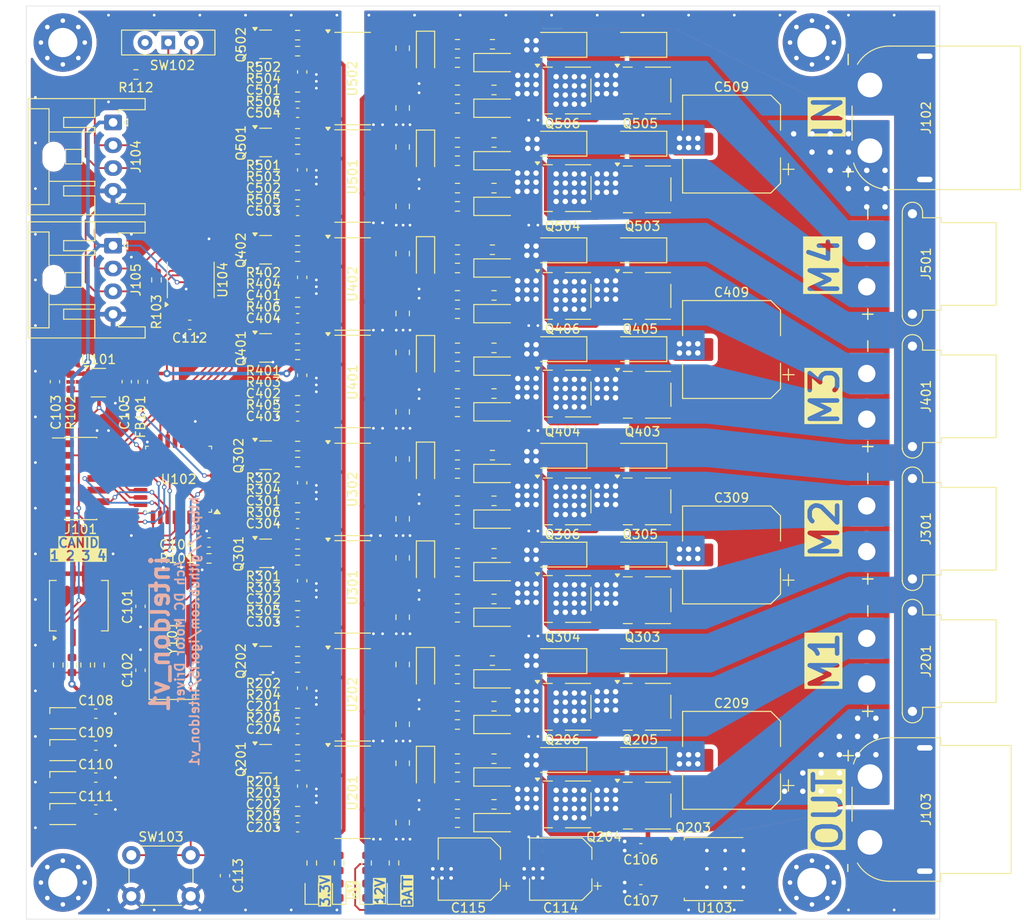
<source format=kicad_pcb>
(kicad_pcb (version 20240108) (generator "pcbnew") (generator_version "8.0")
  (layers (0 "F.Cu" signal) (31 "B.Cu" signal) (34 "B.Paste" user) (35 "F.Paste" user) (36 "B.SilkS" user "B.Silkscreen") (37 "F.SilkS" user "F.Silkscreen") (38 "B.Mask" user) (39 "F.Mask" user) (44 "Edge.Cuts" user))
  (net 0 "")
  (net 1 "Net-(U102-PF0)")
  (net 2 "GND")
  (net 3 "Net-(U102-PF1)")
  (net 4 "+5V")
  (net 5 "+3.3V")
  (net 6 "+BATT")
  (net 7 "GNDA")
  (net 8 "+12V")
  (net 9 "Net-(D206-A)")
  (net 10 "Net-(D201-K)")
  (net 11 "Net-(D301-K)")
  (net 12 "NeoPixel")
  (net 13 "Net-(D101-DOUT)")
  (net 14 "Net-(D102-DOUT)")
  (net 15 "Net-(D103-DOUT)")
  (net 17 "Net-(D202-K)")
  (net 18 "Net-(D203-A)")
  (net 19 "Net-(D203-K)")
  (net 20 "Net-(D204-K)")
  (net 21 "Net-(D204-A)")
  (net 22 "Net-(D205-K)")
  (net 23 "Net-(D205-A)")
  (net 24 "Net-(D303-K)")
  (net 25 "Net-(D303-A)")
  (net 26 "Net-(D304-K)")
  (net 27 "Net-(D304-A)")
  (net 28 "CANL")
  (net 29 "CANH")
  (net 30 "TRST")
  (net 31 "SWO")
  (net 32 "SWDIO")
  (net 33 "UARTTX")
  (net 34 "UARTRX")
  (net 35 "SWCLK")
  (net 36 "Net-(Q201-B)")
  (net 37 "Net-(Q201-C)")
  (net 38 "Net-(Q202-C)")
  (net 39 "Net-(Q202-B)")
  (net 40 "Net-(Q301-B)")
  (net 41 "Net-(Q301-C)")
  (net 42 "Net-(U101-EN)")
  (net 43 "Net-(U104-Rs)")
  (net 44 "CANID1")
  (net 45 "CANID2")
  (net 46 "CANID3")
  (net 47 "CANID4")
  (net 48 "CW_M1")
  (net 49 "CCW_M1")
  (net 50 "Net-(U201-DT)")
  (net 51 "Net-(U202-DT)")
  (net 52 "Net-(U201-OUTA)")
  (net 53 "Net-(U201-OUTB)")
  (net 54 "Net-(U202-OUTA)")
  (net 55 "Net-(U202-OUTB)")
  (net 56 "CW_M2")
  (net 57 "CCW_M2")
  (net 58 "Net-(U301-DT)")
  (net 59 "Net-(U301-OUTA)")
  (net 60 "Net-(U301-OUTB)")
  (net 61 "CW_M3")
  (net 62 "CCW_M3")
  (net 63 "CW_M4")
  (net 64 "CCW_M4")
  (net 66 "CANRX")
  (net 67 "RST")
  (net 68 "CANTX")
  (net 69 "BOOT0")
  (net 72 "+3.3VA")
  (net 82 "Net-(D207-A)")
  (net 83 "Net-(D209-A)")
  (net 84 "Net-(D307-A)")
  (net 85 "Net-(D309-A)")
  (net 86 "Net-(D407-A)")
  (net 87 "Net-(D409-A)")
  (net 88 "Net-(D507-A)")
  (net 89 "Net-(D509-A)")
  (net 90 "Net-(D105-A)")
  (net 91 "Net-(D106-A)")
  (net 92 "Net-(D107-A)")
  (net 93 "Net-(D108-A)")
  (net 94 "Net-(D206-K)")
  (net 99 "Net-(SW102-A)")
  (net 100 "unconnected-(SW102-C-Pad3)")
  (net 101 "Net-(U302-DT)")
  (net 102 "Net-(D302-K)")
  (net 103 "Net-(U401-DT)")
  (net 104 "Net-(U402-DT)")
  (net 105 "Net-(D401-K)")
  (net 106 "Net-(D402-K)")
  (net 107 "Net-(U501-DT)")
  (net 108 "Net-(U502-DT)")
  (net 109 "Net-(D501-K)")
  (net 110 "Net-(D502-K)")
  (net 111 "Net-(D305-A)")
  (net 112 "Net-(D305-K)")
  (net 113 "Net-(D306-A)")
  (net 114 "Net-(D306-K)")
  (net 115 "Net-(D403-A)")
  (net 116 "Net-(D403-K)")
  (net 117 "Net-(D404-K)")
  (net 118 "Net-(D404-A)")
  (net 119 "Net-(D405-A)")
  (net 120 "Net-(D405-K)")
  (net 121 "Net-(D406-A)")
  (net 122 "Net-(D406-K)")
  (net 123 "Net-(D503-K)")
  (net 124 "Net-(D503-A)")
  (net 125 "Net-(D504-K)")
  (net 126 "Net-(D504-A)")
  (net 127 "Net-(D505-K)")
  (net 128 "Net-(D505-A)")
  (net 129 "Net-(D506-A)")
  (net 130 "Net-(D506-K)")
  (net 131 "Net-(Q302-C)")
  (net 132 "Net-(Q302-B)")
  (net 133 "Net-(Q401-C)")
  (net 134 "Net-(Q401-B)")
  (net 135 "Net-(Q402-B)")
  (net 136 "Net-(Q402-C)")
  (net 137 "Net-(Q501-C)")
  (net 138 "Net-(Q501-B)")
  (net 139 "Net-(Q502-C)")
  (net 140 "Net-(Q502-B)")
  (net 141 "Net-(U302-OUTA)")
  (net 142 "Net-(U302-OUTB)")
  (net 143 "Net-(U401-OUTA)")
  (net 144 "Net-(U401-OUTB)")
  (net 145 "Net-(U402-OUTA)")
  (net 146 "Net-(U402-OUTB)")
  (net 147 "Net-(U501-OUTA)")
  (net 148 "Net-(U501-OUTB)")
  (net 149 "Net-(U502-OUTA)")
  (net 150 "Net-(U502-OUTB)")
  (footprint "MountingHole:MountingHole_3.2mm_M3_Pad_Via" (layer "F.Cu") (at 54 146)
    (property "Reference" "REF**" (hide yes))
    (property "Value" "MountingHole_3.2mm_M3_Pad_Via" (hide yes))
  )
  (footprint "Diode_SMD:D_SOD-128" (layer "F.Cu") (at 116.94725 99.255 180)
    (property "Reference" "D309" (hide yes))
    (property "Value" "MS18F")
  )
  (footprint "Resistor_SMD:R_0603_1608Metric" (layer "F.Cu") (at 101.2 104.195 180)
    (property "Reference" "R318" (hide yes))
    (property "Value" "10k")
  )
  (footprint "Package_TO_SOT_SMD:SOT-23" (layer "F.Cu") (at 76.2 54.195)
    (property "Reference" "Q502")
    (property "Value" "BC817")
  )
  (footprint "Resistor_SMD:R_0603_1608Metric" (layer "F.Cu") (at 97.2 54.195)
    (property "Reference" "R513" (hide yes))
    (property "Value" "10")
  )
  (footprint "Resistor_SMD:R_0603_1608Metric" (layer "F.Cu") (at 79.7 82.445 180)
    (property "Reference" "R406")
    (property "Value" "20k")
  )
  (footprint "Resistor_SMD:R_0603_1608Metric" (layer "F.Cu") (at 97.2 104.195)
    (property "Reference" "R314" (hide yes))
    (property "Value" "10")
  )
  (footprint "Resistor_SMD:R_0603_1608Metric" (layer "F.Cu") (at 97.2 126.69)
    (property "Reference" "R214" (hide yes))
    (property "Value" "10")
  )
  (footprint "Package_SO:ONSemi_SO-8FL_488AA" (layer "F.Cu") (at 108.7 59.255)
    (property "Reference" "Q506")
    (property "Value" "NTMFS5C628NL")
  )
  (footprint "Resistor_SMD:R_0603_1608Metric" (layer "F.Cu") (at 101.2 59.195 180)
    (property "Reference" "R518" (hide yes))
    (property "Value" "10k")
  )
  (footprint "Resistor_SMD:R_0603_1608Metric" (layer "F.Cu") (at 79.7 98.195 180)
    (property "Reference" "R302")
    (property "Value" "1k")
  )
  (footprint "Diode_SMD:D_SOD-123" (layer "F.Cu") (at 101.35 78.695)
    (property "Reference" "D405" (hide yes))
    (property "Value" "1N4148W")
  )
  (footprint "Capacitor_SMD:C_0603_1608Metric" (layer "F.Cu") (at 60.9975 91.145 -90)
    (property "Reference" "C105")
    (property "Value" "1u")
  )
  (footprint "Capacitor_SMD:C_0603_1608Metric" (layer "F.Cu") (at 80.2 124.715 -90)
    (property "Reference" "C201")
    (property "Value" "0.1u")
  )
  (footprint "Resistor_SMD:R_0603_1608Metric" (layer "F.Cu") (at 97.2 61.195)
    (property "Reference" "R510" (hide yes))
    (property "Value" "10")
  )
  (footprint "Resistor_SMD:R_0603_1608Metric" (layer "F.Cu") (at 101.2 69.945 180)
    (property "Reference" "R516" (hide yes))
    (property "Value" "10k")
  )
  (footprint "Resistor_SMD:R_0603_1608Metric" (layer "F.Cu") (at 101.2 137.44 180)
    (property "Reference" "R216" (hide yes))
    (property "Value" "10k")
  )
  (footprint "Resistor_SMD:R_0603_1608Metric" (layer "F.Cu") (at 101.025 76.695 180)
    (property "Reference" "R417" (hide yes))
    (property "Value" "10k")
  )
  (footprint "Resistor_SMD:R_0603_1608Metric" (layer "F.Cu") (at 79.7 54.945)
    (property "Reference" "R504")
    (property "Value" "10k")
  )
  (footprint "Resistor_SMD:R_0603_1608Metric" (layer "F.Cu") (at 90.25 143.85625 -90)
    (property "Reference" "R111" (hide yes))
    (property "Value" "R")
  )
  (footprint "Resistor_SMD:R_0603_1608Metric" (layer "F.Cu") (at 101.2 132.44 180)
    (property "Reference" "R215" (hide yes))
    (property "Value" "10k")
  )
  (footprint "Diode_SMD:D_SOD-123" (layer "F.Cu") (at 93.7 110.945 -90)
    (property "Reference" "D301" (hide yes))
    (property "Value" "1N4148W")
  )
  (footprint "Resistor_SMD:R_0603_1608Metric" (layer "F.Cu") (at 79.7 108.945 180)
    (property "Reference" "R301")
    (property "Value" "1k")
  )
  (footprint "LED_SMD:LED_WS2812B-2020_PLCC4_2.0x2.0mm" (layer "F.Cu") (at 54 138.5)
    (property "Reference" "D101" (hide yes))
    (property "Value" "WS2812B-2020" (hide yes))
  )
  (footprint "Package_SO:SOIC-16_3.9x9.9mm_P1.27mm" (layer "F.Cu") (at 85.725 68.62)
    (property "Reference" "U501")
    (property "Value" "UCC21330")
  )
  (footprint "Resistor_SMD:R_0603_1608Metric" (layer "F.Cu") (at 101.2 109.945 180)
    (property "Reference" "R315" (hide yes))
    (property "Value" "10k")
  )
  (footprint "Resistor_SMD:R_0603_1608Metric" (layer "F.Cu") (at 79.7 138.19 180)
    (property "Reference" "R205")
    (property "Value" "20k")
  )
  (footprint "Package_SO:ONSemi_SO-8FL_488AA" (layer "F.Cu") (at 108.70775 137.44)
    (property "Reference" "Q204")
    (property "Value" "NTMFS5C628NL")
  )
  (footprint "Capacitor_SMD:C_0805_2012Metric" (layer "F.Cu") (at 91.2 128.665 -90)
    (property "Reference" "C208" (hide yes))
    (property "Value" "10u")
  )
  (footprint "Button_Switch_THT:SW_Slide-03_Wuerth-WS-SLTV_10x2.5x6.4_P2.54mm" (layer "F.Cu") (at 65.54 54 180)
    (property "Reference" "SW102")
    (property "Value" "SW_SPDT")
  )
  (footprint "Capacitor_SMD:C_0805_2012Metric" (layer "F.Cu") (at 91.2 94.445 -90)
    (property "Reference" "C406" (hide yes))
    (property "Value" "10u")
  )
  (footprint "Resistor_SMD:R_0603_1608Metric" (layer "F.Cu") (at 97.2 59.195)
    (property "Reference" "R514" (hide yes))
    (property "Value" "10")
  )
  (footprint "Package_TO_SOT_SMD:SOT-23-5" (layer "F.Cu") (at 57.8875 91.25)
    (property "Reference" "U101")
    (property "Value" "MIC5504-3.3YM5")
  )
  (footprint "Diode_SMD:D_SOD-123" (layer "F.Cu") (at 101.35 89.445)
    (property "Reference" "D403" (hide yes))
    (property "Value" "1N4148W")
  )
  (footprint "Diode_SMD:D_SOD-128" (layer "F.Cu") (at 108.2 65.08 180)
    (property "Reference" "D508" (hide yes))
    (property "Value" "MS18F")
  )
  (footprint "Package_SO:SO-8_5.3x6.2mm_P1.27mm" (layer "F.Cu") (at 55.75 115.675 90)
    (property "Reference" "SW101" (hide yes))
    (property "Value" "SW_DIP_x04")
  )
  (footprint "Capacitor_SMD:CP_Elec_10x10.5" (layer "F.Cu") (at 127.2 110.12 180)
    (property "Reference" "C309")
    (property "Value" "100u")
  )
  (footprint "Resistor_SMD:R_0603_1608Metric" (layer "F.Cu") (at 97.2 76.695)
    (property "Reference" "R413" (hide yes))
    (property "Value" "10")
  )
  (footprint "Resistor_SMD:R_0603_1608Metric" (layer "F.Cu") (at 97.2 87.445)
    (property "Reference" "R411" (hide yes))
    (property "Value" "10")
  )
  (footprint "Diode_SMD:D_SOD-128" (layer "F.Cu") (at 116.94725 54.255 180)
    (property "Reference" "D509" (hide yes))
    (property "Value" "MS18F")
  )
  (footprint "Connector_JST:JST_XA_S04B-XASK-1_1x04_P2.50mm_Horizontal" (layer "F.Cu") (at 59.5 76.25 -90)
    (property "Reference" "J105")
    (property "Value" "Conn_01x04_Socket")
  )
  (footprint "Package_SO:ONSemi_SO-8FL_488AA" (layer "F.Cu") (at 108.70775 114.945)
    (property "Reference" "Q304")
    (property "Value" "NTMFS5C628NL")
  )
  (footprint "Capacitor_SMD:C_0603_1608Metric" (layer "F.Cu") (at 79.7 94.945 180)
    (property "Reference" "C403")
    (property "Value" "0.1u")
  )
  (footprint "Resistor_SMD:R_0603_1608Metric" (layer "F.Cu") (at 79.7 120.69 180)
    (property "Reference" "R202")
    (property "Value" "1k")
  )
  (footprint "Package_TO_SOT_SMD:SOT-23" (layer "F.Cu") (at 76.2 64.945)
    (property "Reference" "Q501")
    (property "Value" "BC817")
  )
  (footprint "Resistor_SMD:R_0603_1608Metric" (layer "F.Cu") (at 97.2 109.945)
    (property "Reference" "R311" (hide yes))
    (property "Value" "10")
  )
  (footprint "Capacitor_SMD:CP_Elec_10x10.5" (layer "F.Cu") (at 127.2 87.62 180)
    (property "Reference" "C409")
    (property "Value" "100u")
  )
  (footprint "Resistor_SMD:R_0603_1608Metric" (layer "F.Cu") (at 79.7 70.695 180)
    (property "Reference" "R505")
    (property "Value" "20k")
  )
  (footprint "Diode_SMD:D_SOD-128" (layer "F.Cu") (at 116.955 65.08 180)
    (property "Reference" "D507" (hide yes))
    (property "Value" "MS18F")
  )
  (footprint "Package_SO:ONSemi_SO-8FL_488AA" (layer "F.Cu") (at 108.70775 92.445)
    (property "Reference" "Q404")
    (property "Value" "NTMFS5C628NL")
  )
  (footprint "Capacitor_SMD:C_0603_1608Metric" (layer "F.Cu") (at 79.7 139.94 180)
    (property "Reference" "C203")
    (property "Value" "0.1u")
  )
  (footprint "Resistor_SMD:R_0603_1608Metric" (layer "F.Cu") (at 101.2 87.445 180)
    (property "Reference" "R415" (hide yes))
    (property "Value" "10k")
  )
  (footprint "Diode_SMD:D_SOD-123" (layer "F.Cu") (at 101.35 134.44)
    (property "Reference" "D203" (hide yes))
    (property "Value" "1N4148W")
  )
  (footprint "Capacitor_SMD:CP_Elec_10x10.5" (layer "F.Cu") (at 127.2 132.615 180)
    (property "Reference" "C209")
    (property "Value" "100u")
  )
  (footprint "Package_SO:SOIC-16_3.9x9.9mm_P1.27mm" (layer "F.Cu") (at 85.725 80.445)
    (property "Reference" "U402")
    (property "Value" "UCC21330")
  )
  (footprint "Package_TO_SOT_SMD:SOT-23" (layer "F.Cu") (at 76.2 132.44)
    (property "Reference" "Q201")
    (property "Value" "BC817")
  )
  (footprint "Capacitor_SMD:C_0603_1608Metric" (layer "F.Cu") (at 79.7 117.445 180)
    (property "Reference" "C303")
    (property "Value" "0.1u")
  )
  (footprint "Package_SO:SOIC-16_3.9x9.9mm_P1.27mm" (layer "F.Cu") (at 85.725 57.945)
    (property "Reference" "U502")
    (property "Value" "UCC21330")
  )
  (footprint "LED_SMD:LED_0603_1608Metric" (layer "F.Cu") (at 81.25 146.9 90)
    (property "Reference" "D105" (hide yes))
    (property "Value" "LED")
  )
  (footprint "Capacitor_SMD:C_0603_1608Metric" (layer "F.Cu") (at 80.2 67.945 -90)
    (property "Reference" "C502")
    (property "Value" "0.1u")
  )
  (footprint "Package_SO:ONSemi_SO-8FL_488AA" (layer "F.Cu") (at 117.44725 104.255)
    (property "Reference" "Q305")
    (property "Value" "NTMFS5C628NL")
  )
  (footprint "Resistor_SMD:R_0603_1608Metric" (layer "F.Cu") (at 97.2 78.695)
    (property "Reference" "R409" (hide yes))
    (property "Value" "10")
  )
  (footprint "Resistor_SMD:R_0603_1608Metric" (layer "F.Cu") (at 97.2 132.44)
    (property "Reference" "R211" (hide yes))
    (property "Value" "10")
  )
  (footprint "Package_SO:ONSemi_SO-8FL_488AA" (layer "F.Cu") (at 117.455 137.575)
    (property "Reference" "Q203")
    (property "Value" "NTMFS5C628NL")
  )
  (footprint "Package_SO:ONSemi_SO-8FL_488AA" (layer "F.Cu") (at 108.7 104.255)
    (property "Reference" "Q306")
    (property "Value" "NTMFS5C628NL")
  )
  (footprint "Resistor_SMD:R_0603_1608Metric" (layer "F.Cu") (at 97.2 69.945)
    (property "Reference" "R512" (hide yes))
    (property "Value" "10")
  )
  (footprint "Capacitor_SMD:C_0603_1608Metric" (layer "F.Cu") (at 53.1375 91.145 -90)
    (property "Reference" "C103")
    (property "Value" "1u")
  )
  (footprint "Capacitor_SMD:C_0603_1608Metric" (layer "F.Cu") (at 79.7 84.195 180)
    (property "Reference" "C404")
    (property "Value" "0.1u")
  )
  (footprint "Diode_SMD:D_SOD-123" (layer "F.Cu") (at 93.7 55.12 -90)
    (property "Reference" "D502" (hide yes))
    (property "Value" "1N4148W")
  )
  (footprint "Resistor_SMD:R_0603_1608Metric" (layer "F.Cu") (at 97.2 134.44)
    (property "Reference" "R207" (hide yes))
    (property "Value" "10")
  )
  (footprint "Connector_AMASS:AMASS_XT30PW-F_1x02_P2.50mm_Horizontal" (layer "F.Cu") (at 142 75.75 -90)
    (property "Reference" "J501")
    (property "Value" "XT30")
  )
  (footprint "Resistor_SMD:R_0603_1608Metric" (layer "F.Cu") (at 97.2 66.945)
    (property "Reference" "R507" (hide yes))
    (property "Value" "10")
  )
  (footprint "Diode_SMD:D_SOD-128" (layer "F.Cu") (at 116.955 132.575 180)
    (property "Reference" "D207" (hide yes))
    (property "Value" "MS18F")
  )
  (footprint "Package_SO:ONSemi_SO-8FL_488AA" (layer "F.Cu") (at 117.455 115.08)
    (property "Reference" "Q303")
    (property "Value" "NTMFS5C628NL")
  )
  (footprint "Package_TO_SOT_SMD:SOT-23" (layer "F.Cu") (at 76.2 76.695)
    (property "Reference" "Q402")
    (property "Value" "BC817")
  )
  (footprint "LED_SMD:LED_0603_1608Metric" (layer "F.Cu") (at 84.25 146.9 90)
    (property "Reference" "D106" (hide yes))
    (property "Value" "LED")
  )
  (footprint "Package_SO:ONSemi_SO-8FL_488AA" (layer "F.Cu") (at 117.44725 126.75)
    (property "Reference" "Q205")
    (property "Value" "NTMFS5C628NL")
  )
  (footprint "Resistor_SMD:R_0603_1608Metric" (layer "F.Cu") (at 79.7 127.44 180)
    (property "Reference" "R206")
    (property "Value" "20k")
  )
  (footprint "Capacitor_SMD:C_0603_1608Metric" (layer "F.Cu") (at 79.7 72.445 180)
    (property "Reference" "C503")
    (property "Value" "0.1u")
  )
  (footprint "Capacitor_SMD:CP_Elec_6.3x5.9" (layer "F.Cu") (at 108.5 144.525 180)
    (property "Reference" "C114")
    (property "Value" "10u")
  )
  (footprint "Resistor_SMD:R_0603_1608Metric" (layer "F.Cu") (at 101.2 126.69 180)
    (property "Reference" "R218" (hide yes))
    (property "Value" "10k")
  )
  (footprint "Package_SO:SOIC-16_3.9x9.9mm_P1.27mm" (layer "F.Cu") (at 85.725 136.115)
    (property "Reference" "U201")
    (property "Value" "UCC21330")
  )
  (footprint "Capacitor_SMD:C_0603_1608Metric" (layer "F.Cu") (at 80.2 102.22 -90)
    (property "Reference" "C301")
    (property "Value" "0.1u")
  )
  (footprint "Capacitor_SMD:C_0603_1608Metric" (layer "F.Cu") (at 79.7 61.695 180)
    (property "Reference" "C504")
    (property "Value" "0.1u")
  )
  (footprint "Resistor_SMD:R_0603_1608Metric" (layer "F.Cu") (at 97.2 121.69)
    (property "Reference" "R213" (hide yes))
    (property "Value" "10")
  )
  (footprint "Capacitor_SMD:C_0805_2012Metric" (layer "F.Cu") (at 91.2 106.17 -90)
    (property "Reference" "C308" (hide yes))
    (property "Value" "10u")
  )
  (footprint "Resistor_SMD:R_0603_1608Metric" (layer "F.Cu") (at 97.2 116.945)
    (property "Reference" "R308" (hide yes))
    (property "Value" "10")
  )
  (footprint "Diode_SMD:D_SOD-128" (layer "F.Cu") (at 108.2 54.255 180)
    (property "Reference" "D510" (hide yes))
    (property "Value" "MS18F")
  )
  (footprint "Package_SO:SOIC-16_3.9x9.9mm_P1.27mm" (layer "F.Cu") (at 85.725 125.44)
    (property "Reference" "U202")
    (property "Value" "UCC21330")
  )
  (footprint "Package_TO_SOT_SMD:SOT-23" (layer "F.Cu") (at 76.2 121.69)
    (property "Reference" "Q202")
    (property "Value" "BC817")
  )
  (footprint "Diode_SMD:D_SOD-128" (layer "F.Cu") (at 108.2 76.755 180)
    (property "Reference" "D410" (hide yes))
    (property "Value" "MS18F")
  )
  (footprint "Crystal:Crystal_SMD_HC49-SD" (layer "F.Cu") (at 66 119.25 90)
    (property "Reference" "Y101")
    (property "Value" "16MHz")
  )
  (footprint "Resistor_SMD:R_0603_1608Metric" (layer "F.Cu") (at 79.7 59.945 180)
    (property "Reference" "R506")
    (property "Value" "20k")
  )
  (footprint "Package_SO:ONSemi_SO-8FL_488AA" (layer "F.Cu") (at 108.7 81.755)
    (property "Reference" "Q406")
    (property "Value" "NTMFS5C628NL")
  )
  (footprint "Capacitor_SMD:C_0805_2012Metric" (layer "F.Cu") (at 91.2 65.445 -90)
    (property "Reference" "C505" (hide yes))
    (property "Value" "10u")
  )
  (footprint "Resistor_SMD:R_0603_1608Metric" (layer "F.Cu") (at 79.7 122.44)
    (property "Reference" "R204")
    (property "Value" "10k")
  )
  (footprint "Capacitor_SMD:CP_Elec_6.3x5.9" (layer "F.Cu") (at 98.5 144.525 180)
    (property "Reference" "C115")
    (property "Value" "10u")
  )
  (footprint "Capacitor_SMD:C_0805_2012Metric" (layer "F.Cu") (at 91.2 87.945 -90)
    (property "Reference" "C405" (hide yes))
    (property "Value" "10u")
  )
  (footprint "Capacitor_SMD:C_0603_1608Metric" (layer "F.Cu") (at 80.2 90.445 -90)
    (property "Reference" "C402")
    (property "Value" "0.1u")
  )
  (footprint "Resistor_SMD:R_0603_1608Metric" (layer "F.Cu") (at 62 57.5 180)
    (property "Reference" "R112")
    (property "Value" "120")
  )
  (footprint "Resistor_SMD:R_0603_1608Metric" (layer "F.Cu") (at 97.2 137.44)
    (property "Reference" "R212" (hide yes))
    (property "Value" "10")
  )
  (footprint "Capacitor_SMD:CP_Elec_10x10.5" (layer "F.Cu") (at 127.2 65.12 180)
    (property "Reference" "C509")
    (property "Value" "100u")
  )
  (footprint "Capacitor_SMD:C_0603_1608Metric" (layer "F.Cu") (at 67.89 84.915 180)
    (property "Reference" "C112")
    (property "Value" "0.1u")
  )
  (footprint "Resistor_SMD:R_0603_1608Metric" (layer "F.Cu") (at 79.7 131.44 180)
    (property "Reference" "R201")
    (property "Value" "1k")
  )
  (footprint "Diode_SMD:D_SOD-123" (layer "F.Cu") (at 101.35 71.945)
    (property "Reference" "D504" (hide yes))
    (property "Value" "1N4148W")
  )
  (footprint "Resistor_SMD:R_0603_1608Metric" (layer "F.Cu") (at 101.2 92.445 180)
    (property "Reference" "R416" (hide yes))
    (property "Value" "10k")
  )
  (footprint "Package_SO:ONSemi_SO-8FL_488AA" (layer "F.Cu") (at 117.455 92.58)
    (property "Reference" "Q403")
    (property "Value" "NTMFS5C628NL")
  )
  (footprint "Resistor_SMD:R_0603_1608Metric" (layer "F.Cu") (at 97.2 83.695)
    (property "Reference" "R410" (hide yes))
    (property "Value" "10")
  )
  (footprint "Capacitor_SMD:C_0805_2012Metric" (layer "F.Cu") (at 91.2 116.945 -90)
    (property "Reference" "C306" (hide yes))
    (property "Value" "10u")
  )
  (footprint "Connector_AMASS:AMASS_XT30PW-F_1x02_P2.50mm_Horizontal" (layer "F.Cu") (at 142 90.25 -90)
    (property "Reference" "J401")
    (property "Value" "XT30")
  )
  (footprint "Diode_SMD:D_SOD-123" (layer "F.Cu") (at 93.7 88.445 -90)
    (property "Reference" "D401" (hide yes))
    (property "Value" "1N4148W")
  )
  (footprint "Connector_AMASS:AMASS_XT60PW-F_1x02_P7.20mm_Horizontal" (layer "F.Cu") (at 142.35 141.6 -90)
    (property "Reference" "J103")
    (property "Value" "Conn_01x02_Socket")
  )
  (footprint "Resistor_SMD:R_0603_1608Metric" (layer "F.Cu") (at 84.25 143.85625 -90)
    (property "Reference" "R109" (hide yes))
    (property "Value" "R")
  )
  (footprint "Capacitor_SMD:C_0805_2012Metric" (layer "F.Cu") (at 91.2 77.12 -90)
    (property "Reference" "C407" (hide yes))
    (property "Value" "10u")
  )
  (footprint "Capacitor_SMD:C_0603_1608Metric" (layer "F.Cu") (at 70 108.75 180)
    (property "Reference" "C104")
    (property "Value" "0.1u")
  )
  (footprint "Resistor_SMD:R_0603_1608Metric" (layer "F.Cu") (at 101.2 64.945 180)
    (property "Reference" "R515" (hide yes))
    (property "Value" "10k")
  )
  (footprint "Resistor_SMD:R_0603_1608Metric" (layer "F.Cu") (at 97.2 56.195)
    (property "Reference" "R509" (hide yes))
    (property "Value" "10")
  )
  (footprint "Resistor_SMD:R_0603_1608Metric" (layer "F.Cu") (at 70 110.5)
    (property "Reference" "R101")
    (property "Value" "10k")
  )
  (footprint "Resistor_SMD:R_0603_1608Metric" (layer "F.Cu") (at 101.025 54.195 180)
    (property "Reference" "R517" (hide yes))
    (property "Value" "10k")
  )
  (footprint "Capacitor_SMD:C_0603_1608Metric" (layer "F.Cu") (at 80.2 79.72 -90)
    (property "Reference" "C401")
    (property "Value" "0.1u")
  )
  (footprint "Resistor_SMD:R_0603_1608Metric" (layer "F.Cu") (at 101.2 81.695 180)
    (property "Reference" "R418" (hide yes))
    (property "Value" "10k")
  )
  (footprint "Capacitor_SMD:C_0603_1608Metric" (layer "F.Cu") (at 80.2 57.22 -90)
    (property "Reference" "C501")
    (property "Value" "0.1u")
  )
  (footprint "Package_SO:SOIC-8_3.9x4.9mm_P1.27mm" (layer "F.Cu") (at 68 80 90)
    (property "Reference" "U104")
    (property "Value" "ATA6561")
  )
  (footprint "LED_SMD:LED_0603_1608Metric" (layer "F.Cu") (at 90.25 146.9 90)
    (property "Reference" "D108" (hide yes))
    (property "Value" "LED")
  )
  (footprint "Capacitor_SMD:C_0805_2012Metric" (layer "F.Cu") (at 91.2 139.44 -90)
    (property "Reference" "C206" (hide yes))
    (property "Value" "10u")
  )
  (footprint "Diode_SMD:D_SOD-123" (layer "F.Cu") (at 93.7 65.945 -90)
    (property "Reference" "D501" (hide yes))
    (property "Value" "1N4148W")
  )
  (footprint "Package_TO_SOT_SMD:SOT-23" (layer "F.Cu") (at 76.2 109.945)
    (property "Reference" "Q301")
    (property "Value" "BC817")
  )
  (footprint "Connector_AMASS:AMASS_XT30PW-F_1x02_P2.50mm_Horizontal" (layer "F.Cu") (at 142 104.75 -90)
    (property "Reference" "J301")
    (property "Value" "XT30")
  )
  (footprint "Capacitor_SMD:C_0603_1608Metric" (layer "F.Cu") (at 62.5 115.75 90)
    (property "Reference" "C101")
    (property "Value" "22p")
  )
  (footprint "Resistor_SMD:R_0603_1608Metric" (layer "F.Cu") (at 97.2 106.195)
    (property "Reference" "R310" (hide yes))
    (property "Value" "10")
  )
  (footprint "Resistor_SMD:R_0603_1608Metric" (layer "F.Cu") (at 79.7 115.695 180)
    (property "Reference" "R305")
    (property "Value" "20k")
  )
  (footprint "Resistor_SMD:R_0603_1608Metric" (layer "F.Cu") (at 101.2 114.945 180)
    (property "Reference" "R316" (hide yes))
    (property "Value" "10k")
  )
  (footprint "Resistor_SMD:R_0603_1608Metric" (layer "F.Cu") (at 56.5 122.175 90)
    (property "Reference" "R106" (hide yes))
    (property "Value" "10k")
  )
  (footprint "Resistor_SMD:R_0603_1608Metric" (layer "F.Cu") (at 53.5 122.175 90)
    (property "Reference" "R104" (hide yes))
    (property "Value" "10k")
  )
  (footprint "Resistor_SMD:R_0603_1608Metric" (layer "F.Cu") (at 101.025 121.69 180)
    (property "Reference" "R217" (hide yes))
    (property "Value" "10k")
  )
  (footprint "Resistor_SMD:R_0603_1608Metric" (layer "F.Cu") (at 79.7 53.195 180)
    (property "Reference" "R502")
    (property "Value" "1k")
  )
  (footprint "Diode_SMD:D_SOD-128" (layer "F.Cu") (at 108.2 87.58 180)
    (property "Reference" "D408" (hide yes))
    (property "Value" "MS18F")
  )
  (footprint "Diode_SMD:D_SOD-123" (layer "F.Cu") (at 101.35 111.945)
    (property "Reference" "D303" (hide yes))
    (property "Value" "1N4148W")
  )
  (footprint "Diode_SMD:D_SOD-123" (layer "F.Cu") (at 101.35 139.44)
    (property "Reference" "D204" (hide yes))
    (property "Value" "1N4148W")
  )
  (footprint "Resistor_SMD:R_0603_1608Metric" (layer "F.Cu") (at 97.2 81.695)
    (property "Reference" "R414" (hide yes))
    (property "Value" "10")
  )
  (footprint "Connector_JST:JST_XA_S04B-XASK-1_1x04_P2.50mm_Horizontal" (layer "F.Cu") (at 59.5 62.75 -90)
    (property "Reference" "J104")
    (property "Value" "Conn_01x04_Socket")
  )
  (footprint "Resistor_SMD:R_0603_1608Metric" (layer "F.Cu") (at 97.2 89.445)
    (property "Reference" "R407" (hide yes))
    (property "Value" "10")
  )
  (footprint "Package_SO:ONSemi_SO-8FL_488AA" (layer "F.Cu") (at 108.70775 69.945)
    (property "Reference" "Q504")
    (property "Value" "NTMFS5C628NL")
  )
  (footprint "Diode_SMD:D_SOD-128" (layer "F.Cu") (at 108.2 132.575 180)
    (property "Reference" "D208" (hide yes))
    (property "Value" "MS18F")
  )
  (footprint "Diode_SMD:D_SOD-123" (layer "F.Cu") (at 101.35 56.195)
    (property "Reference" "D505" (hide yes))
    (property "Value" "1N4148W")
  )
  (footprint "Capacitor_SMD:C_0805_2012Metric" (layer "F.Cu") (at 91.2 54.62 -90)
    (property "Reference" "C507" (hide yes))
    (property "Value" "10u")
  )
  (footprint "Capacitor_SMD:C_0805_2012Metric" (layer "F.Cu") (at 91.2 71.945 -90)
    (property "Reference" "C506" (hide yes))
    (property "Value" "10u")
  )
  (footprint "Package_SO:SOIC-16_3.9x9.9mm_P1.27mm" (layer "F.Cu") (at 85.725 102.945)
    (property "Reference" "U302")
    (property "Value" "UCC21330")
  )
  (footprint "Diode_SMD:D_SOD-128" (layer "F.Cu") (at 108.2 99.255 180)
    (property "Reference" "D310" (hide yes))
    (property "Value" "MS18F")
  )
  (footprint "Diode_SMD:D_SOD-123" (layer "F.Cu") (at 93.7 122.615 -90)
    (property "Reference" "D202" (hide yes))
    (property "Value" "1N4148W")
  )
  (footprint "Resistor_SMD:R_0603_1608Metric" (layer "F.Cu") (at 79.7 99.945)
    (property "Reference" "R304")
    (property "Value" "10k")
  )
  (footprint "Resistor_SMD:R_0603_1608Metric" (layer "F.Cu") (at 97.2 114.945)
    (property "Reference" "R312" (hide yes))
    (property "Value" "10")
  )
  (footprint "Capacitor_SMD:C_0805_2012Metric" (layer "F.Cu") (at 91.2 110.445 -90)
    (property "Reference" "C305" (hide yes))
    (property "Value" "10u")
  )
  (footprint "Resistor_SMD:R_0603_1608Metric" (layer "F.Cu") (at 79.7 133.19)
    (property "Reference" "R203")
    (property "Value" "10k")
  )
  (footprint "Resistor_SMD:R_0603_1608Metric" (layer "F.Cu") (at 97.2 101.195)
    (property "Reference" "R309" (hide yes))
    (property "Value" "10")
  )
  (footprint "Connector_PinHeader_1.27mm:PinHeader_2x07_P1.27mm_Vertical_SMD" (layer "F.Cu") (at 55.95 101.75)
    (property "Reference" "J101")
    (property "Value" "Conn_02x07_Odd_Even")
  )
  (footprint "Capacitor_SMD:C_0603_1608Metric" (layer "F.Cu") (at 57.61 134.5)
    (property "Reference" "C110")
    (property "Value" "0.1u")
  )
  (footprint "Resistor_SMD:R_0603_1608Metric" (layer "F.Cu") (at 58 122.175 90)
    (property "Reference" "R107" (hide yes))
    (property "Value" "10k")
  )
  (footprint "Resistor_SMD:R_0603_1608Metric" (layer "F.Cu") (at 79.7 65.695)
    (property "Reference" "R503")
    (property "Value" "10k")
  )
  (footprint "Diode_SMD:D_SOD-123" (layer "F.Cu") (at 101.35 83.695)
    (property "Reference" "D406" (hide yes))
    (property "Value" "1N4148W")
  )
  (footprint "Package_SO:ONSemi_SO-8FL_488AA" (layer "F.Cu") (at 117.44725 59.255)
    (property "Reference" "Q505")
    (property "Value" "NTMFS5C628NL")
  )
  (footprint "Resistor_SMD:R_0603_1608Metric" (layer "F.Cu") (at 64.25 80 -90)
    (property "Reference" "R103")
    (property "Value" "10k")
  )
  (footprint "Resistor_SMD:R_0603_1608Metric" (layer "F.Cu") (at 55 122.175 90)
    (property "Reference" "R105" (hide yes))
    (property "Value" "10k")
  )
  (footprint "Capacitor_SMD:C_0603_1608Metric" (layer "F.Cu") (at 79.7 106.695 180)
    (property "Reference" "C304")
    (property "Value" "0.1u")
  )
  (footprint "Resistor_SMD:R_0603_1608Metric" (layer "F.Cu") (at 97.2 94.445)
    (property "Reference" "R408" (hide yes))
    (property "Value" "10")
  )
  (footprint "Resistor_SMD:R_0603_1608Metric" (layer "F.Cu") (at 97.2 139.44)
    (property "Reference" "R208" (hide yes))
    (property "Value" "10")
  )
  (footprint "Diode_SMD:D_SOD-128" (layer "F.Cu") (at 116.94725 76.755 180)
    (property "Reference" "D409" (hide yes))
    (property "Value" "MS18F")
  )
  (footprint "Diode_SMD:D_SOD-123" (layer "F.Cu") (at 101.35 106.195)
    (property "Reference" "D306" (hide yes))
    (property "Value" "1N4148W")
  )
  (footprint "Resistor_SMD:R_0603_1608Metric" (layer "F.Cu") (at 79.7 88.195)
    (property "Reference" "R403")
    (property "Value" "10k")
  )
  (footprint "Package_TO_SOT_SMD:TO-252-2" (layer "F.Cu") (at 125.34 144.525)
    (property "Reference" "U103")
    (property "Value" "L7812")
  )
  (footprint "Package_SO:ONSemi_SO-8FL_488AA" (layer "F.Cu") (at 108.7 126.75)
    (property "Reference" "Q206")
    (property "Value" "NTMFS5C628NL")
  )
  (footprint "Package_TO_SOT_SMD:SOT-23" (layer "F.Cu") (at 76.2 99.195)
    (property "Reference" "Q302")
    (property "Value" "BC817")
  )
  (footprint "Resistor_SMD:R_0603_1608Metric" (layer "F.Cu") (at 97.2 64.945)
    (property "Reference" "R511" (hide yes))
    (property "Value" "10")
  )
  (footprint "MountingHole:MountingHole_3.2mm_M3_Pad_Via" (layer "F.Cu") (at 136 54)
    (property "Reference" "REF**" (hide yes))
    (property "Value" "MountingHole_3.2mm_M3_Pad_Via" (hide yes))
  )
  (footprint "Diode_SMD:D_SOD-123" (layer "F.Cu") (at 101.35 94.445)
    (property "Reference" "D404" (hide yes))
    (property "Value" "1N4148W")
  )
  (footprint "Inductor_SMD:L_0603_1608Metric" (layer "F.Cu") (at 62.75 91.15 -90)
    (property "Reference" "FB101")
    (property "Value" "FerriteBead")
  )
  (footprint "Diode_SMD:D_SOD-123" (layer "F.Cu") (at 101.35 101.195)
    (property "Reference" "D305" (hide yes))
    (property "Value" "1N4148W")
  )
  (footprint "Resistor_SMD:R_0603_1608Metric" (layer "F.Cu") (at 101.025 99.195 180)
    (property "Reference" "R317" (hide yes))
    (property "Value" "10k")
  )
  (footprint "Resistor_SMD:R_0603_1608Metric" (layer "F.Cu") (at 81.25 143.85625 -90)
    (property "Reference" "R108" (hide yes))
    (property "Value" "R")
  )
  (footprint "Resistor_SMD:R_0603_1608Metric" (layer "F.Cu") (at 79.7 86.445 180)
    (property "Reference" "R401")
    (property "Value" "1k")
  )
  (footprint "Resistor_SMD:R_0603_1608Metric" (layer "F.Cu") (at 54.85 91.15 -90)
    (property "Reference" "R102")
    (property "Value" "10k")
  )
  (footprint "MountingHole:MountingHole_3.2mm_M3_Pad_Via" (layer "F.Cu") (at 136 146)
    (property "Reference" "REF**" (hide yes))
    (property "Value" "MountingHole_3.2mm_M3_Pad_Via" (hide yes))
  )
  (footprint "Resistor_SMD:R_0603_1608Metric" (layer "F.Cu") (at 79.7 75.695 180)
    (property "Reference" "R402")
    (property "Value" "1k")
  )
  (footprint "Diode_SMD:D_SOD-123" (layer "F.Cu") (at 101.35 61.195)
    (property "Reference" "D506" (hide yes))
    (property "Value" "1N4148W")
  )
  (footprint "Resistor_SMD:R_0603_1608Metric" (layer "F.Cu") (at 97.2 71.945)
    (property "Reference" "R508" (hide yes))
    (property "Value" "10")
  )
  (footprint "Capacitor_SMD:C_0805_2012Metric" (layer "F.Cu") (at 91.2 132.94 -90)
    (property "Reference" "C205" (hide yes))
    (property "Value" "10u")
  )
  (footprint "Capacitor_SMD:C_0805_2012Metric" (layer "F.Cu") (at 91.2 61.17 -90)
    (property "Reference" "C508" (hide yes))
    (property "Value" "10u")
  )
  (footprint "Package_SO:ONSemi_SO-8FL_488AA" (layer "F.Cu") (at 117.455 70.08)
    (property "Reference" "Q503")
    (property "Value" "NTMFS5C628NL")
  )
  (footprint "Button_Switch_THT:SW_PUSH_6mm" (layer "F.Cu") (at 61.5 143)
    (property "Reference" "SW103")
    (property "Value" "SW_Push")
  )
  (footprint "Capacitor_SMD:C_0805_2012Metric" (layer "F.Cu") (at 91.2 83.67 -90)
    (property "Reference" "C408" (hide yes))
    (property "Value" "10u")
  )
  (footprint "Diode_SMD:D_SOD-128" (layer "F.Cu") (at 116.94725 121.75 180)
    (property "Reference" "D209" (hide yes))
    (property "Value" "MS18F")
  )
  (footprint "Resistor_SMD:R_0603_1608Metric" (layer "F.Cu") (at 97.2 99.195)
    (property "Reference" "R313" (hide yes))
    (property "Value" "10")
  )
  (footprint "Resistor_SMD:R_0603_1608Metric" (layer "F.Cu") (at 97.2 92.445)
    (property "Reference" "R412" (hide yes))
    (property "Value" "10")
  )
  (footprint "Diode_SMD:D_SOD-123" (layer "F.Cu") (at 101.35 66.945)
    (property "Reference" "D503" (hide yes))
    (property "Value" "1N4148W")
  )
  (footprint "Connector_AMASS:AMASS_XT30PW-F_1x02_P2.50mm_Horizontal" (layer "F.Cu") (at 142 119.25 -90)
    (property "Reference" "J201")
    (property "Value" "XT30")
  )
  (footprint "Diode_SMD:D_SOD-128" (layer "F.Cu") (at 116.955 87.58 180)
    (property "Reference" "D407" (hide yes))
    (property "Value" "MS18F")
  )
  (footprint "Diode_SMD:D_SOD-128" (layer "F.Cu") (at 108.2 110.08 180)
    (property "Reference" "D308" (hide yes))
    (property "Value" "MS18F")
  )
  (footprint "Resistor_SMD:R_0603_1608Metric" (layer "F.Cu") (at 79.7 110.695)
    (property "Reference" "R303")
    (property "Value" "10k")
  )
  (footprint "Capacitor_SMD:C_0603_1608Metric" (layer "F.Cu") (at 62.5 122.75 90)
    (property "Reference" "C102")
    (property "Value" "22p")
  )
  (footprint "LED_SMD:LED_WS2812B-2020_PLCC4_2.0x2.0mm" (layer "F.Cu") (at 54 128)
    (property "Reference" "D104" (hide yes))
    (property "Value" "WS2812B-2020" (hide yes))
  )
  (footprint "Resistor_SMD:R_0603_1608Metric" (layer "F.Cu") (at 97.2 128.69)
    (property "Reference" "R210" (hide yes))
    (property "Value" "10")
  )
  (footprint "Package_SO:SOIC-16_3.9x9.9mm_P1.27mm" (layer "F.Cu") (at 85.725 113.62)
    (property "Reference" "U301")
    (property "Value" "UCC21330")
  )
  (footprint "Package_SO:ONSemi_SO-8FL_488AA" (layer "F.Cu") (at 117.44725 81.755)
    (property "Reference" "Q405")
    (property "Value" "NTMFS5C628NL")
  )
  (footprint "Resistor_SMD:R_0603_1608Metric" (layer "F.Cu") (at 79.7 93.195 180)
    (property "Reference" "R405")
    (property "Value" "20k")
  )
  (footprint "Resistor_SMD:R_0603_1608Metric" (layer "F.Cu") (at 87.25 143.85625 -90)
    (property "Reference" "R110" (hide yes))
    (property "Value" "R")
  )
  (footprint "Diode_SMD:D_SOD-123" (layer "F.Cu") (at 93.7 100.12 -90)
    (property "Reference" "D302" (hide yes))
    (property "Value" "1N4148W")
  )
  (footprint "Diode_SMD:D_SOD-123" (layer "F.Cu") (at 93.7 77.62 -90)
    (property "Reference" "D402" (hide yes))
    (property "Value" "1N4148W")
  )
  (footprint "Capacitor_SMD:C_0603_1608Metric" (layer "F.Cu") (at 79.7 129.19 180)
    (property "Reference" "C204")
    (property "Value" "0.1u")
  )
  (footprint "Resistor_SMD:R_0603_1608Metric" (layer "F.Cu") (at 97.2 123.69)
    (property "Reference" "R209" (hide yes))
    (property "Value" "10")
  )
  (footprint "Resistor_SMD:R_0603_1608Metric" (layer "F.Cu") (at 79.7 63.945 180)
    (property "Reference" "R501")
    (property "Value" "1k")
  )
  (footprint "Diode_SMD:D_SOD-123" (layer "F.Cu") (at 101.35 123.69)
    (property "Reference" "D205" (hide yes))
    (property "Value" "1N4148W")
  )
  (footprint "Diode_SMD:D_SOD-123" (layer "F.Cu") (at 93.7 133.44 -90)
    (property "Reference" "D201" (hide yes))
    (property "Value" "1N4148W")
  )
  (footprint "Package_TO_SOT_SMD:SOT-23" (layer "F.Cu") (at 76.2 87.445)
    (property "Reference" "Q401")
    (property "Value" "BC817")
  )
  (footprint "Diode_SMD:D_SOD-128" (layer "F.Cu") (at 108.2 121.75 180)
    (property "Reference" "D210" (hide yes))
    (property "Value" "MS18F")
  )
  (footprint "Package_SO:SOIC-16_3.9x9.9mm_P1.27mm" (layer "F.Cu") (at 85.725 91.12)
    (property "Reference" "U401")
    (property "Value" "UCC21330")
  )
  (footprint "Capacitor_SMD:C_0603_1608Metric" (layer "F.Cu") (at 117.275 142.25 180)
    (property "Reference" "C106")
    (property "Value" "0.1u")
  )
  (footprint "Capacitor_SMD:C_0603_1608Metric" (layer "F.Cu") (at 57.61 127.5)
    (property "Reference" "C108")
    (property "Value" "0.1u")
  )
  (footprint "Capacitor_SMD:C_0603_1608Metric" (layer "F.Cu") (at 57.61 138)
    (property "Reference" "C111")
    (property "Value" "0.1u")
  )
  (footprint "Capacitor_SMD:C_0603_1608Metric" (layer "F.Cu") (at 80.2 112.945 -90)
    (property "Reference" "C302")
    (property "Value" "0.1u")
  )
  (footprint "Connector_AMASS:AMASS_XT60PW-M_1x02_P7.20mm_Horizontal" (layer "F.Cu") (at 142.35 58.65 -90)
    (property "Reference" "J102")
    (property "Value" "Conn_01x02_Pin")
  )
  (footprint "Diode_SMD:D_SOD-123" (layer "F.Cu") (at 101.35 128.69)
    (property "Reference" "D206" (hide yes))
    (property "Value" "1N4148W")
  )
  (footprint "Capacitor_SMD:C_0603_1608Metric" (layer "F.Cu") (at 117.275 146.75 180)
    (property "Reference" "C107")
    (property "Value" "0.1u")
  )
  (footprint "Diode_SMD:D_SOD-128" (layer "F.Cu") (at 116.955 110.08 180)
    (property "Reference" "D307" (hide yes))
    (property "Value" "MS18F")
  )
  (footprint "LED_SMD:LED_WS2812B-2020_PLCC4_2.0x2.0mm" (layer "F.Cu") (at 54 131.5)
    (property "Reference" "D103" (hide yes))
    (property "Value" "WS2812B-2020" (hide yes))
  )
  (footprint "Capacitor_SMD:C_0805_2012Metric" (layer "F.Cu") (at 91.2 122.115 -90)
    (property "Reference" "C207" (hide yes))
    (property "Value" "10u")
  )
  (footprint "Diode_SMD:D_SOD-123" (layer "F.Cu") (at 101.35 116.945)
    (property "Reference" "D304" (hide yes))
    (property "Value" "1N4148W")
  )
  (footprint "Package_QFP:LQFP-32_7x7mm_P0.8mm" (layer "F.Cu") (at 66.675 101.825 180)
    (property "Reference" "U102")
    (property "Value" "STM32F303K8Tx")
  )
  (footprint "Capacitor_SMD:C_0603_1608Metric" (layer "F.Cu") (at 80.2 135.44 -90)
    (property "Reference" "C202")
    (property "Value" "0.1u")
  )
  (footprint "Resistor_SMD:R_0603_1608Metric" (layer "F.Cu") (at 79.7 77.445)
    (property "Reference" "R404")
    (property "Value" "10k")
  )
  (footprint "LED_SMD:LED_0603_1608Metric" (layer "F.Cu") (at 87.25 146.9 90)
    (property "Reference" "D107" (hide yes))
    (property "Value" "LED")
  )
  (footprint "MountingHole:MountingHole_3.2mm_M3_Pad_Via" (layer "F.Cu") (at 54 54)
    (property "Reference" "REF**" (hide yes))
    (property "Value" "MountingHole_3.2mm_M3_Pad_Via" (hide yes))
  )
  (footprint "Resistor_SMD:R_0603_1608Metric" (layer "F.Cu") (at 79.7 104.945 180)
    (property "Reference" "R306")
    (property "Value" "20k")
  )
  (footprint "Capacitor_SMD:C_0603_1608Metric" (layer "F.Cu") (at 57.61 131)
    (property "Reference" "C109")
    (property "Value" "0.1u")
  )
  (footprint "Capacitor_SMD:C_0805_2012Metric" (layer "F.Cu") (at 91.2 99.62 -90)
    (property "Reference" "C307" (hide yes))
    (property "Value" "10u")
  )
  (footprint "Resistor_SMD:R_0603_1608Metric" (layer "F.Cu") (at 97.2 111.945)
    (property "Reference" "R307" (hide yes))
    (property "Value" "10")
  )
  (footprint "LED_SMD:LED_WS2812B-2020_PLCC4_2.0x2.0mm" (layer "F.Cu") (at 54 135)
    (property "Reference" "D102" (hide yes))
    (property "Value" "WS2812B-2020" (hide yes))
  )
  (footprint "Capacitor_SMD:C_0603_1608Metric" (layer "F.Cu") (at 71.75 145.25 -90)
    (property "Reference" "C113")
    (property "Value" "0.1u")
  )
  (gr_line (start 50 50) (end 150 50) (stroke (width 0.05)) (layer "Edge.Cuts"))
  (gr_line (start 150 50) (end 150 150) (stroke (width 0.05)) (layer "Edge.Cuts"))
  (gr_line (start 150 150) (end 50 150) (stroke (width 0.05)) (layer "Edge.Cuts"))
  (gr_line (start 50 150) (end 50 50) (stroke (width 0.05)) (layer "Edge.Cuts"))
  (gr_text "4ch DC Motor Driver\nhttps://github.com/igori5/inteldon_v1" (at 69 118.5 90) (layer "B.SilkS") (effects (font (size 1 1) (thickness 0.2) (bold yes)) (justify bottom mirror)))
  (gr_text "inteldon_v1" (at 65.8 110 90) (layer "B.SilkS") (effects (font (size 2 2) (thickness 0.4) (bold yes)) (justify left bottom mirror)))
  (gr_text "BATT" (at 92.3 148.8 90) (layer "F.SilkS" knockout) (effects (font (size 1 1) (thickness 0.2) (bold yes)) (justify left bottom)))
  (gr_text "M3" (at 139.15 96.25 90) (layer "F.SilkS" knockout) (effects (font (size 3 3) (thickness 0.5) (bold yes)) (justify left bottom)))
  (gr_text "M1" (at 139.15 125.25 90) (layer "F.SilkS" knockout) (effects (font (size 3 3) (thickness 0.5) (bold yes)) (justify left bottom)))
  (gr_text "1 2 3 4" (at 52.5 110.8 0) (layer "F.SilkS" knockout) (effects (font (size 1 1) (thickness 0.2) (bold yes)) (justify left bottom)))
  (gr_text "M2" (at 139.15 110.75 90) (layer "F.SilkS" knockout) (effects (font (size 3 3) (thickness 0.5) (bold yes)) (justify left bottom)))
  (gr_text "12V" (at 89.3 148.5 90) (layer "F.SilkS" knockout) (effects (font (size 1 1) (thickness 0.2) (bold yes)) (justify left bottom)))
  (gr_text "CANID" (at 53.4 109.4 0) (layer "F.SilkS" knockout) (effects (font (size 1 1) (thickness 0.2) (bold yes)) (justify left bottom)))
  (gr_text "OUT\n" (at 139.5 142.75 90) (layer "F.SilkS" knockout) (effects (font (size 3 3) (thickness 0.5) (bold yes)) (justify left bottom)))
  (gr_text "IN" (at 139.5 64.75 90) (layer "F.SilkS" knockout) (effects (font (size 3 3) (thickness 0.5) (bold yes)) (justify left bottom)))
  (gr_text "M4" (at 139.15 82 90) (layer "F.SilkS" knockout) (effects (font (size 3 3) (thickness 0.5) (bold yes)) (justify left bottom)))
  (gr_text "5V" (at 86.3 147.9 90) (layer "F.SilkS" knockout) (effects (font (size 1 1) (thickness 0.2) (bold yes)) (justify left bottom)))
  (gr_text "3.3V" (at 83.3 148.7 90) (layer "F.SilkS" knockout) (effects (font (size 1 1) (thickness 0.2) (bold yes)) (justify left bottom)))
  (segment (start 72 110.512648) (end 67.512648 115) (width 0.2) (layer "F.Cu") (net 1))
  (segment (start 65.975 114.975) (end 66 115) (width 0.2) (layer "F.Cu") (net 1))
  (segment (start 70.85 103.825) (end 71.599999 103.825) (width 0.2) (layer "F.Cu") (net 1))
  (segment (start 72 104.225001) (end 72 110.512648) (width 0.2) (layer "F.Cu") (net 1))
  (segment (start 67.512648 115) (end 66 115) (width 0.2) (layer "F.Cu") (net 1))
  (segment (start 71.599999 103.825) (end 72 104.225001) (width 0.2) (layer "F.Cu") (net 1))
  (segment (start 62.5 114.975) (end 65.975 114.975) (width 0.2) (layer "F.Cu") (net 1))
  (segment (start 69.225 108.9) (end 70.825 110.5) (width 0.2) (layer "F.Cu") (net 2))
  (segment (start 69.475 107.525) (end 69.225 107.775) (width 0.2) (layer "F.Cu") (net 2))
  (segment (start 69.75 107.5) (end 69.475 107.525) (width 0.2) (layer "F.Cu") (net 2))
  (segment (start 69.225 108.75) (end 69.225 108.9) (width 0.2) (layer "F.Cu") (net 2))
  (segment (start 56.67 91.17) (end 56.75 91.25) (width 0.4) (layer "F.Cu") (net 2))
  (segment (start 53.1375 91.92) (end 53.8875 91.17) (width 0.4) (layer "F.Cu") (net 2))
  (segment (start 69.225 107.775) (end 69.225 108.75) (width 0.2) (layer "F.Cu") (net 2))
  (segment (start 69.475 106) (end 69.75 107.5) (width 0.2) (layer "F.Cu") (net 2))
  (segment (start 67.365 82.475) (end 67.365 81.135) (width 0.2) (layer "F.Cu") (net 2))
  (segment (start 70.75 110.5) (end 69.875 111.375) (width 0.2) (layer "F.Cu") (net 2))
  (segment (start 53.8875 91.17) (end 56.67 91.17) (width 0.4) (layer "F.Cu") (net 2))
  (segment (start 67.365 82.475) (end 67.365 84.665) (width 0.2) (layer "F.Cu") (net 2))
  (segment (start 67.365 84.665) (end 67.115 84.915) (width 0.2) (layer "F.Cu") (net 2))
  (segment (start 67.365 81.135) (end 67.5 81) (width 0.2) (layer "F.Cu") (net 2))
  (segment (start 70.825 110.5) (end 70.75 110.5) (width 0.2) (layer "F.Cu") (net 2))
  (via (at 59.75 127.5) (size 0.6) (drill 0.3) (layers "F.Cu" "B.Cu") (net 2))
  (via (at 69 51) (size 0.6) (drill 0.3) (layers "F.Cu" "B.Cu") (net 2))
  (via (at 70 75.5) (size 0.6) (drill 0.3) (layers "F.Cu" "B.Cu") (net 2))
  (via (at 73.5 65.75) (size 0.6) (drill 0.3) (layers "F.Cu" "B.Cu") (net 2))
  (via (at 81.75 58.25) (size 0.6) (drill 0.3) (layers "F.Cu" "B.Cu") (net 2))
  (via (at 77.5 117.5) (size 0.6) (drill 0.3) (layers "F.Cu" "B.Cu") (net 2))
  (via (at 81.75 80.75) (size 0.6) (drill 0.3) (layers "F.Cu" "B.Cu") (net 2))
  (via (at 51 95) (size 0.6) (drill 0.3) (layers "F.Cu" "B.Cu") (net 2))
  (via (at 67 111.5) (size 0.6) (drill 0.3) (layers "F.Cu" "B.Cu") (net 2))
  (via (at 77.5 70.75) (size 0.6) (drill 0.3) (layers "F.Cu" "B.Cu") (net 2))
  (via (at 81.75 91.5) (size 0.6) (drill 0.3) (layers "F.Cu" "B.Cu") (net 2))
  (via (at 59.75 134.5) (size 0.6) (drill 0.3) (layers "F.Cu" "B.Cu") (net 2))
  (via (at 81.75 68.75) (size 0.6) (drill 0.3) (layers "F.Cu" "B.Cu") (net 2))
  (via (at 69.25 111.75) (size 0.6) (drill 0.3) (layers "F.Cu" "B.Cu") (net 2))
  (via (at 69 149) (size 0.6) (drill 0.3) (layers "F.Cu" "B.Cu") (net 2))
  (via (at 61 93.5) (size 0.6) (drill 0.3) (layers "F.Cu" "B.Cu") (net 2))
  (via (at 77.5 61.5) (size 0.6) (drill 0.3) (layers "F.Cu" "B.Cu") (net 2))
  (via (at 79 51) (size 0.6) (drill 0.3) (layers "F.Cu" "B.Cu") (net 2))
  (via (at 73.75 88.5) (size 0.6) (drill 0.3) (layers "F.Cu" "B.Cu") (net 2))
  (via (at 51 140) (size 0.6) (drill 0.3) (layers "F.Cu" "B.Cu") (net 2))
  (via (at 81.75 102.5) (size 0.6) (drill 0.3) (layers "F.Cu" "B.Cu") (net 2))
  (via (at 63.25 97.75) (size 0.6) (drill 0.3) (layers "F.Cu" "B.Cu") (net 2))
  (via (at 81.75 135.75) (size 0.6) (drill 0.3) (layers "F.Cu" "B.Cu") (net 2))
  (via (at 62.5 118) (size 0.6) (drill 0.3) (layers "F.Cu" "B.Cu") (net 2))
  (via (at 81.75 104) (size 0.6) (drill 0.3) (layers "F.Cu" "B.Cu") (net 2))
  (via (at 51 125) (size 0.6) (drill 0.3) (layers "F.Cu" "B.Cu") (net 2))
  (via (at 84 149) (size 0.6) (drill 0.3) (layers "F.Cu" "B.Cu") (net 2))
  (via (at 59.5 110) (size 0.6) (drill 0.3) (layers "F.Cu" "B.Cu") (net 2))
  (via (at 51 85) (size 0.6) (drill 0.3) (layers "F.Cu" "B.Cu") (net 2))
  (via (at 64 149) (size 0.6) (drill 0.3) (layers "F.Cu" "B.Cu") (net 2))
  (via (at 59.75 93.5) (size 0.6) (drill 0.3) (layers "F.Cu" "B.Cu") (net 2))
  (via (at 77.5 105) (size 0.6) (drill 0.3) (layers "F.Cu" "B.Cu") (net 2))
  (via (at 77.5 95) (size 0.6) (drill 0.3) (layers "F.Cu" "B.Cu") (net 2))
  (via (at 51 100) (size 0.6) (drill 0.3) (layers "F.Cu" "B.Cu") (net 2))
  (via (at 73.5 55) (size 0.6) (drill 0.3) (layers "F.Cu" "B.Cu") (net 2))
  (via (at 77.5 138.25) (size 0.6) (drill 0.3) (layers "F.Cu" "B.Cu") (net 2))
  (via (at 77.5 140) (size 0.6) (drill 0.3) (layers "F.Cu" "B.Cu") (net 2))
  (via (at 64 51) (size 0.6) (drill 0.3) (layers "F.Cu" "B.Cu") (net 2))
  (via (at 77 111.5) (size 0.6) (drill 0.3) (layers "F.Cu" "B.Cu") (net 2))
  (via (at 77.5 82.5) (size 0.6) (drill 0.3) (layers "F.Cu" "B.Cu") (net 2))
  (via (at 81.75 114) (size 0.6) (drill 0.3) (layers "F.Cu" "B.Cu") (net 2))
  (via (at 81.75 113.25) (size 0.6) (drill 0.3) (layers "F.Cu" "B.Cu") (net 2))
  (via (at 81.75 136.5) (size 0.6) (drill 0.3) (layers "F.Cu" "B.Cu") (net 2))
  (via (at 77.5 93.25) (size 0.6) (drill 0.3) (layers "F.Cu" "B.Cu") (net 2))
  (via (at 81.75 125.75) (size 0.6) (drill 0.3) (layers "F.Cu" "B.Cu") (net 2))
  (via (at 51 115) (size 0.6) (drill 0.3) (layers "F.Cu" "B.Cu") (net 2))
  (via (at 51 65) (size 0.6) (drill 0.3) (layers "F.Cu" "B.Cu") (net 2))
  (via (at 69.75 107.5) (size 0.6) (drill 0.3) (layers "F.Cu" "B.Cu") (net 2))
  (via (at 75.25 56.25) (size 0.6) (drill 0.3) (layers "F.Cu" "B.Cu") (net 2))
  (via (at 81.75 114.75) (size 0.6) (drill 0.3) (layers "F.Cu" "B.Cu") (net 2))
  (via (at 79 149) (size 0.6) (drill 0.3) (layers "F.Cu" "B.Cu") (net 2))
  (via (at 68.75 86.25) (size 0.6) (drill 0.3) (layers "F.Cu" "B.Cu") (net 2))
  (via (at 67.5 81) (size 0.6) (drill 0.3) (layers "F.Cu" "B.Cu") (net 2))
  (via (at 61.5 108) (size 0.6) (drill 0.3) (layers "F.Cu" "B.Cu") (net 2))
  (via (at 74 51) (size 0.6) (drill 0.3) (layers "F.Cu" "B.Cu") (net 2))
  (via (at 59 60.5) (size 0.6) (drill 0.3) (layers "F.Cu" "B.Cu") (net 2))
  (via (at 59 51) (size 0.6) (drill 0.3) (layers "F.Cu" "B.Cu") (net 2))
  (via (at 81.75 92.25) (size 0.6) (drill 0.3) (layers "F.Cu" "B.Cu") (net 2))
  (via (at 81.75 125) (size 0.6) (drill 0.3) (layers "F.Cu" "B.Cu") (net 2))
  (via (at 57.75 96.5) (size 0.6) (drill 0.3) (layers "F.Cu" "B.Cu") (net 2))
  (via (at 75.25 134.5) (size 0.6) (drill 0.3) (layers "F.Cu" "B.Cu") (net 2))
  (via (at 59.75 138) (size 0.6) (drill 0.3) (layers "F.Cu" "B.Cu") (net 2))
  (via (at 51 110) (size 0.6) (drill 0.3) (layers "F.Cu" "B.Cu") (net 2))
  (via (at 68.5 95.5) (size 0.6) (drill 0.3) (layers "F.Cu" "B.Cu") (net 2))
  (via (at 59 96.5) (size 0.6) (drill 0.3) (layers "F.Cu" "B.Cu") (net 2))
  (via (at 75.25 112) (size 0.6) (drill 0.3) (layers "F.Cu" "B.Cu") (net 2))
  (via (at 62.5 120.5) (size 0.6) (drill 0.3) (layers "F.Cu" "B.Cu") (net 2))
  (via (at 61.5 75) (size 0.6) (drill 0.3) (layers "F.Cu" "B.Cu") (net 2))
  (via (at 51 70) (size 0.6) (drill 0.3) (layers "F.Cu" "B.Cu") (net 2))
  (via (at 75.25 78.75) (size 0.6) (drill 0.3) (layers "F.Cu" "B.Cu") (net 2))
  (via (at 67.25 86.25) (size 0.6) (drill 0.3) (layers "F.Cu" "B.Cu") (net 2))
  (via (at 81.75 80) (size 0.6) (drill 0.3) (layers "F.Cu" "B.Cu") (net 2))
  (via (at 51 105) (size 0.6) (drill 0.3) (layers "F.Cu" "B.Cu") (net 2))
  (via (at 81.75 103.25) (size 0.6) (drill 0.3) (layers "F.Cu" "B.Cu") (net 2))
  (via (at 77.5 84.25) (size 0.6) (drill 0.3) (layers "F.Cu" "B.Cu") (net 2))
  (via (at 61.5 77.5) (size 0.6) (drill 0.3) (layers "F.Cu" "B.Cu") (net 2))
  (via (at 51 75) (size 0.6) (drill 0.3) (layers "F.Cu" "B.Cu") (net 2))
  (via (at 81.75 137.25) (size 0.6) (drill 0.3) (layers "F.Cu" "B.Cu") (net 2))
  (via (at 67 110) (size 0.6) (drill 0.3) (layers "F.Cu" "B.Cu") (net 2))
  (via (at 81.75 90.75) (size 0.6) (drill 0.3) (layers "F.Cu" "B.Cu") (net 2))
  (via (at 51 135) (size 0.6) (drill 0.3) (layers "F.Cu" "B.Cu") (net 2))
  (via (at 51 120) (size 0.6) (drill 0.3) (layers "F.Cu" "B.Cu") (net 2))
  (via (at 77.5 72.5) (size 0.6) (drill 0.3) (layers "F.Cu" "B.Cu") (net 2))
  (via (at 65 111.5) (size 0.6) (drill 0.3) (layers "F.Cu" "B.Cu") (net 2))
  (via (at 81.75 59) (size 0.6) (drill 0.3) (layers "F.Cu" "B.Cu") (net 2))
  (via (at 51 90) (size 0.6) (drill 0.3) (layers "F.Cu" "B.Cu") (net 2))
  (via (at 75.25 67) (size 0.6) (drill 0.3) (layers "F.Cu" "B.Cu") (net 2))
  (via (at 59 149) (size 0.6) (drill 0.3) (layers "F.Cu" "B.Cu") (net 2))
  (via (at 77.5 127.5) (size 0.6) (drill 0.3) (layers "F.Cu" "B.Cu") (net 2))
  (via (at 61 94.75) (size 0.6) (drill 0.3) (layers "F.Cu" "B.Cu") (net 2))
  (via (at 73.5 133.5) (size 0.6) (drill 0.3) (layers "F.Cu" "B.Cu") (net 2))
  (via (at 51 60) (size 0.6) (drill 0.3) (layers "F.Cu" "B.Cu") (net 2))
  (via (at 75.25 123.75) (size 0.6) (drill 0.3) (layers "F.Cu" "B.Cu") (net 2))
  (via (at 74 149) (size 0.6) (drill 0.3) (layers "F.Cu" "B.Cu") (net 2))
  (via (at 73.5 77.5) (size 0.6) (drill 0.3) (layers "F.Cu" "B.Cu") (net 2))
  (via (at 84 51) (size 0.6) (drill 0.3) (layers "F.Cu" "B.Cu") (net 2))
  (via (at 59.75 131) (size 0.6) (drill 0.3) (layers "F.Cu" "B.Cu") (net 2))
  (via (at 77.5 115.75) (size 0.6) (drill 0.3) (layers "F.Cu" "B.Cu") (net 2))
  (via (at 51 80) (size 0.6) (drill 0.3) (layers "F.Cu" "B.Cu") (net 2))
  (via (at 77 123) (size 0.6) (drill 0.3) (layers "F.Cu" "B.Cu") (net 2))
  (via (at 81.75 81.5) (size 0.6) (drill 0.3) (layers "F.Cu" "B.Cu") (net 2))
  (via (at 77 89) (size 0.6) (drill 0.3) (layers "F.Cu" "B.Cu") (net 2))
  (via (at 77.5 106.75) (size 0.6) (drill 0.3) (layers "F.Cu" "B.Cu") (net 2))
  (via (at 77.5 129.25) (size 0.6) (drill 0.3) (layers "F.Cu" "B.Cu") (net 2))
  (via (at 51 130) (size 0.6) (drill 0.3) (layers "F.Cu" "B.Cu") (net 2))
  (via (at 77.5 60) (size 0.6) (drill 0.3) (layers "F.Cu" "B.Cu") (net 2))
  (via (at 81.75 68) (size 0.6) (drill 0.3) (layers "F.Cu" "B.Cu") (net 2))
  (via (at 75.25 101.25) (size 0.6) (drill 0.3) (layers "F.Cu" "B.Cu") (net 2))
  (via (at 81.75 57.5) (size 0.6) (drill 0.3) (layers "F.Cu" "B.Cu") (net 2))
  (via (at 81.75 126.5) (size 0.6) (drill 0.3) (layers "F.Cu" "B.Cu") (net 2))
  (via (at 81.75 69.5) (size 0.6) (drill 0.3) (layers "F.Cu" "B.Cu") (net 2))
  (segment (start 62.5 123.525) (end 65.475 123.525) (width 0.2) (layer "F.Cu") (net 3))
  (segment (start 72.5 104) (end 71.525 103.025) (width 0.2) (layer "F.Cu") (net 3))
  (segment (start 72.5 118.5) (end 72.5 104) (width 0.2) (layer "F.Cu") (net 3))
  (segment (start 67.5 123.5) (end 72.5 118.5) (width 0.2) (layer "F.Cu") (net 3))
  (segment (start 65.475 123.525) (end 65.5 123.5) (width 0.2) (layer "F.Cu") (net 3))
  (segment (start 65.5 123.5) (end 67.5 123.5) (width 0.2) (layer "F.Cu") (net 3))
  (segment (start 71.525 103.025) (end 70.85 103.025) (width 0.2) (layer "F.Cu") (net 3))
  (segment (start 83.4 143.03125) (end 82.5 143.93125) (width 0.2) (layer "F.Cu") (net 4))
  (segment (start 56.835 127.5) (end 56.835 126.085) (width 0.4) (layer "F.Cu") (net 4))
  (segment (start 54 138.25) (end 54.3 137.95) (width 0.2) (layer "F.Cu") (net 4))
  (segment (start 56.75 90.3) (end 56.75 89) (width 0.4) (layer "F.Cu") (net 4))
  (segment (start 56.785 130.95) (end 56.835 131) (width 0.2) (layer "F.Cu") (net 4))
  (segment (start 56.835 127.5) (end 56.835 131) (width 0.4) (layer "F.Cu") (net 4))
  (segment (start 68.635 82.475) (end 68.635 84.885) (width 0.2) (layer "F.Cu") (net 4))
  (segment (start 54.915 137.95) (end 56.785 137.95) (width 0.2) (layer "F.Cu") (net 4))
  (segment (start 68 80.25) (end 68.635 80.885) (width 0.2) (layer "F.Cu") (net 4))
  (segment (start 54 139.435) (end 54 138.25) (width 0.2) (layer "F.Cu") (net 4))
  (segment (start 79.25 145.25) (end 59.815 145.25) (width 0.2) (layer "F.Cu") (net 4))
  (segment (start 54.3 137.95) (end 54.915 137.95) (width 0.2) (layer "F.Cu") (net 4))
  (segment (start 68.635 84.885) (end 68.665 84.915) (width 0.2) (layer "F.Cu") (net 4))
  (segment (start 56.75 90.3) (end 54.9075 90.3) (width 0.4) (layer "F.Cu") (net 4))
  (segment (start 53.1875 90.32) (end 53.1375 90.37) (width 0.4) (layer "F.Cu") (net 4))
  (segment (start 80.56875 143.93125) (end 79.25 145.25) (width 0.2) (layer "F.Cu") (net 4))
  (segment (start 54.915 134.45) (end 56.785 134.45) (width 0.2) (layer "F.Cu") (net 4))
  (segment (start 56.835 126.085) (end 55 124.25) (width 0.4) (layer "F.Cu") (net 4))
  (segment (start 54.8875 90.32) (end 53.1875 90.32) (width 0.4) (layer "F.Cu") (net 4))
  (segment (start 54.9075 90.3) (end 54.8875 90.32) (width 0.4) (layer "F.Cu") (net 4))
  (segment (start 59.815 145.25) (end 54 139.435) (width 0.2) (layer "F.Cu") (net 4))
  (segment (start 56.785 137.95) (end 56.835 138) (width 0.2) (layer "F.Cu") (net 4))
  (segment (start 56.785 134.45) (end 56.835 134.5) (width 0.2) (layer "F.Cu") (net 4))
  (segment (start 56.835 131) (end 56.835 134.5) (width 0.4) (layer "F.Cu") (net 4))
  (segment (start 56.835 134.5) (end 56.835 138) (width 0.4) (layer "F.Cu") (net 4))
  (segment (start 66.5 80.25) (end 68 80.25) (width 0.2) (layer "F.Cu") (net 4))
  (segment (start 68.635 80.885) (end 68.635 82.475) (width 0.2) (layer "F.Cu") (net 4))
  (segment (start 82.5 143.93125) (end 80.56875 143.93125) (width 0.2) (layer "F.Cu") (net 4))
  (segment (start 54.915 130.95) (end 56.785 130.95) (width 0.2) (layer "F.Cu") (net 4))
  (segment (start 54.915 127.45) (end 56.785 127.45) (width 0.2) (layer "F.Cu") (net 4))
  (segment (start 84.25 143.03125) (end 83.4 143.03125) (width 0.2) (layer "F.Cu") (net 4))
  (via (at 66.5 80.25) (size 0.5) (drill 0.3) (layers "F.Cu" "B.Cu") (net 4))
  (via (at 55 124.25) (size 0.8) (drill 0.4) (layers "F.Cu" "B.Cu") (net 4))
  (via (at 56.75 89) (size 0.8) (drill 0.4) (layers "F.Cu" "B.Cu") (net 4))
  (segment (start 66.5 80.25) (end 62.5 76.25) (width 0.2) (layer "B.Cu") (net 4))
  (segment (start 56.75 77.5) (end 58 76.25) (width 0.4) (layer "B.Cu") (net 4))
  (segment (start 62.5 76.25) (end 59.5 76.25) (width 0.2) (layer "B.Cu") (net 4))
  (segment (start 56.75 89) (end 56.75 77.5) (width 0.4) (layer "B.Cu") (net 4))
  (segment (start 58 76.25) (end 59.5 76.25) (width 0.4) (layer "B.Cu") (net 4))
  (segment (start 58 62.75) (end 59.5 62.75) (width 0.4) (layer "B.Cu") (net 4))
  (segment (start 56.75 89) (end 55 90.75) (width 0.4) (layer "B.Cu") (net 4))
  (segment (start 56.75 64) (end 58 62.75) (width 0.4) (layer "B.Cu") (net 4))
  (segment (start 55 90.75) (end 55 106.25) (width 0.4) (layer "B.Cu") (net 4))
  (segment (start 55 106.5) (end 55 124.25) (width 0.4) (layer "B.Cu") (net 4))
  (segment (start 56.75 75) (end 56.75 64) (width 0.4) (layer "B.Cu") (net 4))
  (segment (start 55 106.25) (end 55 106.5) (width 0.4) (layer "B.Cu") (net 4))
  (segment (start 58 76.25) (end 56.75 75) (width 0.4) (layer "B.Cu") (net 4))
  (segment (start 62.05 98.05) (end 62.5 98.5) (width 0.2) (layer "F.Cu") (net 5))
  (segment (start 65.395 80.105) (end 65.395 90.25) (width 0.2) (layer "F.Cu") (net 5))
  (segment (start 81.45 101.445) (end 80.2 101.445) (width 0.5) (layer "F.Cu") (net 5))
  (segment (start 84.75 123.5) (end 84.75 118) (width 0.4) (layer "F.Cu") (net 5))
  (segment (start 83.25 56.04) (end 81.855 56.04) (width 0.5) (layer "F.Cu") (net 5))
  (segment (start 84.75 85) (end 84.75 78.5) (width 0.4) (layer "F.Cu") (net 5))
  (segment (start 55.71 99.21) (end 55.75 99.25) (width 0.2) (layer "F.Cu") (net 5))
  (segment (start 79.2 88.195) (end 80.2 89.195) (width 0.2) (layer "F.Cu") (net 5))
  (segment (start 57.9625 94.0375) (end 55.75 96.25) (width 0.2) (layer "F.Cu") (net 5))
  (segment (start 79.337352 77.445) (end 80.2 78.307648) (width 0.2) (layer "F.Cu") (net 5))
  (segment (start 79.2 133.19) (end 80.2 134.19) (width 0.2) (layer "F.Cu") (net 5))
  (segment (start 55.75 115.25) (end 52.5 118.5) (width 0.2) (layer "F.Cu") (net 5))
  (segment (start 62.5 99.025) (end 63.525 99.025) (width 0.2) (layer "F.Cu") (net 5))
  (segment (start 57.9625 94) (end 57.9625 94.0375) (width 0.2) (layer "F.Cu") (net 5))
  (segment (start 57.9625 91.3625) (end 57.9625 94) (width 0.4) (layer "F.Cu") (net 5))
  (segment (start 69.125 104.625) (end 70.85 104.625) (width 0.2) (layer "F.Cu") (net 5))
  (segment (start 65.395 90.25) (end 62.8625 90.25) (width 0.4) (layer "F.Cu") (net 5))
  (segment (start 84.75 78.5) (end 84.75 73) (width 0.4) (layer "F.Cu") (net 5))
  (segment (start 56.5 123) (end 58 123) (width 0.2) (layer "F.Cu") (net 5))
  (segment (start 81.25 143.03125) (end 81.25 141.5) (width 0.2) (layer "F.Cu") (net 5))
  (segment (start 55.75 99.25) (end 55.75 105) (width 0.2) (layer "F.Cu") (net 5))
  (segment (start 81.45 78.945) (end 80.2 78.945) (width 0.5) (layer "F.Cu") (net 5))
  (segment (start 84.715 66.715) (end 83.25 66.715) (width 0.4) (layer "F.Cu") (net 5))
  (segment (start 84.685 118.065) (end 84.75 118) (width 0.4) (layer "F.Cu") (net 5))
  (segment (start 79.08 89.67) (end 78.5 90.25) (width 0.5) (layer "F.Cu") (net 5))
  (segment (start 80.2 100.807648) (end 80.2 101.445) (width 0.2) (layer "F.Cu") (net 5))
  (segment (start 81.475 112.17) (end 80.2 112.17) (width 0.5) (layer "F.Cu") (net 5))
  (segment (start 78.875 88.195) (end 79.2 88.195) (width 0.2) (layer "F.Cu") (net 5))
  (segment (start 84.75 123.5) (end 84.715 123.535) (width 0.4) (layer "F.Cu") (net 5))
  (segment (start 84.75 130) (end 84.75 123.5) (width 0.4) (layer "F.Cu") (net 5))
  (segment (start 84.75 140.25) (end 84.75 134.25) (width 0.4) (layer "F.Cu") (net 5))
  (segment (start 52.5 122.75) (end 52.75 123) (width 0.2) (layer "F.Cu") (net 5))
  (segment (start 80.2 111.695) (end 80.2 112.17) (width 0.2) (layer "F.Cu") (net 5))
  (segment (start 62.8625 90.25) (end 62.75 90.3625) (width 0.4) (layer "F.Cu") (net 5))
  (segment (start 79.337352 54.945) (end 80.2 55.807648) (width 0.2) (layer "F.Cu") (net 5))
  (segment (start 63.525 99.025) (end 69.125 104.625) (width 0.2) (layer "F.Cu") (net 5))
  (segment (start 52.5 118.5) (end 52.5 122.75) (width 0.2) (layer "F.Cu") (net 5))
  (segment (start 84.75 134.25) (end 83.29 134.25) (width 0.4) (layer "F.Cu") (net 5))
  (segment (start 84.75 101) (end 84.71 101.04) (width 0.4) (layer "F.Cu") (net 5))
  (segment (start 80.2 123.302648) (end 80.2 123.94) (width 0.2) (layer "F.Cu") (net 5))
  (segment (start 81.855 56.04) (end 81.45 56.445) (width 0.5) (layer "F.Cu") (net 5))
  (segment (start 84.75 107.5) (end 84.75 101) (width 0.4) (layer "F.Cu") (net 5))
  (segment (start 84.64 62.39) (end 84.75 62.5) (width 0.4) (layer "F.Cu") (net 5))
  (segment (start 59.025 90.3) (end 60.9275 90.3) (width 0.4) (layer "F.Cu") (net 5))
  (segment (start 83.29 134.25) (end 83.25 134.21) (width 0.4) (layer "F.Cu") (net 5))
  (segment (start 80.2 55.807648) (end 80.2 56.445) (width 0.2) (layer "F.Cu") (net 5))
  (segment (start 84.64 107.39) (end 84.75 107.5) (width 0.4) (layer "F.Cu") (net 5))
  (segment (start 80.2 78.307648) (end 80.2 78.945) (width 0.2) (layer "F.Cu") (net 5))
  (segment (start 80.2 134.19) (end 80.2 134.665) (width 0.2) (layer "F.Cu") (net 5))
  (segment (start 84.75 62.5) (end 84.75 56.5) (width 0.4) (layer "F.Cu") (net 5))
  (segment (start 83.25 66.715) (end 81.93 66.715) (width 0.5) (layer "F.Cu") (net 5))
  (segment (start 84.71 101.04) (end 83.25 101.04) (width 0.4) (layer "F.Cu") (net 5))
  (segment (start 55.75 96.25) (end 55.75 99.25) (width 0.2) (layer "F.Cu") (net 5))
  (segment (start 84.75 111.75) (end 84.715 111.715) (width 0.4) (layer "F.Cu") (net 5))
  (segment (start 84.75 66.75) (end 84.715 66.715) (width 0.4) (layer "F.Cu") (net 5))
  (segment (start 81.475 67.17) (end 80.2 67.17) (width 0.5) (layer "F.Cu") (net 5))
  (segment (start 81.475 89.67) (end 80.2 89.67) (width 0.5) (layer "F.Cu") (net 5))
  (segment (start 60.9275 90.3) (end 60.9975 90.37) (width 0.4) (layer "F.Cu") (net 5))
  (segment (start 84.75 66.75) (end 84.75 62.5) (width 0.4) (layer "F.Cu") (net 5))
  (segment (start 84.71 78.54) (end 83.25 78.54) (width 0.4) (layer "F.Cu") (net 5))
  (segment (start 78.875 122.44) (end 79.337352 122.44) (width 0.2) (layer "F.Cu") (net 5))
  (segment (start 62.5 98.5) (end 62.5 99.025) (width 0.2) (layer "F.Cu") (net 5))
  (segment (start 84.685 95.565) (end 84.75 95.5) (width 0.4) (layer "F.Cu") (net 5))
  (segment (start 55.75 115.1) (end 55.75 115.25) (width 0.2) (layer "F.Cu") (net 5))
  (segment (start 81.93 111.715) (end 81.475 112.17) (width 0.5) (layer "F.Cu") (net 5))
  (segment (start 83.25 101.04) (end 81.855 101.04) (width 0.5) (layer "F.Cu") (net 5))
  (segment (start 54 99.21) (end 55.71 99.21) (width 0.2) (layer "F.Cu") (net 5))
  (segment (start 83.25 107.39) (end 84.64 107.39) (width 0.4) (layer "F.Cu") (net 5))
  (segment (start 78.875 54.945) (end 79.337352 54.945) (width 0.2) (layer "F.Cu") (net 5))
  (segment (start 83.25 84.89) (end 84.64 84.89) (width 0.4) (layer "F.Cu") (net 5))
  (segment (start 66 79.5) (end 65.395 80.105) (width 0.2) (layer "F.Cu") (net 5))
  (segment (start 84.44 140.56) (end 84.75 140.25) (width 0.4) (layer "F.Cu") (net 5))
  (segment (start 81.45 123.94) (end 80.2 123.94) (width 0.5) (layer "F.Cu") (net 5))
  (segment (start 83.25 78.54) (end 81.855 78.54) (width 0.5) (layer "F.Cu") (net 5))
  (segment (start 84.64 84.89) (end 84.75 85) (width 0.4) (layer "F.Cu") (net 5))
  (segment (start 55 123) (end 56.5 123) (width 0.2) (layer "F.Cu") (net 5))
  (segment (start 84.715 123.535) (end 83.25 123.535) (width 0.4) (layer "F.Cu") (net 5))
  (segment (start 81.25 141.5) (end 82.19 140.56) (width 0.2) (layer "F.Cu") (net 5))
  (segment (start 80.2 66.695) (end 80.2 67.17) (width 0.2) (layer "F.Cu") (net 5))
  (segment (start 84.715 111.715) (end 83.25 111.715) (width 0.4) (layer "F.Cu") (net 5))
  (segment (start 84.75 118) (end 84.75 111.75) (width 0.4) (layer "F.Cu") (net 5))
  (segment (start 78.875 99.945) (end 79.337352 99.945) (width 0.2) (layer "F.Cu") (net 5))
  (segment (start 79.2 110.695) (end 80.2 111.695) (width 0.2) (layer "F.Cu") (net 5))
  (segment (start 60.9975 90.37) (end 62.7425 90.37) (width 0.4) (layer "F.Cu") (net 5))
  (segment (start 82.19 140.56) (end 83.25 140.56) (width 0.2) (layer "F.Cu") (net 5))
  (segment (start 69.905 78.845) (end 69.905 77.525) (width 0.2) (layer "F.Cu") (net 5))
  (segment (start 53.5 123) (end 55 123) (width 0.2) (layer "F.Cu") (net 5))
  (segment (start 79.337352 122.44) (end 80.2 123.302648) (width 0.2) (layer "F.Cu") (net 5))
  (segment (start 81.855 78.54) (end 81.45 78.945) (width 0.5) (layer "F.Cu") (net 5))
  (segment (start 83.25 140.56) (end 84.44 140.56) (width 0.4) (layer "F.Cu") (net 5))
  (segment (start 70.85 104.625) (end 70.85 108.675) (width 0.2) (layer "F.Cu") (net 5))
  (segment (start 66 79.5) (end 69.25 79.5) (width 0.2) (layer "F.Cu") (net 5))
  (segment (start 59.025 90.3) (end 57.9625 91.3625) (width 0.4) (layer "F.Cu") (net 5))
  (segment (start 83.25 89.215) (end 81.93 89.215) (width 0.5) (layer "F.Cu") (net 5))
  (segment (start 69.25 79.5) (end 69.905 78.845) (width 0.2) (layer "F.Cu") (net 5))
  (segment (start 70.85 108.675) (end 70.775 108.75) (width 0.2) (layer "F.Cu") (net 5))
  (segment (start 84.75 95.5) (end 84.75 89.25) (width 0.4) (layer "F.Cu") (net 5))
  (segment (start 78.875 65.695) (end 79.2 65.695) (width 0.2) (layer "F.Cu") (net 5))
  (segment (start 78.875 77.445) (end 79.337352 77.445) (width 0.2) (layer "F.Cu") (net 5))
  (segment (start 84.75 89.25) (end 83.285 89.25) (width 0.4) (layer "F.Cu") (net 5))
  (segment (start 78.875 133.19) (end 79.2 133.19) (width 0.2) (layer "F.Cu") (net 5))
  (segment (start 83.25 73.065) (end 84.685 73.065) (width 0.4) (layer "F.Cu") (net 5))
  (segment (start 79.337352 99.945) (end 80.2 100.807648) (width 0.2) (layer "F.Cu") (net 5))
  (segment (start 84.75 134.25) (end 84.75 130) (width 0.4) (layer "F.Cu") (net 5))
  (segment (start 83.25 118.065) (end 84.685 118.065) (width 0.4) (layer "F.Cu") (net 5))
  (segment (start 83.25 62.39) (end 84.64 62.39) (width 0.4) (layer "F.Cu") (net 5))
  (segment (start 81.45 56.445) (end 80.2 56.445) (width 0.5) (layer "F.Cu") (net 5))
  (segment (start 62.7425 90.37) (end 62.75 90.3625) (width 0.4) (layer "F.Cu") (net 5))
  (segment (start 81.855 101.04) (end 81.45 101.445) (width 0.5) (layer "F.Cu") (net 5))
  (segment (start 80.2 89.67) (end 79.08 89.67) (width 0.5) (layer "F.Cu") (net 5))
  (segment (start 83.25 123.535) (end 81.855 123.535) (width 0.5) (layer "F.Cu") (net 5))
  (segment (start 84.29 56.04) (end 83.25 56.04) (width 0.4) (layer "F.Cu") (net 5))
  (segment (start 83.25 111.715) (end 81.93 111.715) (width 0.5) (layer "F.Cu") (net 5))
  (segment (start 78.875 110.695) (end 79.2 110.695) (width 0.2) (layer "F.Cu") (net 5))
  (segment (start 81.93 66.715) (end 81.475 67.17) (width 0.5) (layer "F.Cu") (net 5))
  (segment (start 84.75 111.75) (end 84.75 107.5) (width 0.4) (layer "F.Cu") (net 5))
  (segment (start 83.25 95.565) (end 84.685 95.565) (width 0.4) (layer "F.Cu") (net 5))
  (segment (start 79.2 65.695) (end 80.2 66.695) (width 0.2) (layer "F.Cu") (net 5))
  (segment (start 84.75 78.5) (end 84.71 78.54) (width 0.4) (layer "F.Cu") (net 5))
  (segment (start 81.93 89.215) (end 81.475 89.67) (width 0.5) (layer "F.Cu") (net 5))
  (segment (start 84.635 129.885) (end 84.75 130) (width 0.4) (layer "F.Cu") (net 5))
  (segment (start 83.25 134.21) (end 81.93 134.21) (width 0.5) (layer "F.Cu") (net 5))
  (segment (start 52.75 123) (end 53.5 123) (width 0.2) (layer "F.Cu") (net 5))
  (segment (start 84.685 73.065) (end 84.75 73) (width 0.4) (layer "F.Cu") (net 5))
  (segment (start 84.75 56.5) (end 84.29 56.04) (width 0.4) (layer "F.Cu") (net 5))
  (segment (start 84.75 73) (end 84.75 66.75) (width 0.4) (layer "F.Cu") (net 5))
  (segment (start 81.475 134.665) (end 80.2 134.665) (width 0.5) (layer "F.Cu") (net 5))
  (segment (start 84.75 101) (end 84.75 95.5) (width 0.4) (layer "F.Cu") (net 5))
  (segment (start 84.75 89.25) (end 84.75 85) (width 0.4) (layer "F.Cu") (net 5))
  (segment (start 83.285 89.25) (end 83.25 89.215) (width 0.4) (layer "F.Cu") (net 5))
  (segment (start 81.855 123.535) (end 81.45 123.94) (width 0.5) (layer "F.Cu") (net 5))
  (segment (start 81.93 134.21) (end 81.475 134.665) (width 0.5) (layer "F.Cu") (net 5))
  (segment (start 83.25 129.885) (end 84.635 129.885) (width 0.4) (layer "F.Cu") (net 5))
  (via (at 55.75 115.1) (size 0.5) (drill 0.3) (layers "F.Cu" "B.Cu") (net 5))
  (via (at 78.5 90.25) (size 0.8) (drill 0.4) (layers "F.Cu" "B.Cu") (net 5))
  (via (at 65.395 90.25) (size 0.8) (drill 0.4) (layers "F.Cu" "B.Cu") (net 5))
  (via (at 62.05 98.05) (size 0.5) (drill 0.3) (layers "F.Cu" "B.Cu") (net 5))
  (via (at 57.9625 94) (size 0.5) (drill 0.3) (layers "F.Cu" "B.Cu") (net 5))
  (via (at 55.75 105) (size 0.5) (drill 0.3) (layers "F.Cu" "B.Cu") (net 5))
  (segment (start 55.75 105) (end 55.75 115.1) (width 0.2) (layer "B.Cu") (net 5))
  (segment (start 58 94) (end 57.9625 94) (width 0.2) (layer "B.Cu") (net 5))
  (segment (start 62.05 98.05) (end 58 94) (width 0.2) (layer "B.Cu") (net 5))
  (segment (start 65.395 90.25) (end 78.5 90.25) (width 0.4) (layer "B.Cu") (net 5))
  (segment (start 86 144.5) (end 86.51875 143.98125) (width 0.2) (layer "F.Cu") (net 6))
  (segment (start 118.05 137.725) (end 118.2 137.575) (width 0.5) (layer "F.Cu") (net 6))
  (segment (start 88.51875 143.98125) (end 89.46875 143.03125) (width 0.2) (layer "F.Cu") (net 6))
  (segment (start 121.745 142.245) (end 122 142.5) (width 0.2) (layer "F.Cu") (net 6))
  (segment (start 121 149) (end 86.5 149) (width 0.2) (layer "F.Cu") (net 6))
  (segment (start 122 142.5) (end 122 148) (width 0.2) (layer "F.Cu") (net 6))
  (segment (start 86.51875 143.98125) (end 88.51875 143.98125) (width 0.2) (layer "F.Cu") (net 6))
  (segment (start 89.46875 143.03125) (end 90.25 143.03125) (width 0.2) (layer "F.Cu") (net 6))
  (segment (start 118.05 142.25) (end 118.05 137.725) (width 0.5) (layer "F.Cu") (net 6))
  (segment (start 86.5 149) (end 86 148.5) (width 0.2) (layer "F.Cu") (net 6))
  (segment (start 120.3 142.245) (end 121.745 142.245) (width 0.2) (layer "F.Cu") (net 6))
  (segment (start 122 148) (end 121 149) (width 0.2) (layer "F.Cu") (net 6))
  (segment (start 120.295 142.25) (end 120.3 142.245) (width 0.5) (layer "F.Cu") (net 6))
  (segment (start 118.05 142.25) (end 120.295 142.25) (width 0.5) (layer "F.Cu") (net 6))
  (segment (start 86 148.5) (end 86 144.5) (width 0.2) (layer "F.Cu") (net 6))
  (via (at 144 72) (size 1) (drill 0.6) (layers "F.Cu" "B.Cu") (net 6))
  (via (at 144 68) (size 1) (drill 0.6) (layers "F.Cu" "B.Cu") (net 6))
  (via (at 135 136) (size 1) (drill 0.6) (layers "F.Cu" "B.Cu") (net 6))
  (via (at 140 66) (size 1) (drill 0.6) (layers "F.Cu" "B.Cu") (net 6))
  (via (at 143 128) (size 1) (drill 0.6) (layers "F.Cu" "B.Cu") (net 6))
  (via (at 143 130) (size 1) (drill 0.6) (layers "F.Cu" "B.Cu") (net 6))
  (via (at 137 132) (size 1) (drill 0.6) (layers "F.Cu" "B.Cu") (net 6))
  (via (at 141 128) (size 1) (drill 0.6) (layers "F.Cu" "B.Cu") (net 6))
  (via (at 142 68) (size 1) (drill 0.6) (layers "F.Cu" "B.Cu") (net 6))
  (via (at 139 134) (size 1) (drill 0.6) (layers "F.Cu" "B.Cu") (net 6))
  (via (at 141 130) (size 1) (drill 0.6) (layers "F.Cu" "B.Cu") (net 6))
  (via (at 136 64) (size 1) (drill 0.6) (layers "F.Cu" "B.Cu") (net 6))
  (via (at 139 132) (size 1) (drill 0.6) (layers "F.Cu" "B.Cu") (net 6))
  (via (at 133 136) (size 1) (drill 0.6) (layers "F.Cu" "B.Cu") (net 6))
  (via (at 136 66) (size 1) (drill 0.6) (layers "F.Cu" "B.Cu") (net 6))
  (via (at 140 68) (size 1) (drill 0.6) (layers "F.Cu" "B.Cu") (net 6))
  (via (at 137 136) (size 1) (drill 0.6) (layers "F.Cu" "B.Cu") (net 6))
  (via (at 140 70) (size 1) (drill 0.6) (layers "F.Cu" "B.Cu") (net 6))
  (via (at 139 130) (size 1) (drill 0.6) (layers "F.Cu" "B.Cu") (net 6))
  (via (at 138 68) (size 1) (drill 0.6) (layers "F.Cu" "B.Cu") (net 6))
  (via (at 140 64) (size 1) (drill 0.6) (layers "F.Cu" "B.Cu") (net 6))
  (via (at 144 70) (size 1) (drill 0.6) (layers "F.Cu" "B.Cu") (net 6))
  (via (at 143 132) (size 1) (drill 0.6) (layers "F.Cu" "B.Cu") (net 6))
  (via (at 138 64) (size 1) (drill 0.6) (layers "F.Cu" "B.Cu") (net 6))
  (via (at 141 132) (size 1) (drill 0.6) (layers "F.Cu" "B.Cu") (net 6))
  (via (at 142 70) (size 1) (drill 0.6) (layers "F.Cu" "B.Cu") (net 6))
  (via (at 134 64) (size 1) (drill 0.6) (layers "F.Cu" "B.Cu") (net 6))
  (via (at 137 134) (size 1) (drill 0.6) (layers "F.Cu" "B.Cu") (net 6))
  (via (at 142 72) (size 1) (drill 0.6) (layers "F.Cu" "B.Cu") (net 6))
  (via (at 135 134) (size 1) (drill 0.6) (layers "F.Cu" "B.Cu") (net 6))
  (via (at 138 66) (size 1) (drill 0.6) (layers "F.Cu" "B.Cu") (net 6))
  (via (at 139 136) (size 1) (drill 0.6) (layers "F.Cu" "B.Cu") (net 6))
  (segment (start 88.2 129.885) (end 89.43 129.885) (width 0.5) (layer "F.Cu") (net 7))
  (segment (start 89.58 118.065) (end 89.75 117.895) (width 0.5) (layer "F.Cu") (net 7))
  (segment (start 89.58 95.565) (end 89.75 95.395) (width 0.5) (layer "F.Cu") (net 7))
  (segment (start 89.58 140.56) (end 89.75 140.39) (width 0.5) (layer "F.Cu") (net 7))
  (segment (start 89.7 62.12) (end 91.2 62.12) (width 0.5) (layer "F.Cu") (net 7))
  (segment (start 88.2 140.56) (end 89.58 140.56) (width 0.5) (layer "F.Cu") (net 7))
  (segment (start 89.43 84.89) (end 89.7 84.62) (width 0.5) (layer "F.Cu") (net 7))
  (segment (start 89.75 117.895) (end 91.2 117.895) (width 0.5) (layer "F.Cu") (net 7))
  (segment (start 88.2 107.39) (end 89.43 107.39) (width 0.5) (layer "F.Cu") (net 7))
  (segment (start 89.43 107.39) (end 89.7 107.12) (width 0.5) (layer "F.Cu") (net 7))
  (segment (start 89.75 95.395) (end 91.2 95.395) (width 0.5) (layer "F.Cu") (net 7))
  (segment (start 88.2 118.065) (end 89.58 118.065) (width 0.5) (layer "F.Cu") (net 7))
  (segment (start 89.75 140.39) (end 91.2 140.39) (width 0.5) (layer "F.Cu") (net 7))
  (segment (start 88.2 62.39) (end 89.43 62.39) (width 0.5) (layer "F.Cu") (net 7))
  (segment (start 88.2 95.565) (end 89.58 95.565) (width 0.5) (layer "F.Cu") (net 7))
  (segment (start 88.2 84.89) (end 89.43 84.89) (width 0.5) (layer "F.Cu") (net 7))
  (segment (start 88.2 73.065) (end 89.58 73.065) (width 0.5) (layer "F.Cu") (net 7))
  (segment (start 89.43 129.885) (end 89.7 129.615) (width 0.5) (layer "F.Cu") (net 7))
  (segment (start 89.7 84.62) (end 91.2 84.62) (width 0.5) (layer "F.Cu") (net 7))
  (segment (start 89.75 72.895) (end 91.2 72.895) (width 0.5) (layer "F.Cu") (net 7))
  (segment (start 89.58 73.065) (end 89.75 72.895) (width 0.5) (layer "F.Cu") (net 7))
  (segment (start 89.43 62.39) (end 89.7 62.12) (width 0.5) (layer "F.Cu") (net 7))
  (segment (start 89.7 107.12) (end 91.2 107.12) (width 0.5) (layer "F.Cu") (net 7))
  (segment (start 89.7 129.615) (end 91.2 129.615) (width 0.5) (layer "F.Cu") (net 7))
  (via (at 104.8 88.1) (size 1) (drill 0.6) (layers "F.Cu" "B.Cu") (net 7))
  (via (at 103.8 136.8) (size 1) (drill 0.6) (layers "F.Cu" "B.Cu") (net 7))
  (via (at 121.5 110.5) (size 1) (drill 0.6) (layers "F.Cu" "B.Cu") (net 7))
  (via (at 123.5 133) (size 1) (drill 0.6) (layers "F.Cu" "B.Cu") (net 7))
  (via (at 88 63) (size 0.6) (drill 0.3) (layers "F.Cu" "B.Cu") (net 7))
  (via (at 132.5 51) (size 0.6) (drill 0.3) (layers "F.Cu" "B.Cu") (net 7))
  (via (at 105.8 136.8) (size 1) (drill 0.6) (layers "F.Cu" "B.Cu") (net 7))
  (via (at 121.5 64.5) (size 1) (drill 0.6) (layers "F.Cu" "B.Cu") (net 7))
  (via (at 103.8 69.3) (size 1) (drill 0.6) (layers "F.Cu" "B.Cu") (net 7))
  (via (at 95.5 144.5) (size 0.8) (drill 0.4) (layers "F.Cu" "B.Cu") (net 7))
  (via (at 89 73.75) (size 0.6) (drill 0.3) (layers "F.Cu" "B.Cu") (net 7))
  (via (at 104.9 65.6) (size 1) (drill 0.6) (layers "F.Cu" "B.Cu") (net 7))
  (via (at 104.8 113.3) (size 1) (drill 0.6) (layers "F.Cu" "B.Cu") (net 7))
  (via (at 93 127) (size 0.6) (drill 0.3) (layers "F.Cu" "B.Cu") (net 7))
  (via (at 105.8 122.2) (size 1) (drill 0.6) (layers "F.Cu" "B.Cu") (net 7))
  (via (at 93 104.5) (size 0.6) (drill 0.3) (layers "F.Cu" "B.Cu") (net 7))
  (via (at 94.5 144.5) (size 0.8) (drill 0.4) (layers "F.Cu" "B.Cu") (net 7))
  (via (at 91.25 74) (size 0.6) (drill 0.3) (layers "F.Cu" "B.Cu") (net 7))
  (via (at 115.5 141.5) (size 0.8) (drill 0.4) (layers "F.Cu" "B.Cu") (net 7))
  (via (at 104.8 114.3) (size 1) (drill 0.6) (layers "F.Cu" "B.Cu") (net 7))
  (via (at 92 141.25) (size 0.6) (drill 0.3) (layers "F.Cu" "B.Cu") (net 7))
  (via (at 105.8 113.3) (size 1) (drill 0.6) (layers "F.Cu" "B.Cu") (net 7))
  (via (at 93 93) (size 0.6) (drill 0.3) (layers "F.Cu" "B.Cu") (net 7))
  (via (at 92 130.5) (size 0.6) (drill 0.3) (layers "F.Cu" "B.Cu") (net 7))
  (via (at 93 126) (size 0.6) (drill 0.3) (layers "F.Cu" "B.Cu") (net 7))
  (via (at 121.5 133) (size 1) (drill 0.6) (layers "F.Cu" "B.Cu") (net 7))
  (via (at 126.5 142.5) (size 0.8) (drill 0.4) (layers "F.Cu" "B.Cu") (net 7))
  (via (at 103.8 68.3) (size 1) (drill 0.6) (layers "F.Cu" "B.Cu") (net 7))
  (via (at 91.25 96.25) (size 0.6) (drill 0.3) (layers "F.Cu" "B.Cu") (net 7))
  (via (at 104.8 99.8) (size 1) (drill 0.6) (layers "F.Cu" "B.Cu") (net 7))
  (via (at 105.5 145.5) (size 0.8) (drill 0.4) (layers "F.Cu" "B.Cu") (net 7))
  (via (at 90.5 118.75) (size 0.6) (drill 0.3) (layers "F.Cu" "B.Cu") (net 7))
  (via (at 103.8 127.1) (size 1) (drill 0.6) (layers "F.Cu" "B.Cu") (net 7))
  (via (at 93 70) (size 0.6) (drill 0.3) (layers "F.Cu" "B.Cu") (net 7))
  (via (at 88 141.25) (size 0.6) (drill 0.3) (layers "F.Cu" "B.Cu") (net 7))
  (via (at 106 107.5) (size 0.6) (drill 0.3) (layers "F.Cu" "B.Cu") (net 7))
  (via (at 132.5 149) (size 0.6) (drill 0.3) (layers "F.Cu" "B.Cu") (net 7))
  (via (at 91.25 118.75) (size 0.6) (drill 0.3) (layers "F.Cu" "B.Cu") (net 7))
  (via (at 88 130.5) (size 0.6) (drill 0.3) (layers "F.Cu" "B.Cu") (net 7))
  (via (at 93 114) (size 0.6) (drill 0.3) (layers "F.Cu" "B.Cu") (net 7))
  (via (at 104.5 144.5) (size 0.8) (drill 0.4) (layers "F.Cu" "B.Cu") (net 7))
  (via (at 122.5 51) (size 0.6) (drill 0.3) (layers "F.Cu" "B.Cu") (net 7))
  (via (at 90.5 96.25) (size 0.6) (drill 0.3) (layers "F.Cu" "B.Cu") (net 7))
  (via (at 105.8 91.8) (size 1) (drill 0.6) (layers "F.Cu" "B.Cu") (net 7))
  (via (at 123.5 64.5) (size 1) (drill 0.6) (layers "F.Cu" "B.Cu") (net 7))
  (via (at 122.5 132) (size 1) (drill 0.6) (layers "F.Cu" "B.Cu") (net 7))
  (via (at 104.8 109.6) (size 1) (drill 0.6) (layers "F.Cu" "B.Cu") (net 7))
  (via (at 88.75 148) (size 0.6) (drill 0.3) (layers "F.Cu" "B.Cu") (net 7))
  (via (at 103.8 137.8) (size 1) (drill 0.6) (layers "F.Cu" "B.Cu") (net 7))
  (via (at 106.5 145.5) (size 0.8) (drill 0.4) (layers "F.Cu" "B.Cu") (net 7))
  (via (at 104.8 133.1) (size 1) (drill 0.6) (layers "F.Cu" "B.Cu") (net 7))
  (via (at 123.5 109.5) (size 1) (drill 0.6) (layers "F.Cu" "B.Cu") (net 7))
  (via (at 115.5 147) (size 0.8) (drill 0.4) (layers "F.Cu" "B.Cu") (net 7))
  (via (at 106 141) (size 0.6) (drill 0.3) (layers "F.Cu" "B.Cu") (net 7))
  (via (at 105.8 98.8) (size 1) (drill 0.6) (layers "F.Cu" "B.Cu") (net 7))
  (via (at 105.5 144.5) (size 0.8) (drill 0.4) (layers "F.Cu" "B.Cu") (net 7))
  (via (at 91.25 85.5) (size 0.6) (drill 0.3) (layers "F.Cu" "B.Cu") (net 7))
  (via (at 105.8 69.3) (size 1) (drill 0.6) (layers "F.Cu" "B.Cu") (net 7))
  (via (at 104.8 87.1) (size 1) (drill 0.6) (layers "F.Cu" "B.Cu") (net 7))
  (via (at 105.8 137.8) (size 1) (drill 0.6) (layers "F.Cu" "B.Cu") (net 7))
  (via (at 103.8 59.6) (size 1) (drill 0.6) (layers "F.Cu" "B.Cu") (net 7))
  (via (at 105.8 99.8) (size 1) (drill 0.6) (layers "F.Cu" "B.Cu") (net 7))
  (via (at 128.5 146.5) (size 0.8) (drill 0.4) (layers "F.Cu" "B.Cu") (net 7))
  (via (at 104.8 92.8) (size 1) (drill 0.6) (layers "F.Cu" "B.Cu") (net 7))
  (via (at 103.8 126.1) (size 1) (drill 0.6) (layers "F.Cu" "B.Cu") (net 7))
  (via (at 105.8 70.3) (size 1) (drill 0.6) (layers "F.Cu" "B.Cu") (net 7))
  (via (at 105.8 102.6) (size 1) (drill 0.6) (layers "F.Cu" "B.Cu") (net 7))
  (via (at 105 107.5) (size 0.6) (drill 0.3) (layers "F.Cu" "B.Cu") (net 7))
  (via (at 104.8 59.6) (size 1) (drill 0.6) (layers "F.Cu" "B.Cu") (net 7))
  (via (at 104.8 58.6) (size 1) (drill 0.6) (layers "F.Cu" "B.Cu") (net 7))
  (via (at 122.5 149) (size 0.6) (drill 0.3) (layers "F.Cu" "B.Cu") (net 7))
  (via (at 105.8 103.6) (size 1) (drill 0.6) (layers "F.Cu" "B.Cu") (net 7))
  (via (at 90.5 74) (size 0.6) (drill 0.3) (layers "F.Cu" "B.Cu") (net 7))
  (via (at 106 96.5) (size 0.6) (drill 0.3) (layers "F.Cu" "B.Cu") (net 7))
  (via (at 103.8 113.3) (size 1) (drill 0.6) (layers "F.Cu" "B.Cu") (net 7))
  (via (at 105.9 65.6) (size 1) (drill 0.6) (layers "F.Cu" "B.Cu") (net 7))
  (via (at 104.8 127.1) (size 1) (drill 0.6) (layers "F.Cu" "B.Cu") (net 7))
  (via (at 103.8 104.6) (size 1) (drill 0.6) (layers "F.Cu" "B.Cu") (net 7))
  (via (at 105.8 57.6) (size 1) (drill 0.6) (layers "F.Cu" "B.Cu") (net 7))
  (via (at 115.5 142.5) (size 0.8) (drill 0.4) (layers "F.Cu" "B.Cu") (net 7))
  (via (at 104.8 69.3) (size 1) (drill 0.6) (layers "F.Cu" "B.Cu") (net 7))
  (via (at 88.75 141.25) (size 0.6) (drill 0.3) (layers "F.Cu" "B.Cu") (net 7))
  (via (at 90.5 85.5) (size 0.6) (drill 0.3) (layers "F.Cu" "B.Cu") (net 7))
  (via (at 91.25 108) (size 0.6) (drill 0.3) (layers "F.Cu" "B.Cu") (net 7))
  (via (at 104.8 115.3) (size 1) (drill 0.6) (layers "F.Cu" "B.Cu") (net 7))
  (via (at 104.8 91.8) (size 1) (drill 0.6) (layers "F.Cu" "B.Cu") (net 7))
  (via (at 124.5 142.5) (size 0.8) (drill 0.4) (layers "F.Cu" "B.Cu") (net 7))
  (via (at 107.5 51) (size 0.6) (drill 0.3) (layers "F.Cu" "B.Cu") (net 7))
  (via (at 123.5 87) (size 1) (drill 0.6) (layers "F.Cu" "B.Cu") (net 7))
  (via (at 92 63) (size 0.6) (drill 0.3) (layers "F.Cu" "B.Cu") (net 7))
  (via (at 103.8 81.1) (size 1) (drill 0.6) (layers "F.Cu" "B.Cu") (net 7))
  (via (at 106 119) (size 0.6) (drill 0.3) (layers "F.Cu" "B.Cu") (net 7))
  (via (at 105.8 132.1) (size 1) (drill 0.6) (layers "F.Cu" "B.Cu") (net 7))
  (via (at 104.8 70.3) (size 1) (drill 0.6) (layers "F.Cu" "B.Cu") (net 7))
  (via (at 105.8 126.1) (size 1) (drill 0.6) (layers "F.Cu" "B.Cu") (net 7))
  (via (at 105.8 82.1) (size 1) (drill 0.6) (layers "F.Cu" "B.Cu") (net 7))
  (via (at 92 108) (size 0.6) (drill 0.3) (layers "F.Cu" "B.Cu") (net 7))
  (via (at 102.5 51) (size 0.6) (drill 0.3) (layers "F.Cu" "B.Cu") (net 7))
  (via (at 105.8 76.3) (size 1) (drill 0.6) (layers "F.Cu" "B.Cu") (net 7))
  (via (at 105.8 125.1) (size 1) (drill 0.6) (layers "F.Cu" "B.Cu") (net 7))
  (via (at 88 96.25) (size 0.6) (drill 0.3) (layers "F.Cu" "B.Cu") (net 7))
  (via (at 94.5 145.5) (size 0.8) (drill 0.4) (layers "F.Cu" "B.Cu") (net 7))
  (via (at 105.8 104.6) (size 1) (drill 0.6) (layers "F.Cu" "B.Cu") (net 7))
  (via (at 89 63) (size 0.6) (drill 0.3) (layers "F.Cu" "B.Cu") (net 7))
  (via (at 93 103.5) (size 0.6) (drill 0.3) (layers "F.Cu" "B.Cu") (net 7))
  (via (at 103.8 70.3) (size 1) (drill 0.6) (layers "F.Cu" "B.Cu") (net 7))
  (via (at 122.5 64.5) (size 1) (drill 0.6) (layers "F.Cu" "B.Cu") (net 7))
  (via (at 93 59.5) (size 0.6) (drill 0.3) (layers "F.Cu" "B.Cu") (net 7))
  (via (at 117.5 51) (size 0.6) (drill 0.3) (layers "F.Cu" "B.Cu") (net 7))
  (via (at 106 130) (size 0.6) (drill 0.3) (layers "F.Cu" "B.Cu") (net 7))
  (via (at 104.8 76.3) (size 1) (drill 0.6) (layers "F.Cu" "B.Cu") (net 7))
  (via (at 105 74) (size 0.6) (drill 0.3) (layers "F.Cu" "B.Cu") (net 7))
  (via (at 89 85.5) (size 0.6) (drill 0.3) (layers "F.Cu" "B.Cu") (net 7))
  (via (at 105.8 81.1) (size 1) (drill 0.6) (layers "F.Cu" "B.Cu") (net 7))
  (via (at 95.5 145.5) (size 0.8) (drill 0.4) (layers "F.Cu" "B.Cu") (net 7))
  (via (at 140 51) (size 0.6) (drill 0.3) (layers "F.Cu" "B.Cu") (net 7))
  (via (at 126.5 146.5) (size 0.8) (drill 0.4) (layers "F.Cu" "B.Cu") (net 7))
  (via (at 122.5 88) (size 1) (drill 0.6) (layers "F.Cu" "B.Cu") (net 7))
  (via (at 105 85) (size 0.6) (drill 0.3) (layers "F.Cu" "B.Cu") (net 7))
  (via (at 103.8 135.8) (size 1) (drill 0.6) (layers "F.Cu" "B.Cu") (net 7))
  (via (at 105.8 68.3) (size 1) (drill 0.6) (layers "F.Cu" "B.Cu") (net 7))
  (via (at 126.5 144.5) (size 0.8) (drill 0.4) (layers "F.Cu" "B.Cu") (net 7))
  (via (at 105.8 133.1) (size 1) (drill 0.6) (layers "F.Cu" "B.Cu") (net 7))
  (via (at 104.8 81.1) (size 1) (drill 0.6) (layers "F.Cu" "B.Cu") (net 7))
  (via (at 104.8 102.6) (size 1) (drill 0.6) (layers "F.Cu" "B.Cu") (net 7))
  (via (at 104.8 126.1) (size 1) (drill 0.6) (layers "F.Cu" "B.Cu") (net 7))
  (via (at 103.8 91.8) (size 1) (drill 0.6) (layers "F.Cu" "B.Cu") (net 7))
  (via (at 105 62.5) (size 0.6) (drill 0.3) (layers "F.Cu" "B.Cu") (net 7))
  (via (at 128.5 142.5) (size 0.8) (drill 0.4) (layers "F.Cu" "B.Cu") (net 7))
  (via (at 96.5 144.5) (size 0.8) (drill 0.4) (layers "F.Cu" "B.Cu") (net 7))
  (via (at 105 119) (size 0.6) (drill 0.3) (layers "F.Cu" "B.Cu") (net 7))
  (via (at 106 74) (size 0.6) (drill 0.3) (layers "F.Cu" "B.Cu") (net 7))
  (via (at 105.8 114.3) (size 1) (drill 0.6) (layers "F.Cu" "B.Cu") (net 7))
  (via (at 93 58.5) (size 0.6) (drill 0.3) (layers "F.Cu" "B.Cu") (net 7))
  (via (at 93 115) (size 0.6) (drill 0.3) (layers "F.Cu" "B.Cu") (net 7))
  (via (at 104.8 135.8) (size 1) (drill 0.6) (layers "F.Cu" "B.Cu") (net 7))
  (via (at 105.9 64.6) (size 1) (drill 0.6) (layers "F.Cu" "B.Cu") (net 7))
  (via (at 103.8 57.6) (size 1) (drill 0.6) (layers "F.Cu" "B.Cu") (net 7))
  (via (at 140 149) (size 0.6) (drill 0.3) (layers "F.Cu" "B.Cu") (net 7))
  (via (at 92 118.75) (size 0.6) (drill 0.3) (layers "F.Cu" "B.Cu") (net 7))
  (via (at 122.5 87) (size 1) (drill 0.6) (layers "F.Cu" "B.Cu") (net 7))
  (via (at 105.8 59.6) (size 1) (drill 0.6) (layers "F.Cu" "B.Cu") (net 7))
  (via (at 123.5 110.5) (size 1) (drill 0.6) (layers "F.Cu" "B.Cu") (net 7))
  (via (at 145 149) (size 0.6) (drill 0.3) (layers "F.Cu" "B.Cu") (net 7))
  (via (at 103.8 80.1) (size 1) (drill 0.6) (layers "F.Cu" "B.Cu") (net 7))
  (via (at 89 130.5) (size 0.6) (drill 0.3) (layers "F.Cu" "B.Cu") (net 7))
  (via (at 122.5 109.5) (size 1) (drill 0.6) (layers "F.Cu" "B.Cu") (net 7))
  (via (at 87.75 108) (size 0.6) (drill 0.3) (layers "F.Cu" "B.Cu") (net 7))
  (via (at 104.8 82.1) (size 1) (drill 0.6) (layers "F.Cu" "B.Cu") (net 7))
  (via (at 103.8 92.8) (size 1) (drill 0.6) (layers "F.Cu" "B.Cu") (net 7))
  (via (at 105.8 58.6) (size 1) (drill 0.6) (layers "F.Cu" "B.Cu") (net 7))
  (via (at 104.8 53.8) (size 1) (drill 0.6) (layers "F.Cu" "B.Cu") (net 7))
  (via (at 104.8 132.1) (size 1) (drill 0.6) (layers "F.Cu" "B.Cu") (net 7))
  (via (at 127.5 51) (size 0.6) (drill 0.3) (layers "F.Cu" "B.Cu") (net 7))
  (via (at 121.5 109.5) (size 1) (drill 0.6) (layers "F.Cu" "B.Cu") (net 7))
  (via (at 104.8 57.6) (size 1) (drill 0.6) (layers "F.Cu" "B.Cu") (net 7))
  (via (at 104.8 77.3) (size 1) (drill 0.6) (layers "F.Cu" "B.Cu") (net 7))
  (via (at 92 96.25) (size 0.6) (drill 0.3) (layers "F.Cu" "B.Cu") (net 7))
  (via (at 103.8 103.6) (size 1) (drill 0.6) (layers "F.Cu" "B.Cu") (net 7))
  (via (at 121.5 132) (size 1) (drill 0.6) (layers "F.Cu" "B.Cu") (net 7))
  (via (at 89 118.75) (size 0.6) (drill 0.3) (layers "F.Cu" "B.Cu") (net 7))
  (via (at 121.5 65.5) (size 1) (drill 0.6) (layers "F.Cu" "B.Cu") (net 7))
  (via (at 124.5 144.5) (size 0.8) (drill 0.4) (layers "F.Cu" "B.Cu") (net 7))
  (via (at 106 85) (size 0.6) (drill 0.3) (layers "F.Cu" "B.Cu") (net 7))
  (via (at 92 85.5) (size 0.6) (drill 0.3) (layers "F.Cu" "B.Cu") (net 7))
  (via (at 93 82) (size 0.6) (drill 0.3) (layers "F.Cu" "B.Cu") (net 7))
  (via (at 87.5 51) (size 0.6) (drill 0.3) (layers "F.Cu" "B.Cu") (net 7))
  (via (at 122.5 133) (size 1) (drill 0.6) (layers "F.Cu" "B.Cu") (net 7))
  (via (at 105.8 135.8) (size 1) (drill 0.6) (layers "F.Cu" "B.Cu") (net 7))
  (via (at 122.5 65.5) (size 1) (drill 0.6) (layers "F.Cu" "B.Cu") (net 7))
  (via (at 103.8 90.8) (size 1) (drill 0.6) (layers "F.Cu" "B.Cu") (net 7))
  (via (at 105.8 127.1) (size 1) (drill 0.6) (layers "F.Cu" "B.Cu") (net 7))
  (via (at 90.5 130.5) (size 0.6) (drill 0.3) (layers "F.Cu" "B.Cu") (net 7))
  (via (at 97.5 51) (size 0.6) (drill 0.3) (layers "F.Cu" "B.Cu") (net 7))
  (via (at 127.5 149) (size 0.6) (drill 0.3) (layers "F.Cu" "B.Cu") (net 7))
  (via (at 105.8 109.6) (size 1) (drill 0.6) (layers "F.Cu" "B.Cu") (net 7))
  (via (at 105.8 80.1) (size 1) (drill 0.6) (layers "F.Cu" "B.Cu") (net 7))
  (via (at 105 141) (size 0.6) (drill 0.3) (layers "F.Cu" "B.Cu") (net 7))
  (via (at 92 74) (size 0.6) (drill 0.3) (layers "F.Cu" "B.Cu") (net 7))
  (via (at 91.25 63) (size 0.6) (drill 0.3) (layers "F.Cu" "B.Cu") (net 7))
  (via (at 112.5 51) (size 0.6) (drill 0.3) (layers "F.Cu" "B.Cu") (net 7))
  (via (at 122.5 110.5) (size 1) (drill 0.6) (layers "F.Cu" "B.Cu") (net 7))
  (via (at 92.5 51) (size 0.6) (drill 0.3) (layers "F.Cu" "B.Cu") (net 7))
  (via (at 105.8 53.8) (size 1) (drill 0.6) (layers "F.Cu" "B.Cu") (net 7))
  (via (at 106.5 144.5) (size 0.8) (drill 0.4) (layers "F.Cu" "B.Cu") (net 7))
  (via (at 106 62.5) (size 0.6) (drill 0.3) (layers "F.Cu" "B.Cu") (net 7))
  (via (at 105 130) (size 0.6) (drill 0.3) (layers "F.Cu" "B.Cu") (net 7))
  (via (at 88 85.5) (size 0.6) (drill 0.3) (layers "F.Cu" "B.Cu") (net 7))
  (via (at 128.5 144.5) (size 0.8) (drill 0.4) (layers "F.Cu" "B.Cu") (net 7))
  (via (at 93 81) (size 0.6) (drill 0.3) (layers "F.Cu" "B.Cu") (net 7))
  (via (at 104.8 68.3) (size 1) (drill 0.6) (layers "F.Cu" "B.Cu") (net 7))
  (via (at 93 92) (size 0.6) (drill 0.3) (layers "F.Cu" "B.Cu") (net 7))
  (via (at 105.8 121.2) (size 1) (drill 0.6) (layers "F.Cu" "B.Cu") (net 7))
  (via (at 115.5 146) (size 0.8) (drill 0.4) (layers "F.Cu" "B.Cu") (net 7))
  (via (at 103.8 102.6) (size 1) (drill 0.6) (layers "F.Cu" "B.Cu") (net 7))
  (via (at 121.5 88) (size 1) (drill 0.6) (layers "F.Cu" "B.Cu") (net 7))
  (via (at 93 138) (size 0.6) (drill 0.3) (layers "F.Cu" "B.Cu") (net 7))
  (via (at 105.8 87.1) (size 1) (drill 0.6) (layers "F.Cu" "B.Cu") (net 7))
  (via (at 104.8 98.8) (size 1) (drill 0.6) (layers "F.Cu" "B.Cu") (net 7))
  (via (at 90.5 108) (size 0.6) (drill 0.3) (layers "F.Cu" "B.Cu") (net 7))
  (via (at 104.8 104.6) (size 1) (drill 0.6) (layers "F.Cu" "B.Cu") (net 7))
  (via (at 88 73.75) (size 0.6) (drill 0.3) (layers "F.Cu" "B.Cu") (net 7))
  (via (at 105.8 92.8) (size 1) (drill 0.6) (layers "F.Cu" "B.Cu") (net 7))
  (via (at 103.8 58.6) (size 1) (drill 0.6) (layers "F.Cu" "B.Cu") (net 7))
  (via (at 103.8 125.1) (size 1) (drill 0.6) (layers "F.Cu" "B.Cu") (net 7))
  (via (at 104.8 136.8) (size 1) (drill 0.6) (layers "F.Cu" "B.Cu") (net 7))
  (via (at 104.8 121.2) (size 1) (drill 0.6) (layers "F.Cu" "B.Cu") (net 7))
  (via (at 105.8 90.8) (size 1) (drill 0.6) (layers "F.Cu" "B.Cu") (net 7))
  (via (at 104.8 90.8) (size 1) (drill 0.6) (layers "F.Cu" "B.Cu") (net 7))
  (via (at 104.5 145.5) (size 0.8) (drill 0.4) (layers "F.Cu" "B.Cu") (net 7))
  (via (at 104.8 122.2) (size 1) (drill 0.6) (layers "F.Cu" "B.Cu") (net 7))
  (via (at 123.5 65.5) (size 1) (drill 0.6) (layers "F.Cu" "B.Cu") (net 7))
  (via (at 88.75 108) (size 0.6) (drill 0.3) (layers "F.Cu" "B.Cu") (net 7))
  (via (at 104.8 125.1) (size 1) (drill 0.6) (layers "F.Cu" "B.Cu") (net 7))
  (via (at 90.5 141.25) (size 0.6) (drill 0.3) (layers "F.Cu" "B.Cu") (net 7))
  (via (at 103.8 115.3) (size 1) (drill 0.6) (layers "F.Cu" "B.Cu") (net 7))
  (via (at 96.5 145.5) (size 0.8) (drill 0.4) (layers "F.Cu" "B.Cu") (net 7))
  (via (at 124.5 146.5) (size 0.8) (drill 0.4) (layers "F.Cu" "B.Cu") (net 7))
  (via (at 123.5 88) (size 1) (drill 0.6) (layers "F.Cu" "B.Cu") (net 7))
  (via (at 91.25 141.25) (size 0.6) (drill 0.3) (layers "F.Cu" "B.Cu") (net 7))
  (via (at 88 118.75) (size 0.6) (drill 0.3) (layers "F.Cu" "B.Cu") (net 7))
  (via (at 105 96.5) (size 0.6) (drill 0.3) (layers "F.Cu" "B.Cu") (net 7))
  (via (at 105.8 115.3) (size 1) (drill 0.6) (layers "F.Cu" "B.Cu") (net 7))
  (via (at 105.8 110.6) (size 1) (drill 0.6) (layers "F.Cu" "B.Cu") (net 7))
  (via (at 93 69) (size 0.6) (drill 0.3) (layers "F.Cu" "B.Cu") (net 7))
  (via (at 104.8 103.6) (size 1) (drill 0.6) (layers "F.Cu" "B.Cu") (net 7))
  (via (at 91.25 130.5) (size 0.6) (drill 0.3) (layers "F.Cu" "B.Cu") (net 7))
  (via (at 93 137) (size 0.6) (drill 0.3) (layers "F.Cu" "B.Cu") (net 7))
  (via (at 104.8 80.1) (size 1) (drill 0.6) (layers "F.Cu" "B.Cu") (net 7))
  (via (at 90.5 63) (size 0.6) (drill 0.3) (layers "F.Cu" "B.Cu") (net 7))
  (via (at 105.8 77.3) (size 1) (drill 0.6) (layers "F.Cu" "B.Cu") (net 7))
  (via (at 105.8 54.8) (size 1) (drill 0.6) (layers "F.Cu" "B.Cu") (net 7))
  (via (at 103.8 114.3) (size 1) (drill 0.6) (layers "F.Cu" "B.Cu") (net 7))
  (via (at 104.9 64.6) (size 1) (drill 0.6) (layers "F.Cu" "B.Cu") (net 7))
  (via (at 104.8 137.8) (size 1) (drill 0.6) (layers "F.Cu" "B.Cu") (net 7))
  (via (at 121.5 87) (size 1) (drill 0.6) (layers "F.Cu" "B.Cu") (net 7))
  (via (at 104.8 110.6) (size 1) (drill 0.6) (layers "F.Cu" "B.Cu") (net 7))
  (via (at 123.5 132) (size 1) (drill 0.6) (layers "F.Cu" "B.Cu") (net 7))
  (via (at 103.8 82.1) (size 1) (drill 0.6) (layers "F.Cu" "B.Cu") (net 7))
  (via (at 105.8 88.1) (size 1) (drill 0.6) (layers "F.Cu" "B.Cu") (net 7))
  (via (at 89 96.25) (size 0.6) (drill 0.3) (layers "F.Cu" "B.Cu") (net 7))
  (via (at 145 51) (size 0.6) (drill 0.3) (layers "F.Cu" "B.Cu") (net 7))
  (via (at 104.8 54.8) (size 1) (drill 0.6) (layers "F.Cu" "B.Cu") (net 7))
  (segment (start 86.775 115.525) (end 86.75 115.5) (width 0.5) (layer "F.Cu") (net 8))
  (segment (start 89.28 93.025) (end 89.75 93.495) (width 0.5) (layer "F.Cu") (net 8))
  (segment (start 120.245 146.75) (end 120.3 146.805) (width 0.5) (layer "F.Cu") (net 8))
  (segment (start 111.3 144.525) (end 116.525 144.525) (width 0.5) (layer "F.Cu") (net 8))
  (segment (start 91.2 82.72) (end 91.2 79.945) (width 0.5) (layer "F.Cu") (net 8))
  (segment (start 91.2 127.715) (end 91.2 124.94) (width 0.5) (layer "F.Cu") (net 8))
  (segment (start 89.75 93.495) (end 91.2 93.495) (width 0.5) (layer "F.Cu") (net 8))
  (segment (start 86.75 60.25) (end 86.75 70.5) (width 0.5) (layer "F.Cu") (net 8))
  (segment (start 92.05 67.595) (end 93.7 67.595) (width 0.5) (layer "F.Cu") (net 8))
  (segment (start 91.2 79.945) (end 91.875 79.27) (width 0.5) (layer "F.Cu") (net 8))
  (segment (start 89.75 138.49) (end 91.2 138.49) (width 0.5) (layer "F.Cu") (net 8))
  (segment (start 118.05 146.75) (end 120.245 146.75) (width 0.5) (layer "F.Cu") (net 8))
  (segment (start 86.775 93.025) (end 86.75 93) (width 0.5) (layer "F.Cu") (net 8))
  (segment (start 88.2 93.025) (end 86.775 93.025) (width 0.5) (layer "F.Cu") (net 8))
  (segment (start 91.2 138.49) (end 91.2 135.94) (width 0.5) (layer "F.Cu") (net 8))
  (segment (start 87.25 141.75) (end 87.5 142) (width 0.5) (layer "F.Cu") (net 8))
  (segment (start 87.5 142) (end 98.775 142) (width 0.5) (layer "F.Cu") (net 8))
  (segment (start 87.15 59.85) (end 86.75 60.25) (width 0.5) (layer "F.Cu") (net 8))
  (segment (start 86.75 138) (end 86.75 141.25) (width 0.5) (layer "F.Cu") (net 8))
  (segment (start 91.2 68.445) (end 92.05 67.595) (width 0.5) (layer "F.Cu") (net 8))
  (segment (start 89.43 59.85) (end 89.8 60.22) (width 0.5) (layer "F.Cu") (net 8))
  (segment (start 86.77 138.02) (end 86.75 138) (width 0.5) (layer "F.Cu") (net 8))
  (segment (start 91.2 135.94) (end 92.05 135.09) (width 0.5) (layer "F.Cu") (net 8))
  (segment (start 92.05 112.595) (end 93.7 112.595) (width 0.5) (layer "F.Cu") (net 8))
  (segment (start 91.2 57.445) (end 91.875 56.77) (width 0.5) (layer "F.Cu") (net 8))
  (segment (start 86.75 115.5) (end 86.75 127.25) (width 0.5) (layer "F.Cu") (net 8))
  (segment (start 88.2 93.025) (end 89.28 93.025) (width 0.5) (layer "F.Cu") (net 8))
  (segment (start 88.2 138.02) (end 86.77 138.02) (width 0.5) (layer "F.Cu") (net 8))
  (segment (start 91.2 70.995) (end 91.2 68.445) (width 0.5) (layer "F.Cu") (net 8))
  (segment (start 89.43 82.35) (end 89.8 82.72) (width 0.5) (layer "F.Cu") (net 8))
  (segment (start 91.2 115.995) (end 91.2 113.445) (width 0.5) (layer "F.Cu") (net 8))
  (segment (start 88.2 138.02) (end 89.28 138.02) (width 0.5) (layer "F.Cu") (net 8))
  (segment (start 91.2 90.945) (end 92.05 90.095) (width 0.5) (layer "F.Cu") (net 8))
  (segment (start 86.75 93) (end 86.75 104.75) (width 0.5) (layer "F.Cu") (net 8))
  (segment (start 86.85 104.85) (end 86.75 104.75) (width 0.5) (layer "F.Cu") (net 8))
  (segment (start 88.2 82.35) (end 89.43 82.35) (width 0.5) (layer "F.Cu") (net 8))
  (segment (start 89.43 127.345) (end 89.8 127.715) (width 0.5) (layer "F.Cu") (net 8))
  (segment (start 86.75 104.75) (end 86.75 115.5) (width 0.5) (layer "F.Cu") (net 8))
  (segment (start 86.845 127.345) (end 86.75 127.25) (width 0.5) (layer "F.Cu") (net 8))
  (segment (start 116.525 144.525) (end 118.05 146.05) (width 0.5) (layer "F.Cu") (net 8))
  (segment (start 86.75 127.25) (end 86.75 138) (width 0.5) (layer "F.Cu") (net 8))
  (segment (start 91.2 124.94) (end 91.875 124.265) (width 0.5) (layer "F.Cu") (net 8))
  (segment (start 91.2 113.445) (end 92.05 112.595) (width 0.5) (layer "F.Cu") (net 8))
  (segment (start 86.75 82.5) (end 86.75 93) (width 0.5) (layer "F.Cu") (net 8))
  (segment (start 91.875 79.27) (end 93.7 79.27) (width 0.5) (layer "F.Cu") (net 8))
  (segment (start 92.05 135.09) (end 93.7 135.09) (width 0.5) (layer "F.Cu") (net 8))
  (segment (start 88.2 59.85) (end 87.15 59.85) (width 0.5) (layer "F.Cu") (net 8))
  (segment (start 88.2 127.345) (end 89.43 127.345) (width 0.5) (layer "F.Cu") (net 8))
  (segment (start 91.2 60.22) (end 91.2 57.445) (width 0.5) (layer "F.Cu") (net 8))
  (segment (start 88.2 104.85) (end 86.85 104.85) (width 0.5) (layer "F.Cu") (net 8))
  (segment (start 89.28 115.525) (end 89.75 115.995) (width 0.5) (layer "F.Cu") (net 8))
  (segment (start 88.2 70.525) (end 86.775 70.525) (width 0.5) (layer "F.Cu") (net 8))
  (segment (start 98.775 142) (end 101.3 144.525) (width 0.5) (layer "F.Cu") (net 8))
  (segment (start 89.8 60.22) (end 91.2 60.22) (width 0.5) (layer "F.Cu") (net 8))
  (segment (start 88.2 82.35) (end 86.9 82.35) (width 0.5) (layer "F.Cu") (net 8))
  (segment (start 91.875 101.77) (end 93.7 101.77) (width 0.5) (layer "F.Cu") (net 8))
  (segment (start 88.2 104.85) (end 89.43 104.85) (width 0.5) (layer "F.Cu") (net 8))
  (segment (start 88.2 115.525) (end 89.28 115.525) (width 0.5) (layer "F.Cu") (net 8))
  (segment (start 89.43 104.85) (end 89.8 105.22) (width 0.5) (layer "F.Cu") (net 8))
  (segment (start 88.2 115.525) (end 86.775 115.525) (width 0.5) (layer "F.Cu") (net 8))
  (segment (start 101.3 144.525) (end 103.825 142) (width 0.5) (layer "F.Cu") (net 8))
  (segment (start 88.2 127.345) (end 86.845 127.345) (width 0.5) (layer "F.Cu") (net 8))
  (segment (start 89.8 82.72) (end 91.2 82.72) (width 0.5) (layer "F.Cu") (net 8))
  (segment (start 91.875 124.265) (end 93.7 124.265) (width 0.5) (layer "F.Cu") (net 8))
  (segment (start 91.2 105.22) (end 91.2 102.445) (width 0.5) (layer "F.Cu") (net 8))
  (segment (start 103.825 142) (end 108.775 142) (width 0.5) (layer "F.Cu") (net 8))
  (segment (start 86.75 141.25) (end 87.25 141.75) (width 0.5) (layer "F.Cu") (net 8))
  (segment (start 89.28 138.02) (end 89.75 138.49) (width 0.5) (layer "F.Cu") (net 8))
  (segment (start 89.75 115.995) (end 91.2 115.995) (width 0.5) (layer "F.Cu") (net 8))
  (segment (start 87.25 143.03125) (end 87.25 141.75) (width 0.2) (layer "F.Cu") (net 8))
  (segment (start 89.8 105.22) (end 91.2 105.22) (width 0.5) (layer "F.Cu") (net 8))
  (segment (start 86.75 70.5) (end 86.75 82.5) (width 0.5) (layer "F.Cu") (net 8))
  (segment (start 91.875 56.77) (end 93.7 56.77) (width 0.5) (layer "F.Cu") (net 8))
  (segment (start 86.775 70.525) (end 86.75 70.5) (width 0.5) (layer "F.Cu") (net 8))
  (segment (start 91.2 93.495) (end 91.2 90.945) (width 0.5) (layer "F.Cu") (net 8))
  (segment (start 88.2 70.525) (end 89.28 70.525) (width 0.5) (layer "F.Cu") (net 8))
  (segment (start 108.775 142) (end 111.3 144.525) (width 0.5) (layer "F.Cu") (net 8))
  (segment (start 89.28 70.525) (end 89.75 70.995) (width 0.5) (layer "F.Cu") (net 8))
  (segment (start 86.9 82.35) (end 86.75 82.5) (width 0.5) (layer "F.Cu") (net 8))
  (segment (start 89.75 70.995) (end 91.2 70.995) (width 0.5) (layer "F.Cu") (net 8))
  (segment (start 88.2 59.85) (end 89.43 59.85) (width 0.5) (layer "F.Cu") (net 8))
  (segment (start 91.2 102.445) (end 91.875 101.77) (width 0.5) (layer "F.Cu") (net 8))
  (segment (start 89.8 127.715) (end 91.2 127.715) (width 0.5) (layer "F.Cu") (net 8))
  (segment (start 92.05 90.095) (end 93.7 90.095) (width 0.5) (layer "F.Cu") (net 8))
  (segment (start 118.05 146.05) (end 118.05 146.75) (width 0.5) (layer "F.Cu") (net 8))
  (segment (start 102.375 128.69) (end 100.375 126.69) (width 0.5) (layer "F.Cu") (net 9))
  (segment (start 98.025 126.69) (end 100.375 126.69) (width 0.5) (layer "F.Cu") (net 9))
  (segment (start 103.035 128.655) (end 103 128.69) (width 0.5) (layer "F.Cu") (net 9))
  (segment (start 103 128.69) (end 102.375 128.69) (width 0.5) (layer "F.Cu") (net 9))
  (segment (start 105.95275 128.655) (end 103.035 128.655) (width 0.5) (layer "F.Cu") (net 9))
  (segment (start 92.15 131.99) (end 92.35 131.79) (width 0.5) (layer "F.Cu") (net 10))
  (segment (start 89.43 131.67) (end 89.75 131.99) (width 0.5) (layer "F.Cu") (net 10))
  (segment (start 91.2 131.99) (end 92.15 131.99) (width 0.5) (layer "F.Cu") (net 10))
  (segment (start 92.35 131.79) (end 93.7 131.79) (width 0.5) (layer "F.Cu") (net 10))
  (segment (start 88.2 131.67) (end 89.43 131.67) (width 0.5) (layer "F.Cu") (net 10))
  (segment (start 89.75 131.99) (end 91.2 131.99) (width 0.5) (layer "F.Cu") (net 10))
  (segment (start 92.35 109.295) (end 93.7 109.295) (width 0.5) (layer "F.Cu") (net 11))
  (segment (start 89.75 109.495) (end 91.2 109.495) (width 0.5) (layer "F.Cu") (net 11))
  (segment (start 92.15 109.495) (end 92.35 109.295) (width 0.5) (layer "F.Cu") (net 11))
  (segment (start 89.43 109.175) (end 89.75 109.495) (width 0.5) (layer "F.Cu") (net 11))
  (segment (start 88.2 109.175) (end 89.43 109.175) (width 0.5) (layer "F.Cu") (net 11))
  (segment (start 91.2 109.495) (end 92.15 109.495) (width 0.5) (layer "F.Cu") (net 11))
  (segment (start 57.635 138.423696) (end 57.008696 139.05) (width 0.2) (layer "F.Cu") (net 12))
  (segment (start 58.775 123.725) (end 57.635 124.865) (width 0.2) (layer "F.Cu") (net 12))
  (segment (start 58.775 115.975) (end 58.775 123.725) (width 0.2) (layer "F.Cu") (net 12))
  (segment (start 57.635 124.865) (end 57.635 138.423696) (width 0.2) (layer "F.Cu") (net 12))
  (segment (start 65.15 109.6) (end 58.775 115.975) (width 0.2) (layer "F.Cu") (net 12))
  (segment (start 57.008696 139.05) (end 54.915 139.05) (width 0.2) (layer "F.Cu") (net 12))
  (segment (start 65.7 101.95) (end 63.575 99.825) (width 0.2) (layer "F.Cu") (net 12))
  (segment (start 65.7 103.1) (end 65.7 101.95) (width 0.2) (layer "F.Cu") (net 12))
  (segment (start 63.575 99.825) (end 62.5 99.825) (width 0.2) (layer "F.Cu") (net 12))
  (segment (start 65.7 109.6) (end 65.15 109.6) (width 0.2) (layer "F.Cu") (net 12))
  (via (at 65.7 103.1) (size 0.5) (drill 0.3) (layers "F.Cu" "B.Cu") (net 12))
  (via (at 65.7 109.6) (size 0.5) (drill 0.3) (layers "F.Cu" "B.Cu") (net 12))
  (segment (start 65.7 109.6) (end 65.7 103.1) (width 0.2) (layer "B.Cu") (net 12))
  (segment (start 54.915 135.55) (end 54.915 136.335) (width 0.2) (layer "F.Cu") (net 13))
  (segment (start 53.085 137.165) (end 53.5 136.75) (width 0.2) (layer "F.Cu") (net 13))
  (segment (start 54.5 136.75) (end 53.5 136.75) (width 0.2) (layer "F.Cu") (net 13))
  (segment (start 54.915 136.335) (end 54.5 136.75) (width 0.2) (layer "F.Cu") (net 13))
  (segment (start 53.085 137.95) (end 53.085 137.165) (width 0.2) (layer "F.Cu") (net 13))
  (segment (start 54.915 132.835) (end 54.5 133.25) (width 0.2) (layer "F.Cu") (net 14))
  (segment (start 53.085 133.665) (end 53.5 133.25) (width 0.2) (layer "F.Cu") (net 14))
  (segment (start 53.085 134.45) (end 53.085 133.665) (width 0.2) (layer "F.Cu") (net 14))
  (segment (start 54.915 132.05) (end 54.915 132.835) (width 0.2) (layer "F.Cu") (net 14))
  (segment (start 54.5 133.25) (end 53.5 133.25) (width 0.2) (layer "F.Cu") (net 14))
  (segment (start 54.915 128.55) (end 54.915 129.335) (width 0.2) (layer "F.Cu") (net 15))
  (segment (start 54.5 129.75) (end 53.5 129.75) (width 0.2) (layer "F.Cu") (net 15))
  (segment (start 54.915 129.335) (end 54.5 129.75) (width 0.2) (layer "F.Cu") (net 15))
  (segment (start 53.085 130.95) (end 53.085 130.165) (width 0.2) (layer "F.Cu") (net 15))
  (segment (start 53.085 130.165) (end 53.5 129.75) (width 0.2) (layer "F.Cu") (net 15))
  (segment (start 88.2 120.995) (end 89.58 120.995) (width 0.5) (layer "F.Cu") (net 17))
  (segment (start 91.03 120.995) (end 91.2 121.165) (width 0.5) (layer "F.Cu") (net 17))
  (segment (start 89.75 121.165) (end 91.2 121.165) (width 0.5) (layer "F.Cu") (net 17))
  (segment (start 92.35 120.965) (end 93.7 120.965) (width 0.5) (layer "F.Cu") (net 17))
  (segment (start 91.2 121.165) (end 92.15 121.165) (width 0.5) (layer "F.Cu") (net 17))
  (segment (start 89.58 120.995) (end 89.75 121.165) (width 0.5) (layer "F.Cu") (net 17))
  (segment (start 92.15 121.165) (end 92.35 120.965) (width 0.5) (layer "F.Cu") (net 17))
  (segment (start 106.9105 135.078242) (end 106.9105 140.1505) (width 0.5) (layer "F.Cu") (net 18))
  (segment (start 102.375 134.44) (end 100.375 132.44) (width 0.5) (layer "F.Cu") (net 18))
  (segment (start 113.66 139.48) (end 114.70775 139.48) (width 0.5) (layer "F.Cu") (net 18))
  (segment (start 103 134.44) (end 102.375 134.44) (width 0.5) (layer "F.Cu") (net 18))
  (segment (start 107.43 140.67) (end 112.47 140.67) (width 0.5) (layer "F.Cu") (net 18))
  (segment (start 112.47 140.67) (end 113.66 139.48) (width 0.5) (layer "F.Cu") (net 18))
  (segment (start 103 134.44) (end 106.272258 134.44) (width 0.5) (layer "F.Cu") (net 18))
  (segment (start 106.272258 134.44) (end 106.9105 135.078242) (width 0.5) (layer "F.Cu") (net 18))
  (segment (start 106.9105 140.1505) (end 107.43 140.67) (width 0.5) (layer "F.Cu") (net 18))
  (segment (start 98.025 132.44) (end 100.375 132.44) (width 0.5) (layer "F.Cu") (net 18))
  (segment (start 98.025 134.44) (end 99.7 134.44) (width 0.5) (layer "F.Cu") (net 19))
  (segment (start 98.025 139.44) (end 99.7 139.44) (width 0.5) (layer "F.Cu") (net 20))
  (segment (start 103.095 139.345) (end 103 139.44) (width 0.5) (layer "F.Cu") (net 21))
  (segment (start 105.9605 139.345) (end 103.095 139.345) (width 0.5) (layer "F.Cu") (net 21))
  (segment (start 103 139.44) (end 102.375 139.44) (width 0.5) (layer "F.Cu") (net 21))
  (segment (start 102.375 139.44) (end 100.375 137.44) (width 0.5) (layer "F.Cu") (net 21))
  (segment (start 98.025 137.44) (end 100.375 137.44) (width 0.5) (layer "F.Cu") (net 21))
  (segment (start 98.025 123.69) (end 99.7 123.69) (width 0.5) (layer "F.Cu") (net 22))
  (segment (start 113.66 128.655) (end 112.335 129.98) (width 0.5) (layer "F.Cu") (net 23))
  (segment (start 112.335 129.98) (end 107.65403 129.98) (width 0.5) (layer "F.Cu") (net 23))
  (segment (start 103 123.69) (end 106.204508 123.69) (width 0.5) (layer "F.Cu") (net 23))
  (segment (start 102.2 123.69) (end 100.2 121.69) (width 0.5) (layer "F.Cu") (net 23))
  (segment (start 103 123.69) (end 102.2 123.69) (width 0.5) (layer "F.Cu") (net 23))
  (segment (start 106.9625 124.447992) (end 106.204508 123.69) (width 0.5) (layer "F.Cu") (net 23))
  (segment (start 100.2 121.69) (end 98.025 121.69) (width 0.5) (layer "F.Cu") (net 23))
  (segment (start 107.65403 129.98) (end 106.9625 129.28847) (width 0.5) (layer "F.Cu") (net 23))
  (segment (start 114.7 128.655) (end 113.66 128.655) (width 0.5) (layer "F.Cu") (net 23))
  (segment (start 106.9625 129.28847) (end 106.9625 124.447992) (width 0.5) (layer "F.Cu") (net 23))
  (segment (start 98.025 111.945) (end 99.7 111.945) (width 0.5) (layer "F.Cu") (net 24))
  (segment (start 112.47 118.175) (end 113.66 116.985) (width 0.5) (layer "F.Cu") (net 25))
  (segment (start 113.66 116.985) (end 114.70775 116.985) (width 0.5) (layer "F.Cu") (net 25))
  (segment (start 103 111.945) (end 106.272258 111.945) (width 0.5) (layer "F.Cu") (net 25))
  (segment (start 106.9105 117.6555) (end 107.43 118.175) (width 0.5) (layer "F.Cu") (net 25))
  (segment (start 107.43 118.175) (end 112.47 118.175) (width 0.5) (layer "F.Cu") (net 25))
  (segment (start 103 111.945) (end 102.375 111.945) (width 0.5) (layer "F.Cu") (net 25))
  (segment (start 102.375 111.945) (end 100.375 109.945) (width 0.5) (layer "F.Cu") (net 25))
  (segment (start 106.9105 112.583242) (end 106.9105 117.6555) (width 0.5) (layer "F.Cu") (net 25))
  (segment (start 106.272258 111.945) (end 106.9105 112.583242) (width 0.5) (layer "F.Cu") (net 25))
  (segment (start 98.025 109.945) (end 100.375 109.945) (width 0.5) (layer "F.Cu") (net 25))
  (segment (start 98.025 116.945) (end 99.7 116.945) (width 0.5) (layer "F.Cu") (net 26))
  (segment (start 103.095 116.85) (end 103 116.945) (width 0.5) (layer "F.Cu") (net 27))
  (segment (start 98.025 114.945) (end 100.375 114.945) (width 0.5) (layer "F.Cu") (net 27))
  (segment (start 105.9605 116.85) (end 103.095 116.85) (width 0.5) (layer "F.Cu") (net 27))
  (segment (start 102.375 116.945) (end 100.375 114.945) (width 0.5) (layer "F.Cu") (net 27))
  (segment (start 103 116.945) (end 102.375 116.945) (width 0.5) (layer "F.Cu") (net 27))
  (segment (start 61.5 68) (end 61.25 67.75) (width 0.2) (layer "F.Cu") (net 28))
  (segment (start 68.25 79) (end 68.635 78.615) (width 0.2) (layer "F.Cu") (net 28))
  (segment (start 63.5 80) (end 64.75 80) (width 0.2) (layer "F.Cu") (net 28))
  (segment (start 65.75 79) (end 68.25 79) (width 0.2) (layer "F.Cu") (net 28))
  (segment (start 61 72.5) (end 61.5 72) (width 0.2) (layer "F.Cu") (net 28))
  (segment (start 64.75 80) (end 65.75 79) (width 0.2) (layer "F.Cu") (net 28))
  (segment (start 59.5 67.75) (end 57.75 67.75) (width 0.2) (layer "F.Cu") (net 28))
  (segment (start 56.5 80.25) (end 56.5 73.5) (width 0.2) (layer "F.Cu") (net 28))
  (segment (start 59.5 81.25) (end 62.25 81.25) (width 0.2) (layer "F.Cu") (net 28))
  (segment (start 56.5 73.5) (end 57.5 72.5) (width 0.2) (layer "F.Cu") (net 28))
  (segment (start 57.5 72.5) (end 61 72.5) (width 0.2) (layer "F.Cu") (net 28))
  (segment (start 68.635 78.615) (end 68.635 77.525) (width 0.2) (layer "F.Cu") (net 28))
  (segment (start 56.5 66.5) (end 56.5 58.5) (width 0.2) (layer "F.Cu") (net 28))
  (segment (start 56.5 58.5) (end 57.5 57.5) (width 0.2) (layer "F.Cu") (net 28))
  (segment (start 59.5 81.25) (end 57.5 81.25) (width 0.2) (layer "F.Cu") (net 28))
  (segment (start 62.25 81.25) (end 63.5 80) (width 0.2) (layer "F.Cu") (net 28))
  (segment (start 57.5 57.5) (end 61.175 57.5) (width 0.2) (layer "F.Cu") (net 28))
  (segment (start 61.25 67.75) (end 59.5 67.75) (width 0.2) (layer "F.Cu") (net 28))
  (segment (start 61.5 72) (end 61.5 68) (width 0.2) (layer "F.Cu") (net 28))
  (segment (start 57.5 81.25) (end 56.5 80.25) (width 0.2) (layer "F.Cu") (net 28))
  (segment (start 57.75 67.75) (end 56.5 66.5) (width 0.2) (layer "F.Cu") (net 28))
  (segment (start 57.75 65.25) (end 57.5 65) (width 0.2) (layer "F.Cu") (net 29))
  (segment (start 62.5 66.25) (end 62.5 73) (width 0.2) (layer "F.Cu") (net 29))
  (segment (start 59.5 65.25) (end 61.5 65.25) (width 0.2) (layer "F.Cu") (net 29))
  (segment (start 57.5 59.5) (end 58 59) (width 0.2) (layer "F.Cu") (net 29))
  (segment (start 62.5 73) (end 61.5 74) (width 0.2) (layer "F.Cu") (net 29))
  (segment (start 65 76) (end 62.25 78.75) (width 0.2) (layer "F.Cu") (net 29))
  (segment (start 59.5 65.25) (end 57.75 65.25) (width 0.2) (layer "F.Cu") (net 29))
  (segment (start 68.08 55.42) (end 68.08 54) (width 0.2) (layer "F.Cu") (net 29))
  (segment (start 57.5 78.5) (end 57.75 78.75) (width 0.2) (layer "F.Cu") (net 29))
  (segment (start 61.5 74) (end 58 74) (width 0.2) (layer "F.Cu") (net 29))
  (segment (start 67.365 77.525) (end 67.365 76.365) (width 0.2) (layer "F.Cu") (net 29))
  (segment (start 57.5 74.5) (end 57.5 78.5) (width 0.2) (layer "F.Cu") (net 29))
  (segment (start 57.5 65) (end 57.5 59.5) (width 0.2) (layer "F.Cu") (net 29))
  (segment (start 57.75 78.75) (end 59.5 78.75) (width 0.2) (layer "F.Cu") (net 29))
  (segment (start 62.25 78.75) (end 59.5 78.75) (width 0.2) (layer "F.Cu") (net 29))
  (segment (start 64.5 59) (end 68.08 55.42) (width 0.2) (layer "F.Cu") (net 29))
  (segment (start 67.365 76.365) (end 67 76) (width 0.2) (layer "F.Cu") (net 29))
  (segment (start 61.5 65.25) (end 62.5 66.25) (width 0.2) (layer "F.Cu") (net 29))
  (segment (start 58 74) (end 57.5 74.5) (width 0.2) (layer "F.Cu") (net 29))
  (segment (start 58 59) (end 64.5 59) (width 0.2) (layer "F.Cu") (net 29))
  (segment (start 67 76) (end 65 76) (width 0.2) (layer "F.Cu") (net 29))
  (segment (start 59.21 104.29) (end 57.9 104.29) (width 0.2) (layer "F.Cu") (net 30))
  (segment (start 65.475 106) (end 65.475 104.975) (width 0.2) (layer "F.Cu") (net 30))
  (segment (start 65.475 104.975) (end 64.5 104) (width 0.2) (layer "F.Cu") (net 30))
  (segment (start 59.7 103.8) (end 59.21 104.29) (width 0.2) (layer "F.Cu") (net 30))
  (segment (start 64.5 104) (end 63.75 103.25) (width 0.2) (layer "F.Cu") (net 30))
  (via (at 63.75 103.25) (size 0.5) (drill 0.3) (layers "F.Cu" "B.Cu") (net 30))
  (via (at 59.7 103.8) (size 0.5) (drill 0.3) (layers "F.Cu" "B.Cu") (net 30))
  (segment (start 59.7 103.8) (end 60.25 103.25) (width 0.2) (layer "B.Cu") (net 30))
  (segment (start 60.25 103.25) (end 63.75 103.25) (width 0.2) (layer "B.Cu") (net 30))
  (segment (start 64.675 104.975) (end 64.675 106) (width 0.2) (layer "F.Cu") (net 31))
  (segment (start 64.1 104.4) (end 64.675 104.975) (width 0.2) (layer "F.Cu") (net 31))
  (segment (start 63.75 104.4) (end 64.1 104.4) (width 0.2) (layer "F.Cu") (net 31))
  (segment (start 56.4 101.75) (end 57.9 101.75) (width 0.2) (layer "F.Cu") (net 31))
  (via (at 63.75 104.4) (size 0.5) (drill 0.3) (layers "F.Cu" "B.Cu") (net 31))
  (via (at 56.4 101.75) (size 0.5) (drill 0.3) (layers "F.Cu" "B.Cu") (net 31))
  (segment (start 63.75 104.4) (end 59 104.4) (width 0.2) (layer "B.Cu") (net 31))
  (segment (start 56.4 101.8) (end 56.4 101.75) (width 0.2) (layer "B.Cu") (net 31))
  (segment (start 59 104.4) (end 56.4 101.8) (width 0.2) (layer "B.Cu") (net 31))
  (segment (start 60 102.5) (end 60 99.75) (width 0.2) (layer "F.Cu") (net 32))
  (segment (start 60 99.75) (end 59.46 99.21) (width 0.2) (layer "F.Cu") (net 32))
  (segment (start 59.46 99.21) (end 57.9 99.21) (width 0.2) (layer "F.Cu") (net 32))
  (segment (start 62.5 103.825) (end 61.325 103.825) (width 0.2) (layer "F.Cu") (net 32))
  (segment (start 61.325 103.825) (end 60 102.5) (width 0.2) (layer "F.Cu") (net 32))
  (segment (start 63 105.5) (end 62.94 105.56) (width 0.2) (layer "F.Cu") (net 33))
  (segment (start 63.675 101.425) (end 62.5 101.425) (width 0.2) (layer "F.Cu") (net 33))
  (segment (start 62.94 105.56) (end 57.9 105.56) (width 0.2) (layer "F.Cu") (net 33))
  (segment (start 64.5 102.3) (end 64.5 102.25) (width 0.2) (layer "F.Cu") (net 33))
  (segment (start 64.5 102.25) (end 63.675 101.425) (width 0.2) (layer "F.Cu") (net 33))
  (via (at 63 105.5) (size 0.5) (drill 0.3) (layers "F.Cu" "B.Cu") (net 33))
  (via (at 64.5 102.3) (size 0.5) (drill 0.3) (layers "F.Cu" "B.Cu") (net 33))
  (segment (start 64.5 105) (end 64 105.5) (width 0.2) (layer "B.Cu") (net 33))
  (segment (start 64.5 102.3) (end 64.5 105) (width 0.2) (layer "B.Cu") (net 33))
  (segment (start 64 105.5) (end 63 105.5) (width 0.2) (layer "B.Cu") (net 33))
  (segment (start 65.1 102.7) (end 65.1 102.1) (width 0.2) (layer "F.Cu") (net 34))
  (segment (start 63 106.5) (end 56.5 106.5) (width 0.2) (layer "F.Cu") (net 34))
  (segment (start 63.625 100.625) (end 62.5 100.625) (width 0.2) (layer "F.Cu") (net 34))
  (segment (start 56.5 106.5) (end 55.56 105.56) (width 0.2) (layer "F.Cu") (net 34))
  (segment (start 55.56 105.56) (end 54 105.56) (width 0.2) (layer "F.Cu") (net 34))
  (segment (start 65.1 102.1) (end 63.625 100.625) (width 0.2) (layer "F.Cu") (net 34))
  (via (at 65.1 102.7) (size 0.5) (drill 0.3) (layers "F.Cu" "B.Cu") (net 34))
  (via (at 63 106.5) (size 0.5) (drill 0.3) (layers "F.Cu" "B.Cu") (net 34))
  (segment (start 64.1 106.5) (end 63 106.5) (width 0.2) (layer "B.Cu") (net 34))
  (segment (start 65.1 102.7) (end 65.1 105.5) (width 0.2) (layer "B.Cu") (net 34))
  (segment (start 65.1 105.5) (end 64.1 106.5) (width 0.2) (layer "B.Cu") (net 34))
  (segment (start 57.9 100.48) (end 59.23 100.48) (width 0.2) (layer "F.Cu") (net 35))
  (segment (start 59.23 100.48) (end 59.5 100.75) (width 0.2) (layer "F.Cu") (net 35))
  (segment (start 59.5 100.75) (end 59.5 102.5) (width 0.2) (layer "F.Cu") (net 35))
  (segment (start 62.5 104.625) (end 61.375 104.625) (width 0.2) (layer "F.Cu") (net 35))
  (segment (start 59.5 102.75) (end 59.5 102.5) (width 0.2) (layer "F.Cu") (net 35))
  (segment (start 61.375 104.625) (end 59.5 102.75) (width 0.2) (layer "F.Cu") (net 35))
  (segment (start 78.825 131.49) (end 78.875 131.44) (width 0.2) (layer "F.Cu") (net 36))
  (segment (start 75.2625 131.49) (end 78.825 131.49) (width 0.2) (layer "F.Cu") (net 36))
  (segment (start 77.1375 132.44) (end 77.1625 132.415) (width 0.2) (layer "F.Cu") (net 37))
  (segment (start 77.1625 132.415) (end 79.75 132.415) (width 0.2) (layer "F.Cu") (net 37))
  (segment (start 80.775 132.94) (end 80.525 133.19) (width 0.2) (layer "F.Cu") (net 37))
  (segment (start 79.75 132.415) (end 80.525 133.19) (width 0.2) (layer "F.Cu") (net 37))
  (segment (start 83.25 132.94) (end 80.775 132.94) (width 0.2) (layer "F.Cu") (net 37))
  (segment (start 77.1625 121.665) (end 79.75 121.665) (width 0.2) (layer "F.Cu") (net 38))
  (segment (start 79.75 121.665) (end 80.525 122.44) (width 0.2) (layer "F.Cu") (net 38))
  (segment (start 83.25 122.265) (end 80.7 122.265) (width 0.2) (layer "F.Cu") (net 38))
  (segment (start 77.1375 121.69) (end 77.1625 121.665) (width 0.2) (layer "F.Cu") (net 38))
  (segment (start 80.7 122.265) (end 80.525 122.44) (width 0.2) (layer "F.Cu") (net 38))
  (segment (start 78.825 120.74) (end 78.875 120.69) (width 0.2) (layer "F.Cu") (net 39))
  (segment (start 75.2625 120.74) (end 78.825 120.74) (width 0.2) (layer "F.Cu") (net 39))
  (segment (start 78.825 108.995) (end 78.875 108.945) (width 0.2) (layer "F.Cu") (net 40))
  (segment (start 75.2625 108.995) (end 78.825 108.995) (width 0.2) (layer "F.Cu") (net 40))
  (segment (start 79.75 109.92) (end 80.525 110.695) (width 0.2) (layer "F.Cu") (net 41))
  (segment (start 83.25 110.445) (end 80.775 110.445) (width 0.2) (layer "F.Cu") (net 41))
  (segment (start 77.1375 109.945) (end 77.1625 109.92) (width 0.2) (layer "F.Cu") (net 41))
  (segment (start 80.775 110.445) (end 80.525 110.695) (width 0.2) (layer "F.Cu") (net 41))
  (segment (start 77.1625 109.92) (end 79.75 109.92) (width 0.2) (layer "F.Cu") (net 41))
  (segment (start 56.75 92.2) (end 55.1175 92.2) (width 0.2) (layer "F.Cu") (net 42))
  (segment (start 55.1175 92.2) (end 54.8875 91.97) (width 0.2) (layer "F.Cu") (net 42))
  (segment (start 64.25 79.175) (end 64.25 78.25) (width 0.2) (layer "F.Cu") (net 43))
  (segment (start 64.975 77.525) (end 66.095 77.525) (width 0.2) (layer "F.Cu") (net 43))
  (segment (start 64.25 78.25) (end 64.975 77.525) (width 0.2) (layer "F.Cu") (net 43))
  (segment (start 63.875 107.875001) (end 63.875 106) (width 0.2) (layer "F.Cu") (net 44))
  (segment (start 53.845 121.005) (end 53.5 121.35) (width 0.2) (layer "F.Cu") (net 44))
  (segment (start 53.845 117.905001) (end 63.875 107.875001) (width 0.2) (layer "F.Cu") (net 44))
  (segment (start 53.845 119.175) (end 53.845 121.005) (width 0.2) (layer "F.Cu") (net 44))
  (segment (start 53.845 119.175) (end 53.845 117.905001) (width 0.2) (layer "F.Cu") (net 44))
  (segment (start 55.115 119.175) (end 55.115 117.385) (width 0.2) (layer "F.Cu") (net 45))
  (segment (start 55.115 121.235) (end 55 121.35) (width 0.2) (layer "F.Cu") (net 45))
  (segment (start 64.5 108) (end 65.75 108) (width 0.2) (layer "F.Cu") (net 45))
  (segment (start 55.115 119.175) (end 55.115 121.235) (width 0.2) (layer "F.Cu") (net 45))
  (segment (start 65.75 108) (end 66.275 107.475) (width 0.2) (layer "F.Cu") (net 45))
  (segment (start 66.275 107.475) (end 66.275 106) (width 0.2) (layer "F.Cu") (net 45))
  (segment (start 55.115 117.385) (end 64.5 108) (width 0.2) (layer "F.Cu") (net 45))
  (segment (start 64.75 108.5) (end 56.385 116.865) (width 0.2) (layer "F.Cu") (net 46))
  (segment (start 67.075 106) (end 67.075 107.425) (width 0.2) (layer "F.Cu") (net 46))
  (segment (start 56.385 116.865) (end 56.385 119.175) (width 0.2) (layer "F.Cu") (net 46))
  (segment (start 56.385 121.235) (end 56.5 121.35) (width 0.2) (layer "F.Cu") (net 46))
  (segment (start 67.075 107.425) (end 66 108.5) (width 0.2) (layer "F.Cu") (net 46))
  (segment (start 56.385 119.175) (end 56.385 121.235) (width 0.2) (layer "F.Cu") (net 46))
  (segment (start 66 108.5) (end 64.75 108.5) (width 0.2) (layer "F.Cu") (net 46))
  (segment (start 57.655 116.345) (end 65 109) (width 0.2) (layer "F.Cu") (net 47))
  (segment (start 67.875 107.375) (end 67.875 106) (width 0.2) (layer "F.Cu") (net 47))
  (segment (start 57.655 119.175) (end 57.655 121.005) (width 0.2) (layer "F.Cu") (net 47))
  (segment (start 66.25 109) (end 67.875 107.375) (width 0.2) (layer "F.Cu") (net 47))
  (segment (start 65 109) (end 66.25 109) (width 0.2) (layer "F.Cu") (net 47))
  (segment (start 57.655 121.005) (end 58 121.35) (width 0.2) (layer "F.Cu") (net 47))
  (segment (start 57.655 119.175) (end 57.655 116.345) (width 0.2) (layer "F.Cu") (net 47))
  (segment (start 73 101) (end 72.625 100.625) (width 0.2) (layer "F.Cu") (net 48))
  (segment (start 80.755 131.67) (end 80.525 131.44) (width 0.2) (layer "F.Cu") (net 48))
  (segment (start 80.525 131.44) (end 79.585 130.5) (width 0.2) (layer "F.Cu") (net 48))
  (segment (start 83.25 131.67) (end 80.755 131.67) (width 0.2) (layer "F.Cu") (net 48))
  (segment (start 73.75 130.5) (end 73 129.75) (width 0.2) (layer "F.Cu") (net 48))
  (segment (start 72.625 100.625) (end 70.85 100.625) (width 0.2) (layer "F.Cu") (net 48))
  (segment (start 73 129.75) (end 73 101) (width 0.2) (layer "F.Cu") (net 48))
  (segment (start 79.585 130.5) (end 73.75 130.5) (width 0.2) (layer "F.Cu") (net 48))
  (segment (start 70.85 99.825) (end 72.825 99.825) (width 0.2) (layer "F.Cu") (net 49))
  (segment (start 74.25 119.75) (end 79.585 119.75) (width 0.2) (layer "F.Cu") (net 49))
  (segment (start 83.25 120.995) (end 80.83 120.995) (width 0.2) (layer "F.Cu") (net 49))
  (segment (start 73.5 100.5) (end 73.5 119) (width 0.2) (layer "F.Cu") (net 49))
  (segment (start 73.5 119) (end 74.25 119.75) (width 0.2) (layer "F.Cu") (net 49))
  (segment (start 72.825 99.825) (end 73.5 100.5) (width 0.2) (layer "F.Cu") (net 49))
  (segment (start 79.585 119.75) (end 80.525 120.69) (width 0.2) (layer "F.Cu") (net 49))
  (segment (start 80.83 120.995) (end 80.525 120.69) (width 0.2) (layer "F.Cu") (net 49))
  (segment (start 80.695 138.02) (end 80.525 138.19) (width 0.2) (layer "F.Cu") (net 50))
  (segment (start 80.525 139.89) (end 80.475 139.94) (width 0.2) (layer "F.Cu") (net 50))
  (segment (start 80.525 138.44) (end 80.525 139.89) (width 0.2) (layer "F.Cu") (net 50))
  (segment (start 83.25 138.02) (end 80.695 138.02) (width 0.2) (layer "F.Cu") (net 50))
  (segment (start 80.62 127.345) (end 80.525 127.44) (width 0.2) (layer "F.Cu") (net 51))
  (segment (start 80.525 129.14) (end 80.475 129.19) (width 0.2) (layer "F.Cu") (net 51))
  (segment (start 80.525 127.44) (end 80.525 129.14) (width 0.2) (layer "F.Cu") (net 51))
  (segment (start 80.525 129.065) (end 80.475 129.115) (width 0.2) (layer "F.Cu") (net 51))
  (segment (start 83.25 127.345) (end 80.62 127.345) (width 0.2) (layer "F.Cu") (net 51))
  (segment (start 94.7 132.44) (end 94.2 132.94) (width 0.5) (layer "F.Cu") (net 52))
  (segment (start 96.375 134.44) (end 95.7 134.44) (width 0.5) (layer "F.Cu") (net 52))
  (segment (start 95.7 134.44) (end 94.2 132.94) (width 0.5) (layer "F.Cu") (net 52))
  (segment (start 96.375 132.44) (end 94.7 132.44) (width 0.5) (layer "F.Cu") (net 52))
  (segment (start 94.2 132.94) (end 88.2 132.94) (width 0.5) (layer "F.Cu") (net 52))
  (segment (start 96.375 137.44) (end 95.7 137.44) (width 0.5) (layer "F.Cu") (net 53))
  (segment (start 93.7 139.44) (end 93.2 139.44) (width 0.5) (layer "F.Cu") (net 53))
  (segment (start 95.7 137.44) (end 93.7 139.44) (width 0.5) (layer "F.Cu") (net 53))
  (segment (start 89.55 139.29) (end 88.2 139.29) (width 0.5) (layer "F.Cu") (net 53))
  (segment (start 96.375 139.44) (end 93.2 139.44) (width 0.5) (layer "F.Cu") (net 53))
  (segment (start 89.7 139.44) (end 89.55 139.29) (width 0.5) (layer "F.Cu") (net 53))
  (segment (start 93.2 139.44) (end 89.7 139.44) (width 0.5) (layer "F.Cu") (net 53))
  (segment (start 94.110828 122.115) (end 94.535828 121.69) (width 0.5) (layer "F.Cu") (net 54))
  (segment (start 94.100778 122.115) (end 90.2 122.115) (width 0.5) (layer "F.Cu") (net 54))
  (segment (start 94.100778 122.115) (end 94.110828 122.115) (width 0.5) (layer "F.Cu") (net 54))
  (segment (start 94.535828 121.69) (end 96.375 121.69) (width 0.5) (layer "F.Cu") (net 54))
  (segment (start 96.375 123.69) (end 95.675778 123.69) (width 0.5) (layer "F.Cu") (net 54))
  (segment (start 90.05 122.265) (end 88.2 122.265) (width 0.5) (layer "F.Cu") (net 54))
  (segment (start 95.675778 123.69) (end 94.100778 122.115) (width 0.5) (layer "F.Cu") (net 54))
  (segment (start 90.2 122.115) (end 90.05 122.265) (width 0.5) (layer "F.Cu") (net 54))
  (segment (start 89.75 128.665) (end 89.7 128.615) (width 0.5) (layer "F.Cu") (net 55))
  (segment (start 96.375 126.69) (end 95.45 126.69) (width 0.5) (layer "F.Cu") (net 55))
  (segment (start 95.45 126.69) (end 93.475 128.665) (width 0.5) (layer "F.Cu") (net 55))
  (segment (start 88.2 128.615) (end 88.25 128.665) (width 0.5) (layer "F.Cu") (net 55))
  (segment (start 96.35 128.665) (end 96.375 128.69) (width 0.5) (layer "F.Cu") (net 55))
  (segment (start 89.75 128.665) (end 93.2 128.665) (width 0.5) (layer "F.Cu") (net 55))
  (segment (start 89.7 128.615) (end 88.2 128.615) (width 0.5) (layer "F.Cu") (net 55))
  (segment (start 93.475 128.665) (end 93.2 128.665) (width 0.5) (layer "F.Cu") (net 55))
  (segment (start 93.2 128.665) (end 96.35 128.665) (width 0.5) (layer "F.Cu") (net 55))
  (segment (start 80.755 109.175) (end 80.525 108.945) (width 0.2) (layer "F.Cu") (net 56))
  (segment (start 74.75 108) (end 74 107.25) (width 0.2) (layer "F.Cu") (net 56))
  (segment (start 80.525 108.945) (end 79.58 108) (width 0.2) (layer "F.Cu") (net 56))
  (segment (start 73.025 99.025) (end 70.85 99.025) (width 0.2) (layer "F.Cu") (net 56))
  (segment (start 79.58 108) (end 74.75 108) (width 0.2) (layer "F.Cu") (net 56))
  (segment (start 74 107.25) (end 74 100) (width 0.2) (layer "F.Cu") (net 56))
  (segment (start 74 100) (end 73.025 99.025) (width 0.2) (layer "F.Cu") (net 56))
  (segment (start 83.25 109.175) (end 80.755 109.175) (width 0.2) (layer "F.Cu") (net 56))
  (segment (start 79.58 97.25) (end 80.525 98.195) (width 0.2) (layer "F.Cu") (net 57))
  (segment (start 69.475 97.65) (end 73.35 97.65) (width 0.2) (layer "F.Cu") (net 57))
  (segment (start 73.35 97.65) (end 73.75 97.25) (width 0.2) (layer "F.Cu") (net 57))
  (segment (start 80.83 98.5) (end 80.525 98.195) (width 0.2) (layer "F.Cu") (net 57))
  (segment (start 83.25 98.5) (end 80.83 98.5) (width 0.2) (layer "F.Cu") (net 57))
  (segment (start 73.75 97.25) (end 79.58 97.25) (width 0.2) (layer "F.Cu") (net 57))
  (segment (start 80.525 115.945) (end 80.525 117.395) (width 0.2) (layer "F.Cu") (net 58))
  (segment (start 80.695 115.525) (end 80.525 115.695) (width 0.2) (layer "F.Cu") (net 58))
  (segment (start 80.525 117.395) (end 80.475 117.445) (width 0.2) (layer "F.Cu") (net 58))
  (segment (start 83.25 115.525) (end 80.695 115.525) (width 0.2) (layer "F.Cu") (net 58))
  (segment (start 96.375 109.945) (end 94.7 109.945) (width 0.5) (layer "F.Cu") (net 59))
  (segment (start 95.7 111.945) (end 94.2 110.445) (width 0.5) (layer "F.Cu") (net 59))
  (segment (start 94.7 109.945) (end 94.2 110.445) (width 0.5) (layer "F.Cu") (net 59))
  (segment (start 94.2 110.445) (end 88.2 110.445) (width 0.5) (layer "F.Cu") (net 59))
  (segment (start 96.375 111.945) (end 95.7 111.945) (width 0.5) (layer "F.Cu") (net 59))
  (segment (start 89.7 116.945) (end 89.55 116.795) (width 0.5) (layer "F.Cu") (net 60))
  (segment (start 93.2 116.945) (end 89.7 116.945) (width 0.5) (layer "F.Cu") (net 60))
  (segment (start 95.7 114.945) (end 93.7 116.945) (width 0.5) (layer "F.Cu") (net 60))
  (segment (start 96.375 114.945) (end 95.7 114.945) (width 0.5) (layer "F.Cu") (net 60))
  (segment (start 96.375 116.945) (end 93.2 116.945) (width 0.5) (layer "F.Cu") (net 60))
  (segment (start 93.7 116.945) (end 93.2 116.945) (width 0.5) (layer "F.Cu") (net 60))
  (segment (start 89.55 116.795) (end 88.2 116.795) (width 0.5) (layer "F.Cu") (net 60))
  (segment (start 67.075 95.175) (end 72.5 89.75) (width 0.2) (layer "F.Cu") (net 61))
  (segment (start 72.5 86.25) (end 73.25 85.5) (width 0.2) (layer "F.Cu") (net 61))
  (segment (start 83.25 86.675) (end 80.755 86.675) (width 0.2) (layer "F.Cu") (net 61))
  (segment (start 72.5 89.75) (end 72.5 86.25) (width 0.2) (layer "F.Cu") (net 61))
  (segment (start 80.755 86.675) (end 80.525 86.445) (width 0.2) (layer "F.Cu") (net 61))
  (segment (start 73.25 85.5) (end 79.58 85.5) (width 0.2) (layer "F.Cu") (net 61))
  (segment (start 79.58 85.5) (end 80.525 86.445) (width 0.2) (layer "F.Cu") (net 61))
  (segment (start 67.075 97.65) (end 67.075 95.175) (width 0.2) (layer "F.Cu") (net 61))
  (segment (start 72 75.5) (end 72.75 74.75) (width 0.2) (layer "F.Cu") (net 62))
  (segment (start 66.275 97.65) (end 66.275 95.225) (width 0.2) (layer "F.Cu") (net 62))
  (segment (start 72.75 74.75) (end 79.58 74.75) (width 0.2) (layer "F.Cu") (net 62))
  (segment (start 80.83 76) (end 80.525 75.695) (width 0.2) (layer "F.Cu") (net 62))
  (segment (start 66.275 95.225) (end 72 89.5) (width 0.2) (layer "F.Cu") (net 62))
  (segment (start 83.25 76) (end 80.83 76) (width 0.2) (layer "F.Cu") (net 62))
  (segment (start 72 89.5) (end 72 76) (width 0.2) (layer "F.Cu") (net 62))
  (segment (start 79.58 74.75) (end 80.525 75.695) (width 0.2) (layer "F.Cu") (net 62))
  (segment (start 72 76) (end 72 75.5) (width 0.2) (layer "F.Cu") (net 62))
  (segment (start 72.25 63) (end 79.58 63) (width 0.2) (layer "F.Cu") (net 63))
  (segment (start 65.475 97.65) (end 65.475 95.275) (width 0.2) (layer "F.Cu") (net 63))
  (segment (start 65.475 95.275) (end 71.5 89.25) (width 0.2) (layer "F.Cu") (net 63))
  (segment (start 83.25 64.175) (end 80.755 64.175) (width 0.2) (layer "F.Cu") (net 63))
  (segment (start 71.5 63.75) (end 72.25 63) (width 0.2) (layer "F.Cu") (net 63))
  (segment (start 80.755 64.175) (end 80.525 63.945) (width 0.2) (layer "F.Cu") (net 63))
  (segment (start 71.5 89.25) (end 71.5 63.75) (width 0.2) (layer "F.Cu") (net 63))
  (segment (start 79.58 63) (end 80.525 63.945) (width 0.2) (layer "F.Cu") (net 63))
  (segment (start 64.675 95.325) (end 71 89) (width 0.2) (layer "F.Cu") (net 64))
  (segment (start 71 53) (end 71.75 52.25) (width 0.2) (layer "F.Cu") (net 64))
  (segment (start 71 89) (end 71 53) (width 0.2) (layer "F.Cu") (net 64))
  (segment (start 80.83 53.5) (end 80.525 53.195) (width 0.2) (layer "F.Cu") (net 64))
  (segment (start 83.25 53.5) (end 80.83 53.5) (width 0.2) (layer "F.Cu") (net 64))
  (segment (start 64.675 97.65) (end 64.675 95.325) (width 0.2) (layer "F.Cu") (net 64))
  (segment (start 71.75 52.25) (end 79.58 52.25) (width 0.2) (layer "F.Cu") (net 64))
  (segment (start 79.58 52.25) (end 80.525 53.195) (width 0.2) (layer "F.Cu") (net 64))
  (segment (start 61 102) (end 61.225 102.225) (width 0.2) (layer "F.Cu") (net 66))
  (segment (start 61 98.25) (end 61 102) (width 0.2) (layer "F.Cu") (net 66))
  (segment (start 69.905 82.475) (end 69.905 89.345) (width 0.2) (layer "F.Cu") (net 66))
  (segment (start 69.905 89.345) (end 61 98.25) (width 0.2) (layer "F.Cu") (net 66))
  (segment (start 61.225 102.225) (end 62.5 102.225) (width 0.2) (layer "F.Cu") (net 66))
  (segment (start 70.025 102.225) (end 69.75 102.5) (width 0.2) (layer "F.Cu") (net 67))
  (segment (start 71 143) (end 71.75 143.75) (width 0.2) (layer "F.Cu") (net 67))
  (segment (start 68 143) (end 71 143) (width 0.2) (layer "F.Cu") (net 67))
  (segment (start 69.75 102.5) (end 68.763909 103.486091) (width 0.2) (layer "F.Cu") (net 67))
  (segment (start 61.5 143) (end 68 143) (width 0.2) (layer "F.Cu") (net 67))
  (segment (start 68 124.25) (end 68 143) (width 0.2) (layer "F.Cu") (net 67))
  (segment (start 71.75 143.75) (end 71.75 144.475) (width 0.2) (layer "F.Cu") (net 67))
  (segment (start 70.85 102.225) (end 70.025 102.225) (width 0.2) (layer "F.Cu") (net 67))
  (via (at 68 124.25) (size 0.5) (drill 0.3) (layers "F.Cu" "B.Cu") (net 67))
  (via (at 68.763909 103.486091) (size 0.5) (drill 0.3) (layers "F.Cu" "B.Cu") (net 67))
  (segment (start 68.763909 103.486091) (end 68 104.25) (width 0.2) (layer "B.Cu") (net 67))
  (segment (start 68 104.25) (end 68 124.25) (width 0.2) (layer "B.Cu") (net 67))
  (segment (start 60.5 98) (end 60.5 102.25) (width 0.2) (layer "F.Cu") (net 68))
  (segment (start 66.095 92.405) (end 60.5 98) (width 0.2) (layer "F.Cu") (net 68))
  (segment (start 66.095 82.475) (end 66.095 92.405) (width 0.2) (layer "F.Cu") (net 68))
  (segment (start 60.5 102.25) (end 61.275 103.025) (width 0.2) (layer "F.Cu") (net 68))
  (segment (start 61.275 103.025) (end 62.5 103.025) (width 0.2) (layer "F.Cu") (net 68))
  (segment (start 69.175 110.5) (end 68.5 110.5) (width 0.2) (layer "F.Cu") (net 69))
  (segment (start 68.675 107.325) (end 68 108) (width 0.2) (layer "F.Cu") (net 69))
  (segment (start 68.5 110.5) (end 68 110) (width 0.2) (layer "F.Cu") (net 69))
  (segment (start 68.675 106) (end 68.675 107.325) (width 0.2) (layer "F.Cu") (net 69))
  (segment (start 68 108) (end 68 110) (width 0.2) (layer "F.Cu") (net 69))
  (segment (start 70.85 101.425) (end 69.5 101.425) (width 0.2) (layer "F.Cu") (net 72))
  (segment (start 62.75 91.9375) (end 62.75 94.75) (width 0.2) (layer "F.Cu") (net 72))
  (via (at 69.5 101.425) (size 0.5) (drill 0.3) (layers "F.Cu" "B.Cu") (net 72))
  (via (at 62.75 94.75) (size 0.5) (drill 0.3) (layers "F.Cu" "B.Cu") (net 72))
  (segment (start 69.425 101.425) (end 69.5 101.425) (width 0.2) (layer "B.Cu") (net 72))
  (segment (start 62.75 94.75) (end 69.425 101.425) (width 0.2) (layer "B.Cu") (net 72))
  (segment (start 109.335 132.575) (end 109.2 132.44) (width 0.4) (layer "F.Cu") (net 82))
  (segment (start 101.025 131.44) (end 102.025 132.44) (width 0.4) (layer "F.Cu") (net 82))
  (segment (start 93.99593 133.89) (end 95.54593 135.44) (width 0.4) (layer "F.Cu") (net 82))
  (segment (start 97.2 134.94407) (end 97.2 131.93593) (width 0.4) (layer "F.Cu") (net 82))
  (segment (start 91.2 133.89) (end 93.99593 133.89) (width 0.4) (layer "F.Cu") (net 82))
  (segment (start 97.2 131.93593) (end 97.69593 131.44) (width 0.4) (layer "F.Cu") (net 82))
  (segment (start 107.87979 131.125) (end 107.947395 131.192605) (width 0.4) (layer "F.Cu") (net 82))
  (segment (start 97.69593 131.44) (end 101.025 131.44) (width 0.4) (layer "F.Cu") (net 82))
  (segment (start 95.54593 135.44) (end 96.70407 135.44) (width 0.4) (layer "F.Cu") (net 82))
  (segment (start 102.025 132.44) (end 103.34 131.125) (width 0.4) (layer "F.Cu") (net 82))
  (segment (start 96.70407 135.44) (end 97.2 134.94407) (width 0.4) (layer "F.Cu") (net 82))
  (segment (start 103.34 131.125) (end 107.87979 131.125) (width 0.4) (layer "F.Cu") (net 82))
  (segment (start 109.194791 132.44) (end 107.947395 131.192605) (width 0.4) (layer "F.Cu") (net 82))
  (segment (start 89.75 133.89) (end 91.2 133.89) (width 0.5) (layer "F.Cu") (net 82))
  (segment (start 88.2 134.21) (end 89.43 134.21) (width 0.5) (layer "F.Cu") (net 82))
  (segment (start 109.2 132.44) (end 109.194791 132.44) (width 0.4) (layer "F.Cu") (net 82))
  (segment (start 89.43 134.21) (end 89.75 133.89) (width 0.5) (layer "F.Cu") (net 82))
  (segment (start 110.4 132.575) (end 109.335 132.575) (width 0.4) (layer "F.Cu") (net 82))
  (via (at 111 137.9) (size 1) (drill 0.6) (layers "F.Cu" "B.Cu") (net 82))
  (via (at 110 135.9) (size 1) (drill 0.6) (layers "F.Cu" "B.Cu") (net 82))
  (via (at 113.5 135.9) (size 1) (drill 0.6) (layers "F.Cu" "B.Cu") (net 82))
  (via (at 113.5 137.9) (size 1) (drill 0.6) (layers "F.Cu" "B.Cu") (net 82))
  (via (at 112.5 136.9) (size 1) (drill 0.6) (layers "F.Cu" "B.Cu") (net 82))
  (via (at 114.5 137.9) (size 1) (drill 0.6) (layers "F.Cu" "B.Cu") (net 82))
  (via (at 111 138.9) (size 1) (drill 0.6) (layers "F.Cu" "B.Cu") (net 82))
  (via (at 110 136.9) (size 1) (drill 0.6) (layers "F.Cu" "B.Cu") (net 82))
  (via (at 109 137.9) (size 1) (drill 0.6) (layers "F.Cu" "B.Cu") (net 82))
  (via (at 112.5 135.9) (size 1) (drill 0.6) (layers "F.Cu" "B.Cu") (net 82))
  (via (at 108 135.9) (size 1) (drill 0.6) (layers "F.Cu" "B.Cu") (net 82))
  (via (at 112.5 137.9) (size 1) (drill 0.6) (layers "F.Cu" "B.Cu") (net 82))
  (via (at 114.5 135.9) (size 1) (drill 0.6) (layers "F.Cu" "B.Cu") (net 82))
  (via (at 109 138.9) (size 1) (drill 0.6) (layers "F.Cu" "B.Cu") (net 82))
  (via (at 108 137.9) (size 1) (drill 0.6) (layers "F.Cu" "B.Cu") (net 82))
  (via (at 108 136.9) (size 1) (drill 0.6) (layers "F.Cu" "B.Cu") (net 82))
  (via (at 109 136.9) (size 1) (drill 0.6) (layers "F.Cu" "B.Cu") (net 82))
  (via (at 109 135.9) (size 1) (drill 0.6) (layers "F.Cu" "B.Cu") (net 82))
  (via (at 110 137.9) (size 1) (drill 0.6) (layers "F.Cu" "B.Cu") (net 82))
  (via (at 110 138.9) (size 1) (drill 0.6) (layers "F.Cu" "B.Cu") (net 82))
  (via (at 114.5 136.9) (size 1) (drill 0.6) (layers "F.Cu" "B.Cu") (net 82))
  (via (at 111 135.9) (size 1) (drill 0.6) (layers "F.Cu" "B.Cu") (net 82))
  (via (at 108 138.9) (size 1) (drill 0.6) (layers "F.Cu" "B.Cu") (net 82))
  (via (at 111 136.9) (size 1) (drill 0.6) (layers "F.Cu" "B.Cu") (net 82))
  (via (at 113.5 136.9) (size 1) (drill 0.6) (layers "F.Cu" "B.Cu") (net 82))
  (segment (start 96.82907 124.565) (end 97.2 124.19407) (width 0.4) (layer "F.Cu") (net 83))
  (segment (start 103.24 120.3) (end 108.06 120.3) (width 0.4) (layer "F.Cu") (net 83))
  (segment (start 97.2 121.18593) (end 97.57093 120.815) (width 0.4) (layer "F.Cu") (net 83))
  (segment (start 89.28 123.535) (end 89.75 123.065) (width 0.5) (layer "F.Cu") (net 83))
  (segment (start 89.75 123.065) (end 91.2 123.065) (width 0.5) (layer "F.Cu") (net 83))
  (segment (start 110.4 121.75) (end 109.51 121.75) (width 0.4) (layer "F.Cu") (net 83))
  (segment (start 109.51 121.75) (end 108.2 120.44) (width 0.4) (layer "F.Cu") (net 83))
  (segment (start 94.07907 123.065) (end 91.2 123.065) (width 0.4) (layer "F.Cu") (net 83))
  (segment (start 101.85 121.69) (end 103.24 120.3) (width 0.4) (layer "F.Cu") (net 83))
  (segment (start 100.975 120.815) (end 101.85 121.69) (width 0.4) (layer "F.Cu") (net 83))
  (segment (start 96.82907 124.565) (end 95.57907 124.565) (width 0.4) (layer "F.Cu") (net 83))
  (segment (start 88.2 123.535) (end 89.28 123.535) (width 0.5) (layer "F.Cu") (net 83))
  (segment (start 97.2 124.19407) (end 97.2 121.18593) (width 0.4) (layer "F.Cu") (net 83))
  (segment (start 108.06 120.3) (end 108.2 120.44) (width 0.4) (layer "F.Cu") (net 83))
  (segment (start 95.57907 124.565) (end 94.07907 123.065) (width 0.4) (layer "F.Cu") (net 83))
  (segment (start 97.57093 120.815) (end 100.975 120.815) (width 0.4) (layer "F.Cu") (net 83))
  (via (at 113.5 127.1) (size 1) (drill 0.6) (layers "F.Cu" "B.Cu") (net 83))
  (via (at 114.5 125.1) (size 1) (drill 0.6) (layers "F.Cu" "B.Cu") (net 83))
  (via (at 109 125.25) (size 1) (drill 0.6) (layers "F.Cu" "B.Cu") (net 83))
  (via (at 109 126.25) (size 1) (drill 0.6) (layers "F.Cu" "B.Cu") (net 83))
  (via (at 111 126.25) (size 1) (drill 0.6) (layers "F.Cu" "B.Cu") (net 83))
  (via (at 108 128.25) (size 1) (drill 0.6) (layers "F.Cu" "B.Cu") (net 83))
  (via (at 110 125.25) (size 1) (drill 0.6) (layers "F.Cu" "B.Cu") (net 83))
  (via (at 110 126.25) (size 1) (drill 0.6) (layers "F.Cu" "B.Cu") (net 83))
  (via (at 109 128.25) (size 1) (drill 0.6) (layers "F.Cu" "B.Cu") (net 83))
  (via (at 113.5 126.1) (size 1) (drill 0.6) (layers "F.Cu" "B.Cu") (net 83))
  (via (at 114.5 127.1) (size 1) (drill 0.6) (layers "F.Cu" "B.Cu") (net 83))
  (via (at 108 126.25) (size 1) (drill 0.6) (layers "F.Cu" "B.Cu") (net 83))
  (via (at 110 128.25) (size 1) (drill 0.6) (layers "F.Cu" "B.Cu") (net 83))
  (via (at 112.5 127.1) (size 1) (drill 0.6) (layers "F.Cu" "B.Cu") (net 83))
  (via (at 108 125.25) (size 1) (drill 0.6) (layers "F.Cu" "B.Cu") (net 83))
  (via (at 112.5 125.1) (size 1) (drill 0.6) (layers "F.Cu" "B.Cu") (net 83))
  (via (at 111 128.25) (size 1) (drill 0.6) (layers "F.Cu" "B.Cu") (net 83))
  (via (at 111 125.25) (size 1) (drill 0.6) (layers "F.Cu" "B.Cu") (net 83))
  (via (at 108 127.25) (size 1) (drill 0.6) (layers "F.Cu" "B.Cu") (net 83))
  (via (at 111 127.25) (size 1) (drill 0.6) (layers "F.Cu" "B.Cu") (net 83))
  (via (at 110 127.25) (size 1) (drill 0.6) (layers "F.Cu" "B.Cu") (net 83))
  (via (at 112.5 126.1) (size 1) (drill 0.6) (layers "F.Cu" "B.Cu") (net 83))
  (via (at 114.5 126.1) (size 1) (drill 0.6) (layers "F.Cu" "B.Cu") (net 83))
  (via (at 109 127.25) (size 1) (drill 0.6) (layers "F.Cu" "B.Cu") (net 83))
  (via (at 113.5 125.1) (size 1) (drill 0.6) (layers "F.Cu" "B.Cu") (net 83))
  (segment (start 97.69593 108.945) (end 101.025 108.945) (width 0.4) (layer "F.Cu") (net 84))
  (segment (start 109.335 110.08) (end 109.2 109.945) (width 0.4) (layer "F.Cu") (net 84))
  (segment (start 110.4 110.08) (end 109.335 110.08) (width 0.4) (layer "F.Cu") (net 84))
  (segment (start 91.2 111.395) (end 93.99593 111.395) (width 0.4) (layer "F.Cu") (net 84))
  (segment (start 95.54593 112.945) (end 96.70407 112.945) (width 0.4) (layer "F.Cu") (net 84))
  (segment (start 107.87979 108.63) (end 107.947395 108.697605) (width 0.4) (layer "F.Cu") (net 84))
  (segment (start 88.2 111.715) (end 89.43 111.715) (width 0.5) (layer "F.Cu") (net 84))
  (segment (start 96.70407 112.945) (end 97.2 112.44907) (width 0.4) (layer "F.Cu") (net 84))
  (segment (start 103.34 108.63) (end 107.87979 108.63) (width 0.4) (layer "F.Cu") (net 84))
  (segment (start 89.75 111.395) (end 91.2 111.395) (width 0.5) (layer "F.Cu") (net 84))
  (segment (start 97.2 109.44093) (end 97.69593 108.945) (width 0.4) (layer "F.Cu") (net 84))
  (segment (start 109.194791 109.945) (end 107.947395 108.697605) (width 0.4) (layer "F.Cu") (net 84))
  (segment (start 89.43 111.715) (end 89.75 111.395) (width 0.5) (layer "F.Cu") (net 84))
  (segment (start 97.2 112.44907) (end 97.2 109.44093) (width 0.4) (layer "F.Cu") (net 84))
  (segment (start 109.2 109.945) (end 109.194791 109.945) (width 0.4) (layer "F.Cu") (net 84))
  (segment (start 93.99593 111.395) (end 95.54593 112.945) (width 0.4) (layer "F.Cu") (net 84))
  (segment (start 101.025 108.945) (end 102.025 109.945) (width 0.4) (layer "F.Cu") (net 84))
  (segment (start 102.025 109.945) (end 103.34 108.63) (width 0.4) (layer "F.Cu") (net 84))
  (via (at 108 114.4) (size 1) (drill 0.6) (layers "F.Cu" "B.Cu") (net 84))
  (via (at 114.5 114.4) (size 1) (drill 0.6) (layers "F.Cu" "B.Cu") (net 84))
  (via (at 110 114.4) (size 1) (drill 0.6) (layers "F.Cu" "B.Cu") (net 84))
  (via (at 110 115.4) (size 1) (drill 0.6) (layers "F.Cu" "B.Cu") (net 84))
  (via (at 113.5 115.4) (size 1) (drill 0.6) (layers "F.Cu" "B.Cu") (net 84))
  (via (at 112.5 113.4) (size 1) (drill 0.6) (layers "F.Cu" "B.Cu") (net 84))
  (via (at 108 113.4) (size 1) (drill 0.6) (layers "F.Cu" "B.Cu") (net 84))
  (via (at 109 114.4) (size 1) (drill 0.6) (layers "F.Cu" "B.Cu") (net 84))
  (via (at 109 113.4) (size 1) (drill 0.6) (layers "F.Cu" "B.Cu") (net 84))
  (via (at 109 116.4) (size 1) (drill 0.6) (layers "F.Cu" "B.Cu") (net 84))
  (via (at 110 113.4) (size 1) (drill 0.6) (layers "F.Cu" "B.Cu") (net 84))
  (via (at 111 115.4) (size 1) (drill 0.6) (layers "F.Cu" "B.Cu") (net 84))
  (via (at 111 116.4) (size 1) (drill 0.6) (layers "F.Cu" "B.Cu") (net 84))
  (via (at 114.5 113.4) (size 1) (drill 0.6) (layers "F.Cu" "B.Cu") (net 84))
  (via (at 110 116.4) (size 1) (drill 0.6) (layers "F.Cu" "B.Cu") (net 84))
  (via (at 108 115.4) (size 1) (drill 0.6) (layers "F.Cu" "B.Cu") (net 84))
  (via (at 111 113.4) (size 1) (drill 0.6) (layers "F.Cu" "B.Cu") (net 84))
  (via (at 109 115.4) (size 1) (drill 0.6) (layers "F.Cu" "B.Cu") (net 84))
  (via (at 111 114.4) (size 1) (drill 0.6) (layers "F.Cu" "B.Cu") (net 84))
  (via (at 112.5 114.4) (size 1) (drill 0.6) (layers "F.Cu" "B.Cu") (net 84))
  (via (at 108 116.4) (size 1) (drill 0.6) (layers "F.Cu" "B.Cu") (net 84))
  (via (at 113.5 114.4) (size 1) (drill 0.6) (layers "F.Cu" "B.Cu") (net 84))
  (via (at 113.5 113.4) (size 1) (drill 0.6) (layers "F.Cu" "B.Cu") (net 84))
  (via (at 114.5 115.4) (size 1) (drill 0.6) (layers "F.Cu" "B.Cu") (net 84))
  (via (at 112.5 115.4) (size 1) (drill 0.6) (layers "F.Cu" "B.Cu") (net 84))
  (segment (start 100.975 98.32) (end 101.85 99.195) (width 0.4) (layer "F.Cu") (net 85))
  (segment (start 101.85 99.195) (end 103.24 97.805) (width 0.4) (layer "F.Cu") (net 85))
  (segment (start 96.82907 102.07) (end 95.57907 102.07) (width 0.4) (layer "F.Cu") (net 85))
  (segment (start 89.28 101.04) (end 89.75 100.57) (width 0.5) (layer "F.Cu") (net 85))
  (segment (start 94.07907 100.57) (end 91.2 100.57) (width 0.4) (layer "F.Cu") (net 85))
  (segment (start 95.57907 102.07) (end 94.07907 100.57) (width 0.4) (layer "F.Cu") (net 85))
  (segment (start 110.4 99.255) (end 109.51 99.255) (width 0.4) (layer "F.Cu") (net 85))
  (segment (start 97.57093 98.32) (end 100.975 98.32) (width 0.4) (layer "F.Cu") (net 85))
  (segment (start 108.06 97.805) (end 108.2 97.945) (width 0.4) (layer "F.Cu") (net 85))
  (segment (start 97.2 101.69907) (end 97.2 98.69093) (width 0.4) (layer "F.Cu") (net 85))
  (segment (start 88.2 101.04) (end 89.28 101.04) (width 0.5) (layer "F.Cu") (net 85))
  (segment (start 97.2 98.69093) (end 97.57093 98.32) (width 0.4) (layer "F.Cu") (net 85))
  (segment (start 103.24 97.805) (end 108.06 97.805) (width 0.4) (layer "F.Cu") (net 85))
  (segment (start 109.51 99.255) (end 108.2 97.945) (width 0.4) (layer "F.Cu") (net 85))
  (segment (start 96.82907 102.07) (end 97.2 101.69907) (width 0.4) (layer "F.Cu") (net 85))
  (segment (start 89.75 100.57) (end 91.2 100.57) (width 0.5) (layer "F.Cu") (net 85))
  (via (at 112.5 102.6) (size 1) (drill 0.6) (layers "F.Cu" "B.Cu") (net 85))
  (via (at 113.5 104.6) (size 1) (drill 0.6) (layers "F.Cu" "B.Cu") (net 85))
  (via (at 110 103.7) (size 1) (drill 0.6) (layers "F.Cu" "B.Cu") (net 85))
  (via (at 109 103.7) (size 1) (drill 0.6) (layers "F.Cu" "B.Cu") (net 85))
  (via (at 113.5 103.6) (size 1) (drill 0.6) (layers "F.Cu" "B.Cu") (net 85))
  (via (at 111 105.7) (size 1) (drill 0.6) (layers "F.Cu" "B.Cu") (net 85))
  (via (at 109 105.7) (size 1) (drill 0.6) (layers "F.Cu" "B.Cu") (net 85))
  (via (at 114.5 104.6) (size 1) (drill 0.6) (layers "F.Cu" "B.Cu") (net 85))
  (via (at 110 104.7) (size 1) (drill 0.6) (layers "F.Cu" "B.Cu") (net 85))
  (via (at 109 102.7) (size 1) (drill 0.6) (layers "F.Cu" "B.Cu") (net 85))
  (via (at 108 102.7) (size 1) (drill 0.6) (layers "F.Cu" "B.Cu") (net 85))
  (via (at 108 103.7) (size 1) (drill 0.6) (layers "F.Cu" "B.Cu") (net 85))
  (via (at 113.5 102.6) (size 1) (drill 0.6) (layers "F.Cu" "B.Cu") (net 85))
  (via (at 114.5 103.6) (size 1) (drill 0.6) (layers "F.Cu" "B.Cu") (net 85))
  (via (at 111 104.7) (size 1) (drill 0.6) (layers "F.Cu" "B.Cu") (net 85))
  (via (at 110 105.7) (size 1) (drill 0.6) (layers "F.Cu" "B.Cu") (net 85))
  (via (at 111 102.7) (size 1) (drill 0.6) (layers "F.Cu" "B.Cu") (net 85))
  (via (at 112.5 104.6) (size 1) (drill 0.6) (layers "F.Cu" "B.Cu") (net 85))
  (via (at 109 104.7) (size 1) (drill 0.6) (layers "F.Cu" "B.Cu") (net 85))
  (via (at 114.5 102.6) (size 1) (drill 0.6) (layers "F.Cu" "B.Cu") (net 85))
  (via (at 108 105.7) (size 1) (drill 0.6) (layers "F.Cu" "B.Cu") (net 85))
  (via (at 108 104.7) (size 1) (drill 0.6) (layers "F.Cu" "B.Cu") (net 85))
  (via (at 112.5 103.6) (size 1) (drill 0.6) (layers "F.Cu" "B.Cu") (net 85))
  (via (at 110 102.7) (size 1) (drill 0.6) (layers "F.Cu" "B.Cu") (net 85))
  (via (at 111 103.7) (size 1) (drill 0.6) (layers "F.Cu" "B.Cu") (net 85))
  (segment (start 88.2 89.215) (end 89.43 89.215) (width 0.5) (layer "F.Cu") (net 86))
  (segment (start 103.34 86.13) (end 107.87979 86.13) (width 0.4) (layer "F.Cu") (net 86))
  (segment (start 93.99593 88.895) (end 95.54593 90.445) (width 0.4) (layer "F.Cu") (net 86))
  (segment (start 89.75 88.895) (end 91.2 88.895) (width 0.5) (layer "F.Cu") (net 86))
  (segment (start 109.194791 87.445) (end 107.947395 86.197605) (width 0.4) (layer "F.Cu") (net 86))
  (segment (start 97.69593 86.445) (end 101.025 86.445) (width 0.4) (layer "F.Cu") (net 86))
  (segment (start 91.2 88.895) (end 93.99593 88.895) (width 0.4) (layer "F.Cu") (net 86))
  (segment (start 101.025 86.445) (end 102.025 87.445) (width 0.4) (layer "F.Cu") (net 86))
  (segment (start 102.025 87.445) (end 103.34 86.13) (width 0.4) (layer "F.Cu") (net 86))
  (segment (start 109.2 87.445) (end 109.194791 87.445) (width 0.4) (layer "F.Cu") (net 86))
  (segment (start 96.70407 90.445) (end 97.2 89.94907) (width 0.4) (layer "F.Cu") (net 86))
  (segment (start 107.87979 86.13) (end 107.947395 86.197605) (width 0.4) (layer "F.Cu") (net 86))
  (segment (start 97.2 89.94907) (end 97.2 86.94093) (width 0.4) (layer "F.Cu") (net 86))
  (segment (start 97.2 86.94093) (end 97.69593 86.445) (width 0.4) (layer "F.Cu") (net 86))
  (segment (start 95.54593 90.445) (end 96.70407 90.445) (width 0.4) (layer "F.Cu") (net 86))
  (segment (start 110.4 87.58) (end 109.335 87.58) (width 0.4) (layer "F.Cu") (net 86))
  (segment (start 109.335 87.58) (end 109.2 87.445) (width 0.4) (layer "F.Cu") (net 86))
  (segment (start 89.43 89.215) (end 89.75 88.895) (width 0.5) (layer "F.Cu") (net 86))
  (via (at 109 92.9) (size 1) (drill 0.6) (layers "F.Cu" "B.Cu") (net 86))
  (via (at 112.5 91.9) (size 1) (drill 0.6) (layers "F.Cu" "B.Cu") (net 86))
  (via (at 109 91.9) (size 1) (drill 0.6) (layers "F.Cu" "B.Cu") (net 86))
  (via (at 108 93.9) (size 1) (drill 0.6) (layers "F.Cu" "B.Cu") (net 86))
  (via (at 113.5 90.9) (size 1) (drill 0.6) (layers "F.Cu" "B.Cu") (net 86))
  (via (at 111 92.9) (size 1) (drill 0.6) (layers "F.Cu" "B.Cu") (net 86))
  (via (at 110 91.9) (size 1) (drill 0.6) (layers "F.Cu" "B.Cu") (net 86))
  (via (at 109 93.9) (size 1) (drill 0.6) (layers "F.Cu" "B.Cu") (net 86))
  (via (at 108 92.9) (size 1) (drill 0.6) (layers "F.Cu" "B.Cu") (net 86))
  (via (at 110 93.9) (size 1) (drill 0.6) (layers "F.Cu" "B.Cu") (net 86))
  (via (at 110 92.9) (size 1) (drill 0.6) (layers "F.Cu" "B.Cu") (net 86))
  (via (at 114.5 90.9) (size 1) (drill 0.6) (layers "F.Cu" "B.Cu") (net 86))
  (via (at 112.5 90.9) (size 1) (drill 0.6) (layers "F.Cu" "B.Cu") (net 86))
  (via (at 113.5 92.9) (size 1) (drill 0.6) (layers "F.Cu" "B.Cu") (net 86))
  (via (at 110 90.9) (size 1) (drill 0.6) (layers "F.Cu" "B.Cu") (net 86))
  (via (at 112.5 92.9) (size 1) (drill 0.6) (layers "F.Cu" "B.Cu") (net 86))
  (via (at 108 91.9) (size 1) (drill 0.6) (layers "F.Cu" "B.Cu") (net 86))
  (via (at 111 90.9) (size 1) (drill 0.6) (layers "F.Cu" "B.Cu") (net 86))
  (via (at 113.5 91.9) (size 1) (drill 0.6) (layers "F.Cu" "B.Cu") (net 86))
  (via (at 114.5 91.9) (size 1) (drill 0.6) (layers "F.Cu" "B.Cu") (net 86))
  (via (at 111 93.9) (size 1) (drill 0.6) (layers "F.Cu" "B.Cu") (net 86))
  (via (at 114.5 92.9) (size 1) (drill 0.6) (layers "F.Cu" "B.Cu") (net 86))
  (via (at 108 90.9) (size 1) (drill 0.6) (layers "F.Cu" "B.Cu") (net 86))
  (via (at 111 91.9) (size 1) (drill 0.6) (layers "F.Cu" "B.Cu") (net 86))
  (via (at 109 90.9) (size 1) (drill 0.6) (layers "F.Cu" "B.Cu") (net 86))
  (segment (start 108.06 75.305) (end 108.2 75.445) (width 0.4) (layer "F.Cu") (net 87))
  (segment (start 97.2 76.19093) (end 97.57093 75.82) (width 0.4) (layer "F.Cu") (net 87))
  (segment (start 100.975 75.82) (end 101.85 76.695) (width 0.4) (layer "F.Cu") (net 87))
  (segment (start 97.57093 75.82) (end 100.975 75.82) (width 0.4) (layer "F.Cu") (net 87))
  (segment (start 88.2 78.54) (end 89.28 78.54) (width 0.5) (layer "F.Cu") (net 87))
  (segment (start 101.85 76.695) (end 103.24 75.305) (width 0.4) (layer "F.Cu") (net 87))
  (segment (start 95.57907 79.57) (end 94.07907 78.07) (width 0.4) (layer "F.Cu") (net 87))
  (segment (start 89.28 78.54) (end 89.75 78.07) (width 0.5) (layer "F.Cu") (net 87))
  (segment (start 103.24 75.305) (end 108.06 75.305) (width 0.4) (layer "F.Cu") (net 87))
  (segment (start 110.4 76.755) (end 109.51 76.755) (width 0.4) (layer "F.Cu") (net 87))
  (segment (start 96.82907 79.57) (end 95.57907 79.57) (width 0.4) (layer "F.Cu") (net 87))
  (segment (start 89.75 78.07) (end 91.2 78.07) (width 0.5) (layer "F.Cu") (net 87))
  (segment (start 109.51 76.755) (end 108.2 75.445) (width 0.4) (layer "F.Cu") (net 87))
  (segment (start 96.82907 79.57) (end 97.2 79.19907) (width 0.4) (layer "F.Cu") (net 87))
  (segment (start 97.2 79.19907) (end 97.2 76.19093) (width 0.4) (layer "F.Cu") (net 87))
  (segment (start 94.07907 78.07) (end 91.2 78.07) (width 0.4) (layer "F.Cu") (net 87))
  (via (at 108 82.2) (size 1) (drill 0.6) (layers "F.Cu" "B.Cu") (net 87))
  (via (at 111 82.2) (size 1) (drill 0.6) (layers "F.Cu" "B.Cu") (net 87))
  (via (at 111 81.2) (size 1) (drill 0.6) (layers "F.Cu" "B.Cu") (net 87))
  (via (at 110 81.2) (size 1) (drill 0.6) (layers "F.Cu" "B.Cu") (net 87))
  (via (at 109 83.2) (size 1) (drill 0.6) (layers "F.Cu" "B.Cu") (net 87))
  (via (at 108 83.2) (size 1) (drill 0.6) (layers "F.Cu" "B.Cu") (net 87))
  (via (at 114.5 80.1) (size 1) (drill 0.6) (layers "F.Cu" "B.Cu") (net 87))
  (via (at 111 80.2) (size 1) (drill 0.6) (layers "F.Cu" "B.Cu") (net 87))
  (via (at 112.5 82.1) (size 1) (drill 0.6) (layers "F.Cu" "B.Cu") (net 87))
  (via (at 114.5 82.1) (size 1) (drill 0.6) (layers "F.Cu" "B.Cu") (net 87))
  (via (at 113.5 80.1) (size 1) (drill 0.6) (layers "F.Cu" "B.Cu") (net 87))
  (via (at 113.5 81.1) (size 1) (drill 0.6) (layers "F.Cu" "B.Cu") (net 87))
  (via (at 110 83.2) (size 1) (drill 0.6) (layers "F.Cu" "B.Cu") (net 87))
  (via (at 109 80.2) (size 1) (drill 0.6) (layers "F.Cu" "B.Cu") (net 87))
  (via (at 109 81.2) (size 1) (drill 0.6) (layers "F.Cu" "B.Cu") (net 87))
  (via (at 110 80.2) (size 1) (drill 0.6) (layers "F.Cu" "B.Cu") (net 87))
  (via (at 113.5 82.1) (size 1) (drill 0.6) (layers "F.Cu" "B.Cu") (net 87))
  (via (at 111 83.2) (size 1) (drill 0.6) (layers "F.Cu" "B.Cu") (net 87))
  (via (at 109 82.2) (size 1) (drill 0.6) (layers "F.Cu" "B.Cu") (net 87))
  (via (at 108 81.2) (size 1) (drill 0.6) (layers "F.Cu" "B.Cu") (net 87))
  (via (at 112.5 80.1) (size 1) (drill 0.6) (layers "F.Cu" "B.Cu") (net 87))
  (via (at 110 82.2) (size 1) (drill 0.6) (layers "F.Cu" "B.Cu") (net 87))
  (via (at 114.5 81.1) (size 1) (drill 0.6) (layers "F.Cu" "B.Cu") (net 87))
  (via (at 108 80.2) (size 1) (drill 0.6) (layers "F.Cu" "B.Cu") (net 87))
  (via (at 112.5 81.1) (size 1) (drill 0.6) (layers "F.Cu" "B.Cu") (net 87))
  (segment (start 110.4 65.08) (end 109.335 65.08) (width 0.4) (layer "F.Cu") (net 88))
  (segment (start 103.34 63.63) (end 107.87979 63.63) (width 0.4) (layer "F.Cu") (net 88))
  (segment (start 97.2 67.44907) (end 97.2 64.44093) (width 0.4) (layer "F.Cu") (net 88))
  (segment (start 109.2 64.945) (end 109.194791 64.945) (width 0.4) (layer "F.Cu") (net 88))
  (segment (start 93.99593 66.395) (end 95.54593 67.945) (width 0.4) (layer "F.Cu") (net 88))
  (segment (start 109.335 65.08) (end 109.2 64.945) (width 0.4) (layer "F.Cu") (net 88))
  (segment (start 96.70407 67.945) (end 97.2 67.44907) (width 0.4) (layer "F.Cu") (net 88))
  (segment (start 95.54593 67.945) (end 96.70407 67.945) (width 0.4) (layer "F.Cu") (net 88))
  (segment (start 89.43 66.715) (end 89.75 66.395) (width 0.5) (layer "F.Cu") (net 88))
  (segment (start 89.75 66.395) (end 91.2 66.395) (width 0.5) (layer "F.Cu") (net 88))
  (segment (start 97.2 64.44093) (end 97.69593 63.945) (width 0.4) (layer "F.Cu") (net 88))
  (segment (start 97.69593 63.945) (end 101.025 63.945) (width 0.4) (layer "F.Cu") (net 88))
  (segment (start 101.025 63.945) (end 102.025 64.945) (width 0.4) (layer "F.Cu") (net 88))
  (segment (start 107.87979 63.63) (end 107.947395 63.697605) (width 0.4) (layer "F.Cu") (net 88))
  (segment (start 102.025 64.945) (end 103.34 63.63) (width 0.4) (layer "F.Cu") (net 88))
  (segment (start 88.2 66.715) (end 89.43 66.715) (width 0.5) (layer "F.Cu") (net 88))
  (segment (start 91.2 66.395) (end 93.99593 66.395) (width 0.4) (layer "F.Cu") (net 88))
  (segment (start 109.194791 64.945) (end 107.947395 63.697605) (width 0.4) (layer "F.Cu") (net 88))
  (via (at 109 70.4) (size 1) (drill 0.6) (layers "F.Cu" "B.Cu") (net 88))
  (via (at 113.5 69.4) (size 1) (drill 0.6) (layers "F.Cu" "B.Cu") (net 88))
  (via (at 110 70.4) (size 1) (drill 0.6) (layers "F.Cu" "B.Cu") (net 88))
  (via (at 113.5 70.4) (size 1) (drill 0.6) (layers "F.Cu" "B.Cu") (net 88))
  (via (at 112.5 69.4) (size 1) (drill 0.6) (layers "F.Cu" "B.Cu") (net 88))
  (via (at 112.5 68.4) (size 1) (drill 0.6) (layers "F.Cu" "B.Cu") (net 88))
  (via (at 109 71.4) (size 1) (drill 0.6) (layers "F.Cu" "B.Cu") (net 88))
  (via (at 110 68.4) (size 1) (drill 0.6) (layers "F.Cu" "B.Cu") (net 88))
  (via (at 114.5 68.4) (size 1) (drill 0.6) (layers "F.Cu" "B.Cu") (net 88))
  (via (at 109 69.4) (size 1) (drill 0.6) (layers "F.Cu" "B.Cu") (net 88))
  (via (at 114.5 69.4) (size 1) (drill 0.6) (layers "F.Cu" "B.Cu") (net 88))
  (via (at 114.5 70.4) (size 1) (drill 0.6) (layers "F.Cu" "B.Cu") (net 88))
  (via (at 108 69.4) (size 1) (drill 0.6) (layers "F.Cu" "B.Cu") (net 88))
  (via (at 111 70.4) (size 1) (drill 0.6) (layers "F.Cu" "B.Cu") (net 88))
  (via (at 111 69.4) (size 1) (drill 0.6) (layers "F.Cu" "B.Cu") (net 88))
  (via (at 111 71.4) (size 1) (drill 0.6) (layers "F.Cu" "B.Cu") (net 88))
  (via (at 110 71.4) (size 1) (drill 0.6) (layers "F.Cu" "B.Cu") (net 88))
  (via (at 109 68.4) (size 1) (drill 0.6) (layers "F.Cu" "B.Cu") (net 88))
  (via (at 108 68.4) (size 1) (drill 0.6) (layers "F.Cu" "B.Cu") (net 88))
  (via (at 108 70.4) (size 1) (drill 0.6) (layers "F.Cu" "B.Cu") (net 88))
  (via (at 110 69.4) (size 1) (drill 0.6) (layers "F.Cu" "B.Cu") (net 88))
  (via (at 111 68.4) (size 1) (drill 0.6) (layers "F.Cu" "B.Cu") (net 88))
  (via (at 108 71.4) (size 1) (drill 0.6) (layers "F.Cu" "B.Cu") (net 88))
  (via (at 113.5 68.4) (size 1) (drill 0.6) (layers "F.Cu" "B.Cu") (net 88))
  (via (at 112.5 70.4) (size 1) (drill 0.6) (layers "F.Cu" "B.Cu") (net 88))
  (segment (start 96.82907 57.07) (end 97.2 56.69907) (width 0.4) (layer "F.Cu") (net 89))
  (segment (start 103.24 52.805) (end 108.06 52.805) (width 0.4) (layer "F.Cu") (net 89))
  (segment (start 100.975 53.32) (end 101.85 54.195) (width 0.4) (layer "F.Cu") (net 89))
  (segment (start 94.07907 55.57) (end 91.2 55.57) (width 0.4) (layer "F.Cu") (net 89))
  (segment (start 89.75 55.57) (end 91.2 55.57) (width 0.5) (layer "F.Cu") (net 89))
  (segment (start 110.4 54.255) (end 109.51 54.255) (width 0.4) (layer "F.Cu") (net 89))
  (segment (start 108.06 52.805) (end 108.2 52.945) (width 0.4) (layer "F.Cu") (net 89))
  (segment (start 97.57093 53.32) (end 100.975 53.32) (width 0.4) (layer "F.Cu") (net 89))
  (segment (start 89.28 56.04) (end 89.75 55.57) (width 0.5) (layer "F.Cu") (net 89))
  (segment (start 101.85 54.195) (end 103.24 52.805) (width 0.4) (layer "F.Cu") (net 89))
  (segment (start 97.2 53.69093) (end 97.57093 53.32) (width 0.4) (layer "F.Cu") (net 89))
  (segment (start 95.57907 57.07) (end 94.07907 55.57) (width 0.4) (layer "F.Cu") (net 89))
  (segment (start 109.51 54.255) (end 108.2 52.945) (width 0.4) (layer "F.Cu") (net 89))
  (segment (start 97.2 56.69907) (end 97.2 53.69093) (width 0.4) (layer "F.Cu") (net 89))
  (segment (start 88.2 56.04) (end 89.28 56.04) (width 0.5) (layer "F.Cu") (net 89))
  (segment (start 96.82907 57.07) (end 95.57907 57.07) (width 0.4) (layer "F.Cu") (net 89))
  (via (at 108 57.75) (size 1) (drill 0.6) (layers "F.Cu" "B.Cu") (net 89))
  (via (at 109 59.75) (size 1) (drill 0.6) (layers "F.Cu" "B.Cu") (net 89))
  (via (at 114.5 59.6) (size 1) (drill 0.6) (layers "F.Cu" "B.Cu") (net 89))
  (via (at 111 58.75) (size 1) (drill 0.6) (layers "F.Cu" "B.Cu") (net 89))
  (via (at 114.5 58.6) (size 1) (drill 0.6) (layers "F.Cu" "B.Cu") (net 89))
  (via (at 109 58.75) (size 1) (drill 0.6) (layers "F.Cu" "B.Cu") (net 89))
  (via (at 111 57.75) (size 1) (drill 0.6) (layers "F.Cu" "B.Cu") (net 89))
  (via (at 108 60.75) (size 1) (drill 0.6) (layers "F.Cu" "B.Cu") (net 89))
  (via (at 110 59.75) (size 1) (drill 0.6) (layers "F.Cu" "B.Cu") (net 89))
  (via (at 111 59.75) (size 1) (drill 0.6) (layers "F.Cu" "B.Cu") (net 89))
  (via (at 108 59.75) (size 1) (drill 0.6) (layers "F.Cu" "B.Cu") (net 89))
  (via (at 113.5 59.6) (size 1) (drill 0.6) (layers "F.Cu" "B.Cu") (net 89))
  (via (at 109 57.75) (size 1) (drill 0.6) (layers "F.Cu" "B.Cu") (net 89))
  (via (at 114.5 57.6) (size 1) (drill 0.6) (layers "F.Cu" "B.Cu") (net 89))
  (via (at 112.5 59.6) (size 1) (drill 0.6) (layers "F.Cu" "B.Cu") (net 89))
  (via (at 111 60.75) (size 1) (drill 0.6) (layers "F.Cu" "B.Cu") (net 89))
  (via (at 108 58.75) (size 1) (drill 0.6) (layers "F.Cu" "B.Cu") (net 89))
  (via (at 112.5 58.6) (size 1) (drill 0.6) (layers "F.Cu" "B.Cu") (net 89))
  (via (at 113.5 57.6) (size 1) (drill 0.6) (layers "F.Cu" "B.Cu") (net 89))
  (via (at 109 60.75) (size 1) (drill 0.6) (layers "F.Cu" "B.Cu") (net 89))
  (via (at 110 57.75) (size 1) (drill 0.6) (layers "F.Cu" "B.Cu") (net 89))
  (via (at 110 58.75) (size 1) (drill 0.6) (layers "F.Cu" "B.Cu") (net 89))
  (via (at 113.5 58.6) (size 1) (drill 0.6) (layers "F.Cu" "B.Cu") (net 89))
  (via (at 110 60.75) (size 1) (drill 0.6) (layers "F.Cu" "B.Cu") (net 89))
  (via (at 112.5 57.6) (size 1) (drill 0.6) (layers "F.Cu" "B.Cu") (net 89))
  (segment (start 81.25 144.68125) (end 81.25 146.1125) (width 0.2) (layer "F.Cu") (net 90))
  (segment (start 84.25 144.68125) (end 84.25 146.1125) (width 0.2) (layer "F.Cu") (net 91))
  (segment (start 87.25 144.68125) (end 87.25 146.1125) (width 0.2) (layer "F.Cu") (net 92))
  (segment (start 90.25 144.68125) (end 90.25 146.1125) (width 0.2) (layer "F.Cu") (net 93))
  (segment (start 98.025 128.69) (end 99.7 128.69) (width 0.5) (layer "F.Cu") (net 94))
  (segment (start 65.54 55.46) (end 63.5 57.5) (width 0.2) (layer "F.Cu") (net 99))
  (segment (start 63.5 57.5) (end 62.825 57.5) (width 0.2) (layer "F.Cu") (net 99))
  (segment (start 65.54 54) (end 65.54 55.46) (width 0.2) (layer "F.Cu") (net 99))
  (segment (start 62.825 54.175) (end 63 54) (width 0.2) (layer "F.Cu") (net 100))
  (segment (start 80.525 106.645) (end 80.475 106.695) (width 0.2) (layer "F.Cu") (net 101))
  (segment (start 80.525 104.945) (end 80.525 106.645) (width 0.2) (layer "F.Cu") (net 101))
  (segment (start 80.62 104.85) (end 80.525 104.945) (width 0.2) (layer "F.Cu") (net 101))
  (segment (start 80.525 106.57) (end 80.475 106.62) (width 0.2) (layer "F.Cu") (net 101))
  (segment (start 83.25 104.85) (end 80.62 104.85) (width 0.2) (layer "F.Cu") (net 101))
  (segment (start 89.75 98.67) (end 91.2 98.67) (width 0.5) (layer "F.Cu") (net 102))
  (segment (start 92.15 98.67) (end 92.35 98.47) (width 0.5) (layer "F.Cu") (net 102))
  (segment (start 89.58 98.5) (end 89.75 98.67) (width 0.5) (layer "F.Cu") (net 102))
  (segment (start 88.2 98.5) (end 89.58 98.5) (width 0.5) (layer "F.Cu") (net 102))
  (segment (start 91.03 98.5) (end 91.2 98.67) (width 0.5) (layer "F.Cu") (net 102))
  (segment (start 91.2 98.67) (end 92.15 98.67) (width 0.5) (layer "F.Cu") (net 102))
  (segment (start 92.35 98.47) (end 93.7 98.47) (width 0.5) (layer "F.Cu") (net 102))
  (segment (start 80.525 93.445) (end 80.525 94.895) (width 0.2) (layer "F.Cu") (net 103))
  (segment (start 80.525 94.895) (end 80.475 94.945) (width 0.2) (layer "F.Cu") (net 103))
  (segment (start 80.695 93.025) (end 80.525 93.195) (width 0.2) (layer "F.Cu") (net 103))
  (segment (start 83.25 93.025) (end 80.695 93.025) (width 0.2) (layer "F.Cu") (net 103))
  (segment (start 83.25 82.35) (end 80.62 82.35) (width 0.2) (layer "F.Cu") (net 104))
  (segment (start 80.525 84.145) (end 80.475 84.195) (width 0.2) (layer "F.Cu") (net 104))
  (segment (start 80.525 82.445) (end 80.525 84.145) (width 0.2) (layer "F.Cu") (net 104))
  (segment (start 80.525 84.07) (end 80.475 84.12) (width 0.2) (layer "F.Cu") (net 104))
  (segment (start 80.62 82.35) (end 80.525 82.445) (width 0.2) (layer "F.Cu") (net 104))
  (segment (start 92.15 86.995) (end 92.35 86.795) (width 0.5) (layer "F.Cu") (net 105))
  (segment (start 89.43 86.675) (end 89.75 86.995) (width 0.5) (layer "F.Cu") (net 105))
  (segment (start 92.35 86.795) (end 93.7 86.795) (width 0.5) (layer "F.Cu") (net 105))
  (segment (start 89.75 86.995) (end 91.2 86.995) (width 0.5) (layer "F.Cu") (net 105))
  (segment (start 91.2 86.995) (end 92.15 86.995) (width 0.5) (layer "F.Cu") (net 105))
  (segment (start 88.2 86.675) (end 89.43 86.675) (width 0.5) (layer "F.Cu") (net 105))
  (segment (start 88.2 76) (end 89.58 76) (width 0.5) (layer "F.Cu") (net 106))
  (segment (start 92.35 75.97) (end 93.7 75.97) (width 0.5) (layer "F.Cu") (net 106))
  (segment (start 89.58 76) (end 89.75 76.17) (width 0.5) (layer "F.Cu") (net 106))
  (segment (start 91.2 76.17) (end 92.15 76.17) (width 0.5) (layer "F.Cu") (net 106))
  (segment (start 92.15 76.17) (end 92.35 75.97) (width 0.5) (layer "F.Cu") (net 106))
  (segment (start 91.03 76) (end 91.2 76.17) (width 0.5) (layer "F.Cu") (net 106))
  (segment (start 89.75 76.17) (end 91.2 76.17) (width 0.5) (layer "F.Cu") (net 106))
  (segment (start 80.695 70.525) (end 80.525 70.695) (width 0.2) (layer "F.Cu") (net 107))
  (segment (start 83.25 70.525) (end 80.695 70.525) (width 0.2) (layer "F.Cu") (net 107))
  (segment (start 80.525 72.395) (end 80.475 72.445) (width 0.2) (layer "F.Cu") (net 107))
  (segment (start 80.525 70.945) (end 80.525 72.395) (width 0.2) (layer "F.Cu") (net 107))
  (segment (start 83.25 59.85) (end 80.62 59.85) (width 0.2) (layer "F.Cu") (net 108))
  (segment (start 80.525 61.57) (end 80.475 61.62) (width 0.2) (layer "F.Cu") (net 108))
  (segment (start 80.62 59.85) (end 80.525 59.945) (width 0.2) (layer "F.Cu") (net 108))
  (segment (start 80.525 61.645) (end 80.475 61.695) (width 0.2) (layer "F.Cu") (net 108))
  (segment (start 80.525 59.945) (end 80.525 61.645) (width 0.2) (layer "F.Cu") (net 108))
  (segment (start 91.2 64.495) (end 92.15 64.495) (width 0.5) (layer "F.Cu") (net 109))
  (segment (start 92.15 64.495) (end 92.35 64.295) (width 0.5) (layer "F.Cu") (net 109))
  (segment (start 92.35 64.295) (end 93.7 64.295) (width 0.5) (layer "F.Cu") (net 109))
  (segment (start 89.75 64.495) (end 91.2 64.495) (width 0.5) (layer "F.Cu") (net 109))
  (segment (start 89.43 64.175) (end 89.75 64.495) (width 0.5) (layer "F.Cu") (net 109))
  (segment (start 88.2 64.175) (end 89.43 64.175) (width 0.5) (layer "F.Cu") (net 109))
  (segment (start 88.2 53.5) (end 89.58 53.5) (width 0.5) (layer "F.Cu") (net 110))
  (segment (start 92.15 53.67) (end 92.35 53.47) (width 0.5) (layer "F.Cu") (net 110))
  (segment (start 92.35 53.47) (end 93.7 53.47) (width 0.5) (layer "F.Cu") (net 110))
  (segment (start 91.2 53.67) (end 92.15 53.67) (width 0.5) (layer "F.Cu") (net 110))
  (segment (start 89.75 53.67) (end 91.2 53.67) (width 0.5) (layer "F.Cu") (net 110))
  (segment (start 89.58 53.5) (end 89.75 53.67) (width 0.5) (layer "F.Cu") (net 110))
  (segment (start 91.03 53.5) (end 91.2 53.67) (width 0.5) (layer "F.Cu") (net 110))
  (segment (start 103 101.195) (end 106.204508 101.195) (width 0.5) (layer "F.Cu") (net 111))
  (segment (start 112.335 107.485) (end 107.65403 107.485) (width 0.5) (layer "F.Cu") (net 111))
  (segment (start 106.9625 101.952992) (end 106.204508 101.195) (width 0.5) (layer "F.Cu") (net 111))
  (segment (start 100.2 99.195) (end 98.025 99.195) (width 0.5) (layer "F.Cu") (net 111))
  (segment (start 113.66 106.16) (end 112.335 107.485) (width 0.5) (layer "F.Cu") (net 111))
  (segment (start 106.9625 106.79347) (end 106.9625 101.952992) (width 0.5) (layer "F.Cu") (net 111))
  (segment (start 114.7 106.16) (end 113.66 106.16) (width 0.5) (layer "F.Cu") (net 111))
  (segment (start 103 101.195) (end 102.2 101.195) (width 0.5) (layer "F.Cu") (net 111))
  (segment (start 102.2 101.195) (end 100.2 99.195) (width 0.5) (layer "F.Cu") (net 111))
  (segment (start 107.65403 107.485) (end 106.9625 106.79347) (width 0.5) (layer "F.Cu") (net 111))
  (segment (start 98.025 101.195) (end 99.7 101.195) (width 0.5) (layer "F.Cu") (net 112))
  (segment (start 103.035 106.16) (end 103 106.195) (width 0.5) (layer "F.Cu") (net 113))
  (segment (start 105.95275 106.16) (end 103.035 106.16) (width 0.5) (layer "F.Cu") (net 113))
  (segment (start 103 106.195) (end 102.375 106.195) (width 0.5) (layer "F.Cu") (net 113))
  (segment (start 102.375 106.195) (end 100.375 104.195) (width 0.5) (layer "F.Cu") (net 113))
  (segment (start 98.025 104.195) (end 100.375 104.195) (width 0.5) (layer "F.Cu") (net 113))
  (segment (start 98.025 106.195) (end 99.7 106.195) (width 0.5) (layer "F.Cu") (net 114))
  (segment (start 107.43 95.675) (end 112.47 95.675) (width 0.5) (layer "F.Cu") (net 115))
  (segment (start 102.375 89.445) (end 100.375 87.445) (width 0.5) (layer "F.Cu") (net 115))
  (segment (start 106.272258 89.445) (end 106.9105 90.083242) (width 0.5) (layer "F.Cu") (net 115))
  (segment (start 103 89.445) (end 102.375 89.445) (width 0.5) (layer "F.Cu") (net 115))
  (segment (start 112.47 95.675) (end 113.66 94.485) (width 0.5) (layer "F.Cu") (net 115))
  (segment (start 106.9105 90.083242) (end 106.9105 95.1555) (width 0.5) (layer "F.Cu") (net 115))
  (segment (start 106.9105 95.1555) (end 107.43 95.675) (width 0.5) (layer "F.Cu") (net 115))
  (segment (start 98.025 87.445) (end 100.375 87.445) (width 0.5) (layer "F.Cu") (net 115))
  (segment (start 103 89.445) (end 106.272258 89.445) (width 0.5) (layer "F.Cu") (net 115))
  (segment (start 113.66 94.485) (end 114.70775 94.485) (width 0.5) (layer "F.Cu") (net 115))
  (segment (start 98.025 89.445) (end 99.7 89.445) (width 0.5) (layer "F.Cu") (net 116))
  (segment (start 98.025 94.445) (end 99.7 94.445) (width 0.5) (layer "F.Cu") (net 117))
  (segment (start 103 94.445) (end 102.375 94.445) (width 0.5) (layer "F.Cu") (net 118))
  (segment (start 103.095 94.35) (end 103 94.445) (width 0.5) (layer "F.Cu") (net 118))
  (segment (start 98.025 92.445) (end 100.375 92.445) (width 0.5) (layer "F.Cu") (net 118))
  (segment (start 102.375 94.445) (end 100.375 92.445) (width 0.5) (layer "F.Cu") (net 118))
  (segment (start 105.9605 94.35) (end 103.095 94.35) (width 0.5) (layer "F.Cu") (net 118))
  (segment (start 103 78.695) (end 106.204508 78.695) (width 0.5) (layer "F.Cu") (net 119))
  (segment (start 100.2 76.695) (end 98.025 76.695) (width 0.5) (layer "F.Cu") (net 119))
  (segment (start 113.66 83.66) (end 112.335 84.985) (width 0.5) (layer "F.Cu") (net 119))
  (segment (start 103 78.695) (end 102.2 78.695) (width 0.5) (layer "F.Cu") (net 119))
  (segment (start 114.7 83.66) (end 113.66 83.66) (width 0.5) (layer "F.Cu") (net 119))
  (segment (start 106.9625 84.29347) (end 106.9625 79.452992) (width 0.5) (layer "F.Cu") (net 119))
  (segment (start 112.335 84.985) (end 107.65403 84.985) (width 0.5) (layer "F.Cu") (net 119))
  (segment (start 107.65403 84.985) (end 106.9625 84.29347) (width 0.5) (layer "F.Cu") (net 119))
  (segment (start 102.2 78.695) (end 100.2 76.695) (width 0.5) (layer "F.Cu") (net 119))
  (segment (start 106.9625 79.452992) (end 106.204508 78.695) (width 0.5) (layer "F.Cu") (net 119))
  (segment (start 98.025 78.695) (end 99.7 78.695) (width 0.5) (layer "F.Cu") (net 120))
  (segment (start 103 83.695) (end 102.375 83.695) (width 0.5) (layer "F.Cu") (net 121))
  (segment (start 98.025 81.695) (end 100.375 81.695) (width 0.5) (layer "F.Cu") (net 121))
  (segment (start 103.035 83.66) (end 103 83.695) (width 0.5) (layer "F.Cu") (net 121))
  (segment (start 105.95275 83.66) (end 103.035 83.66) (width 0.5) (layer "F.Cu") (net 121))
  (segment (start 102.375 83.695) (end 100.375 81.695) (width 0.5) (layer "F.Cu") (net 121))
  (segment (start 98.025 83.695) (end 99.7 83.695) (width 0.5) (layer "F.Cu") (net 122))
  (segment (start 98.025 66.945) (end 99.7 66.945) (width 0.5) (layer "F.Cu") (net 123))
  (segment (start 103 66.945) (end 102.375 66.945) (width 0.5) (layer "F.Cu") (net 124))
  (segment (start 106.272258 66.945) (end 106.9105 67.583242) (width 0.5) (layer "F.Cu") (net 124))
  (segment (start 98.025 64.945) (end 100.375 64.945) (width 0.5) (layer "F.Cu") (net 124))
  (segment (start 113.66 71.985) (end 114.70775 71.985) (width 0.5) (layer "F.Cu") (net 124))
  (segment (start 102.375 66.945) (end 100.375 64.945) (width 0.5) (layer "F.Cu") (net 124))
  (segment (start 103 66.945) (end 106.272258 66.945) (width 0.5) (layer "F.Cu") (net 124))
  (segment (start 107.43 73.175) (end 112.47 73.175) (width 0.5) (layer "F.Cu") (net 124))
  (segment (start 106.9105 67.583242) (end 106.9105 72.6555) (width 0.5) (layer "F.Cu") (net 124))
  (segment (start 112.47 73.175) (end 113.66 71.985) (width 0.5) (layer "F.Cu") (net 124))
  (segment (start 106.9105 72.6555) (end 107.43 73.175) (width 0.5) (layer "F.Cu") (net 124))
  (segment (start 98.025 71.945) (end 99.7 71.945) (width 0.5) (layer "F.Cu") (net 125))
  (segment (start 98.025 69.945) (end 100.375 69.945) (width 0.5) (layer "F.Cu") (net 126))
  (segment (start 103 71.945) (end 102.375 71.945) (width 0.5) (layer "F.Cu") (net 126))
  (segment (start 103.095 71.85) (end 103 71.945) (width 0.5) (layer "F.Cu") (net 126))
  (segment (start 105.9605 71.85) (end 103.095 71.85) (width 0.5) (layer "F.Cu") (net 126))
  (segment (start 102.375 71.945) (end 100.375 69.945) (width 0.5) (layer "F.Cu") (net 126))
  (segment (start 98.025 56.195) (end 99.7 56.195) (width 0.5) (layer "F.Cu") (net 127))
  (segment (start 112.335 62.485) (end 107.65403 62.485) (width 0.5) (layer "F.Cu") (net 128))
  (segment (start 106.9625 61.79347) (end 106.9625 56.952992) (width 0.5) (layer "F.Cu") (net 128))
  (segment (start 100.2 54.195) (end 98.025 54.195) (width 0.5) (layer "F.Cu") (net 128))
  (segment (start 103 56.195) (end 106.204508 56.195) (width 0.5) (layer "F.Cu") (net 128))
  (segment (start 114.7 61.16) (end 113.66 61.16) (width 0.5) (layer "F.Cu") (net 128))
  (segment (start 102.2 56.195) (end 100.2 54.195) (width 0.5) (layer "F.Cu") (net 128))
  (segment (start 113.66 61.16) (end 112.335 62.485) (width 0.5) (layer "F.Cu") (net 128))
  (segment (start 103 56.195) (end 102.2 56.195) (width 0.5) (layer "F.Cu") (net 128))
  (segment (start 107.65403 62.485) (end 106.9625 61.79347) (width 0.5) (layer "F.Cu") (net 128))
  (segment (start 106.9625 56.952992) (end 106.204508 56.195) (width 0.5) (layer "F.Cu") (net 128))
  (segment (start 105.95275 61.16) (end 103.035 61.16) (width 0.5) (layer "F.Cu") (net 129))
  (segment (start 98.025 59.195) (end 100.375 59.195) (width 0.5) (layer "F.Cu") (net 129))
  (segment (start 103 61.195) (end 102.375 61.195) (width 0.5) (layer "F.Cu") (net 129))
  (segment (start 102.375 61.195) (end 100.375 59.195) (width 0.5) (layer "F.Cu") (net 129))
  (segment (start 103.035 61.16) (end 103 61.195) (width 0.5) (layer "F.Cu") (net 129))
  (segment (start 98.025 61.195) (end 99.7 61.195) (width 0.5) (layer "F.Cu") (net 130))
  (segment (start 79.75 99.17) (end 80.525 99.945) (width 0.2) (layer "F.Cu") (net 131))
  (segment (start 80.7 99.77) (end 80.525 99.945) (width 0.2) (layer "F.Cu") (net 131))
  (segment (start 77.1625 99.17) (end 79.75 99.17) (width 0.2) (layer "F.Cu") (net 131))
  (segment (start 77.1375 99.195) (end 77.1625 99.17) (width 0.2) (layer "F.Cu") (net 131))
  (segment (start 83.25 99.77) (end 80.7 99.77) (width 0.2) (layer "F.Cu") (net 131))
  (segment (start 75.2625 98.245) (end 78.825 98.245) (width 0.2) (layer "F.Cu") (net 132))
  (segment (start 78.825 98.245) (end 78.875 98.195) (width 0.2) (layer "F.Cu") (net 132))
  (segment (start 80.775 87.945) (end 80.525 88.195) (width 0.2) (layer "F.Cu") (net 133))
  (segment (start 79.75 87.42) (end 80.525 88.195) (width 0.2) (layer "F.Cu") (net 133))
  (segment (start 83.25 87.945) (end 80.775 87.945) (width 0.2) (layer "F.Cu") (net 133))
  (segment (start 77.1375 87.445) (end 77.1625 87.42) (width 0.2) (layer "F.Cu") (net 133))
  (segment (start 77.1625 87.42) (end 79.75 87.42) (width 0.2) (layer "F.Cu") (net 133))
  (segment (start 78.825 86.495) (end 78.875 86.445) (width 0.2) (layer "F.Cu") (net 134))
  (segment (start 75.2625 86.495) (end 78.825 86.495) (width 0.2) (layer "F.Cu") (net 134))
  (segment (start 75.2625 75.745) (end 78.825 75.745) (width 0.2) (layer "F.Cu") (net 135))
  (segment (start 78.825 75.745) (end 78.875 75.695) (width 0.2) (layer "F.Cu") (net 135))
  (segment (start 79.75 76.67) (end 80.525 77.445) (width 0.2) (layer "F.Cu") (net 136))
  (segment (start 77.1375 76.695) (end 77.1625 76.67) (width 0.2) (layer "F.Cu") (net 136))
  (segment (start 77.1625 76.67) (end 79.75 76.67) (width 0.2) (layer "F.Cu") (net 136))
  (segment (start 80.7 77.27) (end 80.525 77.445) (width 0.2) (layer "F.Cu") (net 136))
  (segment (start 83.25 77.27) (end 80.7 77.27) (width 0.2) (layer "F.Cu") (net 136))
  (segment (start 77.1625 64.92) (end 79.75 64.92) (width 0.2) (layer "F.Cu") (net 137))
  (segment (start 79.75 64.92) (end 80.525 65.695) (width 0.2) (layer "F.Cu") (net 137))
  (segment (start 77.1375 64.945) (end 77.1625 64.92) (width 0.2) (layer "F.Cu") (net 137))
  (segment (start 80.775 65.445) (end 80.525 65.695) (width 0.2) (layer "F.Cu") (net 137))
  (segment (start 83.25 65.445) (end 80.775 65.445) (width 0.2) (layer "F.Cu") (net 137))
  (segment (start 75.2625 63.995) (end 78.825 63.995) (width 0.2) (layer "F.Cu") (net 138))
  (segment (start 78.825 63.995) (end 78.875 63.945) (width 0.2) (layer "F.Cu") (net 138))
  (segment (start 80.7 54.77) (end 80.525 54.945) (width 0.2) (layer "F.Cu") (net 139))
  (segment (start 77.1625 54.17) (end 79.75 54.17) (width 0.2) (layer "F.Cu") (net 139))
  (segment (start 77.1375 54.195) (end 77.1625 54.17) (width 0.2) (layer "F.Cu") (net 139))
  (segment (start 79.75 54.17) (end 80.525 54.945) (width 0.2) (layer "F.Cu") (net 139))
  (segment (start 83.25 54.77) (end 80.7 54.77) (width 0.2) (layer "F.Cu") (net 139))
  (segment (start 75.2625 53.245) (end 78.825 53.245) (width 0.2) (layer "F.Cu") (net 140))
  (segment (start 78.825 53.245) (end 78.875 53.195) (width 0.2) (layer "F.Cu") (net 140))
  (segment (start 96.375 101.195) (end 95.675778 101.195) (width 0.5) (layer "F.Cu") (net 141))
  (segment (start 94.110828 99.62) (end 94.535828 99.195) (width 0.5) (layer "F.Cu") (net 141))
  (segment (start 94.100778 99.62) (end 94.110828 99.62) (width 0.5) (layer "F.Cu") (net 141))
  (segment (start 90.2 99.62) (end 90.05 99.77) (width 0.5) (layer "F.Cu") (net 141))
  (segment (start 90.05 99.77) (end 88.2 99.77) (width 0.5) (layer "F.Cu") (net 141))
  (segment (start 95.675778 101.195) (end 94.100778 99.62) (width 0.5) (layer "F.Cu") (net 141))
  (segment (start 94.535828 99.195) (end 96.375 99.195) (width 0.5) (layer "F.Cu") (net 141))
  (segment (start 94.100778 99.62) (end 90.2 99.62) (width 0.5) (layer "F.Cu") (net 141))
  (segment (start 96.35 106.17) (end 96.375 106.195) (width 0.5) (layer "F.Cu") (net 142))
  (segment (start 93.2 106.17) (end 96.35 106.17) (width 0.5) (layer "F.Cu") (net 142))
  (segment (start 93.475 106.17) (end 93.2 106.17) (width 0.5) (layer "F.Cu") (net 142))
  (segment (start 89.75 106.17) (end 93.2 106.17) (width 0.5) (layer "F.Cu") (net 142))
  (segment (start 89.7 106.12) (end 88.2 106.12) (width 0.5) (layer "F.Cu") (net 142))
  (segment (start 95.45 104.195) (end 93.475 106.17) (width 0.5) (layer "F.Cu") (net 142))
  (segment (start 89.75 106.17) (end 89.7 106.12) (width 0.5) (layer "F.Cu") (net 142))
  (segment (start 96.375 104.195) (end 95.45 104.195) (width 0.5) (layer "F.Cu") (net 142))
  (segment (start 88.2 106.12) (end 88.25 106.17) (width 0.5) (layer "F.Cu") (net 142))
  (segment (start 96.375 89.445) (end 95.7 89.445) (width 0.5) (layer "F.Cu") (net 143))
  (segment (start 94.2 87.945) (end 88.2 87.945) (width 0.5) (layer "F.Cu") (net 143))
  (segment (start 96.375 87.445) (end 94.7 87.445) (width 0.5) (layer "F.Cu") (net 143))
  (segment (start 95.7 89.445) (end 94.2 87.945) (width 0.5) (layer "F.Cu") (net 143))
  (segment (start 94.7 87.445) (end 94.2 87.945) (width 0.5) (layer "F.Cu") (net 143))
  (segment (start 96.375 94.445) (end 93.2 94.445) (width 0.5) (layer "F.Cu") (net 144))
  (segment (start 89.7 94.445) (end 89.55 94.295) (width 0.5) (layer "F.Cu") (net 144))
  (segment (start 89.55 94.295) (end 88.2 94.295) (width 0.5) (layer "F.Cu") (net 144))
  (segment (start 95.7 92.445) (end 93.7 94.445) (width 0.5) (layer "F.Cu") (net 144))
  (segment (start 93.7 94.445) (end 93.2 94.445) (width 0.5) (layer "F.Cu") (net 144))
  (segment (start 93.2 94.445) (end 89.7 94.445) (width 0.5) (layer "F.Cu") (net 144))
  (segment (start 96.375 92.445) (end 95.7 92.445) (width 0.5) (layer "F.Cu") (net 144))
  (segment (start 90.05 77.27) (end 88.2 77.27) (width 0.5) (layer "F.Cu") (net 145))
  (segment (start 94.535828 76.695) (end 96.375 76.695) (width 0.5) (layer "F.Cu") (net 145))
  (segment (start 94.100778 77.12) (end 90.2 77.12) (width 0.5) (layer "F.Cu") (net 145))
  (segment (start 94.110828 77.12) (end 94.535828 76.695) (width 0.5) (layer "F.Cu") (net 145))
  (segment (start 96.375 78.695) (end 95.675778 78.695) (width 0.5) (layer "F.Cu") (net 145))
  (segment (start 94.100778 77.12) (end 94.110828 77.12) (width 0.5) (layer "F.Cu") (net 145))
  (segment (start 90.2 77.12) (end 90.05 77.27) (width 0.5) (layer "F.Cu") (net 145))
  (segment (start 95.675778 78.695) (end 94.100778 77.12) (width 0.5) (layer "F.Cu") (net 145))
  (segment (start 93.475 83.67) (end 93.2 83.67) (width 0.5) (layer "F.Cu") (net 146))
  (segment (start 88.2 83.62) (end 88.25 83.67) (width 0.5) (layer "F.Cu") (net 146))
  (segment (start 89.7 83.62) (end 88.2 83.62) (width 0.5) (layer "F.Cu") (net 146))
  (segment (start 93.2 83.67) (end 96.35 83.67) (width 0.5) (layer "F.Cu") (net 146))
  (segment (start 89.75 83.67) (end 89.7 83.62) (width 0.5) (layer "F.Cu") (net 146))
  (segment (start 95.45 81.695) (end 93.475 83.67) (width 0.5) (layer "F.Cu") (net 146))
  (segment (start 96.375 81.695) (end 95.45 81.695) (width 0.5) (layer "F.Cu") (net 146))
  (segment (start 89.75 83.67) (end 93.2 83.67) (width 0.5) (layer "F.Cu") (net 146))
  (segment (start 96.35 83.67) (end 96.375 83.695) (width 0.5) (layer "F.Cu") (net 146))
  (segment (start 96.375 64.945) (end 94.7 64.945) (width 0.5) (layer "F.Cu") (net 147))
  (segment (start 95.7 66.945) (end 94.2 65.445) (width 0.5) (layer "F.Cu") (net 147))
  (segment (start 94.2 65.445) (end 88.2 65.445) (width 0.5) (layer "F.Cu") (net 147))
  (segment (start 94.7 64.945) (end 94.2 65.445) (width 0.5) (layer "F.Cu") (net 147))
  (segment (start 96.375 66.945) (end 95.7 66.945) (width 0.5) (layer "F.Cu") (net 147))
  (segment (start 89.7 71.945) (end 89.55 71.795) (width 0.5) (layer "F.Cu") (net 148))
  (segment (start 95.7 69.945) (end 93.7 71.945) (width 0.5) (layer "F.Cu") (net 148))
  (segment (start 93.2 71.945) (end 89.7 71.945) (width 0.5) (layer "F.Cu") (net 148))
  (segment (start 96.375 69.945) (end 95.7 69.945) (width 0.5) (layer "F.Cu") (net 148))
  (segment (start 89.55 71.795) (end 88.2 71.795) (width 0.5) (layer "F.Cu") (net 148))
  (segment (start 93.7 71.945) (end 93.2 71.945) (width 0.5) (layer "F.Cu") (net 148))
  (segment (start 96.375 71.945) (end 93.2 71.945) (width 0.5) (layer "F.Cu") (net 148))
  (segment (start 96.375 56.195) (end 95.675778 56.195) (width 0.5) (layer "F.Cu") (net 149))
  (segment (start 94.100778 54.62) (end 90.2 54.62) (width 0.5) (layer "F.Cu") (net 149))
  (segment (start 94.110828 54.62) (end 94.535828 54.195) (width 0.5) (layer "F.Cu") (net 149))
  (segment (start 90.2 54.62) (end 90.05 54.77) (width 0.5) (layer "F.Cu") (net 149))
  (segment (start 95.675778 56.195) (end 94.100778 54.62) (width 0.5) (layer "F.Cu") (net 149))
  (segment (start 94.100778 54.62) (end 94.110828 54.62) (width 0.5) (layer "F.Cu") (net 149))
  (segment (start 94.535828 54.195) (end 96.375 54.195) (width 0.5) (layer "F.Cu") (net 149))
  (segment (start 90.05 54.77) (end 88.2 54.77) (width 0.5) (layer "F.Cu") (net 149))
  (segment (start 96.35 61.17) (end 96.375 61.195) (width 0.5) (layer "F.Cu") (net 150))
  (segment (start 93.2 61.17) (end 96.35 61.17) (width 0.5) (layer "F.Cu") (net 150))
  (segment (start 95.45 59.195) (end 93.475 61.17) (width 0.5) (layer "F.Cu") (net 150))
  (segment (start 88.2 61.12) (end 88.25 61.17) (width 0.5) (layer "F.Cu") (net 150))
  (segment (start 89.7 61.12) (end 88.2 61.12) (width 0.5) (layer "F.Cu") (net 150))
  (segment (start 96.375 59.195) (end 95.45 59.195) (width 0.5) (layer "F.Cu") (net 150))
  (segment (start 89.75 61.17) (end 89.7 61.12) (width 0.5) (layer "F.Cu") (net 150))
  (segment (start 89.75 61.17) (end 93.2 61.17) (width 0.5) (layer "F.Cu") (net 150))
  (segment (start 93.475 61.17) (end 93.2 61.17) (width 0.5) (layer "F.Cu") (net 150))
  (zone (net 6) (net_name "+BATT") (layer "F.Cu") (priority 2) (connect_pads yes (clearance 0.5)) (min_thickness 0.25) (fill yes (thermal_gap 0.5) (thermal_bridge_width 0.5))
    (polygon (pts (xy 124.5 140.5) (xy 116 140.5) (xy 116 53) (xy 121 53) (xy 140 62.5) (xy 144.5 62.5) (xy 144.5 137.5) (xy 140 137.5)))
  )
  (zone (net 85) (net_name "Net-(D309-A)") (layer "F.Cu") (priority 7) (connect_pads yes (clearance 0.5)) (min_thickness 0.25) (fill yes (thermal_gap 0.5) (thermal_bridge_width 0.5))
    (polygon (pts (xy 107 98) (xy 107 107.25) (xy 115.5 107.25) (xy 115.5 98)))
  )
  (zone (net 89) (net_name "Net-(D509-A)") (layer "F.Cu") (priority 3) (connect_pads yes (clearance 0.5)) (min_thickness 0.25) (fill yes (thermal_gap 0.5) (thermal_bridge_width 0.5))
    (polygon (pts (xy 107 53) (xy 107 62.5) (xy 115.5 62.5) (xy 115.5 53)))
  )
  (zone (net 82) (net_name "Net-(D207-A)") (layer "F.Cu") (priority 10) (connect_pads yes (clearance 0.5)) (min_thickness 0.25) (fill yes (thermal_gap 0.5) (thermal_bridge_width 0.5))
    (polygon (pts (xy 107 131.25) (xy 107 140.5) (xy 115.5 140.5) (xy 115.5 131.25)))
  )
  (zone (net 84) (net_name "Net-(D307-A)") (layer "F.Cu") (priority 8) (connect_pads yes (clearance 0.5)) (min_thickness 0.25) (fill yes (thermal_gap 0.5) (thermal_bridge_width 0.5))
    (polygon (pts (xy 107 108.75) (xy 107 118) (xy 115.5 118) (xy 115.5 108.75)))
  )
  (zone (net 86) (net_name "Net-(D407-A)") (layer "F.Cu") (priority 6) (connect_pads yes (clearance 0.5)) (min_thickness 0.25) (fill yes (thermal_gap 0.5) (thermal_bridge_width 0.5))
    (polygon (pts (xy 107 86.25) (xy 107 95.5) (xy 115.5 95.5) (xy 115.5 86.25)))
  )
  (zone (net 88) (net_name "Net-(D507-A)") (layer "F.Cu") (priority 4) (connect_pads yes (clearance 0.5)) (min_thickness 0.25) (fill yes (thermal_gap 0.5) (thermal_bridge_width 0.5))
    (polygon (pts (xy 107 63.75) (xy 107 73) (xy 115.5 73) (xy 115.5 63.75)))
  )
  (zone (net 83) (net_name "Net-(D209-A)") (layer "F.Cu") (priority 9) (connect_pads yes (clearance 0.5)) (min_thickness 0.25) (fill yes (thermal_gap 0.5) (thermal_bridge_width 0.5))
    (polygon (pts (xy 107 120.5) (xy 107 129.75) (xy 115.5 129.75) (xy 115.5 120.5)))
  )
  (zone (net 87) (net_name "Net-(D409-A)") (layer "F.Cu") (priority 5) (connect_pads yes (clearance 0.5)) (min_thickness 0.25) (fill yes (thermal_gap 0.5) (thermal_bridge_width 0.5))
    (polygon (pts (xy 107 75.5) (xy 107 84.75) (xy 115.5 84.75) (xy 115.5 75.5)))
  )
  (zone (net 7) (net_name "GNDA") (layers "F&B.Cu") (connect_pads yes (clearance 0.5)) (min_thickness 0.25) (fill yes (thermal_gap 0.5) (thermal_bridge_width 0.5))
    (polygon (pts (xy 87 50.5) (xy 87 149.5) (xy 106.5 149.5) (xy 106.5 50.5)))
  )
  (zone (net 7) (net_name "GNDA") (layers "F&B.Cu") (priority 12) (connect_pads yes (clearance 0.5)) (min_thickness 0.25) (fill yes (thermal_gap 0.5) (thermal_bridge_width 0.5))
    (polygon (pts (xy 106.5 50.5) (xy 106.5 52.5) (xy 121 52.5) (xy 140 62) (xy 145 62) (xy 145 138) (xy 140 138) (xy 124.5 141) (xy 121 141) (xy 106.5 141) (xy 106.5 149.5) (xy 149.5 149.5) (xy 149.5 50.5)))
  )
  (zone (net 2) (net_name "GND") (layers "F&B.Cu") (priority 1) (connect_pads (clearance 0.5)) (min_thickness 0.25) (fill yes (thermal_gap 0.5) (thermal_bridge_width 0.5))
    (polygon (pts (xy 84.5 50.5) (xy 50.5 50.5) (xy 50.5 149.5) (xy 84.5 149.5)))
  )
  (zone (net 7) (net_name "GNDA") (layer "B.Cu") (priority 11) (connect_pads (clearance 0.5)) (min_thickness 0.25) (fill yes (thermal_gap 0.5) (thermal_bridge_width 0.5))
    (polygon (pts (xy 124.25 63) (xy 124.25 66.25) (xy 106.5 66.25) (xy 106.5 63)))
  )
  (zone (net 7) (net_name "GNDA") (layer "B.Cu") (priority 11) (connect_pads (clearance 0.5)) (min_thickness 0.25) (fill yes (thermal_gap 0.5) (thermal_bridge_width 0.5))
    (polygon (pts (xy 124.25 108) (xy 124.25 111.25) (xy 106.5 111.25) (xy 106.5 108)))
  )
  (zone (net 84) (net_name "Net-(D307-A)") (layer "B.Cu") (priority 15) (connect_pads yes (clearance 0.5)) (min_thickness 0.25) (fill yes (thermal_gap 0.5) (thermal_bridge_width 0.5))
    (polygon (pts (xy 107 118.25) (xy 107 111.75) (xy 124.5 111.75) (xy 140 107.5) (xy 144.5 107.5) (xy 144.5 112) (xy 140 112) (xy 124.5 118.25)))
  )
  (zone (net 83) (net_name "Net-(D209-A)") (layer "B.Cu") (priority 14) (connect_pads yes (clearance 0.5)) (min_thickness 0.25) (fill yes (thermal_gap 0.5) (thermal_bridge_width 0.5))
    (polygon (pts (xy 107 123.5) (xy 107 130) (xy 124.5 130) (xy 140 121.5) (xy 144.5 121.5) (xy 144.5 117) (xy 140 117) (xy 125 123.5)))
  )
  (zone (net 88) (net_name "Net-(D507-A)") (layer "B.Cu") (priority 19) (connect_pads yes (clearance 0.5)) (min_thickness 0.25) (fill yes (thermal_gap 0.5) (thermal_bridge_width 0.5))
    (polygon (pts (xy 107 73.5) (xy 107 66.75) (xy 124.5 66.75) (xy 140 78.5) (xy 144.5 78.5) (xy 144.5 83) (xy 140 83) (xy 124.5 73.25)))
  )
  (zone (net 82) (net_name "Net-(D207-A)") (layer "B.Cu") (priority 13) (connect_pads yes (clearance 0.5)) (min_thickness 0.25) (fill yes (thermal_gap 0.5) (thermal_bridge_width 0.5))
    (polygon (pts (xy 107 140.5) (xy 107 134.25) (xy 124.5 134.25) (xy 140 122) (xy 144.5 122) (xy 144.5 126.5) (xy 140 126.5) (xy 124.5 140.5) (xy 121 140.5)))
  )
  (zone (net 86) (net_name "Net-(D407-A)") (layer "B.Cu") (priority 17) (connect_pads yes (clearance 0.5)) (min_thickness 0.25) (fill yes (thermal_gap 0.5) (thermal_bridge_width 0.5))
    (polygon (pts (xy 107 95.75) (xy 107 89.25) (xy 124.5 89.25) (xy 140 93) (xy 144.5 93) (xy 144.5 97.5) (xy 140 97.5) (xy 124.5 95.75)))
  )
  (zone (net 7) (net_name "GNDA") (layer "B.Cu") (priority 25) (connect_pads (clearance 0.5)) (min_thickness 0.25) (fill yes (thermal_gap 0.5) (thermal_bridge_width 0.5))
    (polygon (pts (xy 106.5 100.5) (xy 106.5 96.25) (xy 124.5 96.25) (xy 140 98) (xy 145 98) (xy 145 102) (xy 140 102) (xy 124.5 100.5)))
  )
  (zone (net 7) (net_name "GNDA") (layer "B.Cu") (priority 11) (connect_pads (clearance 0.5)) (min_thickness 0.25) (fill yes (thermal_gap 0.5) (thermal_bridge_width 0.5))
    (polygon (pts (xy 124.25 130.5) (xy 124.25 133.75) (xy 106.5 133.75) (xy 106.5 130.5)))
  )
  (zone (net 6) (net_name "+BATT") (layer "B.Cu") (priority 22) (connect_pads yes (clearance 0.5)) (min_thickness 0.25) (fill yes (thermal_gap 0.5) (thermal_bridge_width 0.5))
    (polygon (pts (xy 144.5 62.5) (xy 131 62.5) (xy 140.25 73) (xy 144.5 73)))
  )
  (zone (net 85) (net_name "Net-(D309-A)") (layer "B.Cu") (priority 16) (connect_pads yes (clearance 0.5)) (min_thickness 0.25) (fill yes (thermal_gap 0.5) (thermal_bridge_width 0.5))
    (polygon (pts (xy 107 107.5) (xy 124.5 107.5) (xy 140 107) (xy 144.5 107) (xy 144.5 102.5) (xy 140 102.5) (xy 124.5 101) (xy 107 101)))
  )
  (zone (net 89) (net_name "Net-(D509-A)") (layer "B.Cu") (priority 20) (connect_pads yes (clearance 0.5)) (min_thickness 0.25) (fill yes (thermal_gap 0.5) (thermal_bridge_width 0.5))
    (polygon (pts (xy 107 62.5) (xy 124.5 62.5) (xy 140 78) (xy 144.5 78) (xy 144.5 73.5) (xy 140 73.5) (xy 124.5 56) (xy 107 56)))
  )
  (zone (net 6) (net_name "+BATT") (layer "B.Cu") (priority 23) (connect_pads yes (clearance 0.5)) (min_thickness 0.25) (fill yes (thermal_gap 0.5) (thermal_bridge_width 0.5))
    (polygon (pts (xy 144.5 137.5) (xy 140 137.5) (xy 128.5 137.5) (xy 140 127) (xy 144.5 127)))
  )
  (zone (net 7) (net_name "GNDA") (layer "B.Cu") (priority 27) (connect_pads (clearance 0.5)) (min_thickness 0.25) (fill yes (thermal_gap 0.5) (thermal_bridge_width 0.5))
    (polygon (pts (xy 124.5 141) (xy 128 138) (xy 140 138)))
  )
  (zone (net 87) (net_name "Net-(D409-A)") (layer "B.Cu") (priority 18) (connect_pads yes (clearance 0.5)) (min_thickness 0.25) (fill yes (thermal_gap 0.5) (thermal_bridge_width 0.5))
    (polygon (pts (xy 107 85) (xy 124.5 85) (xy 140 92.5) (xy 144.5 92.5) (xy 144.5 88) (xy 140 88) (xy 124.5 78.5) (xy 107 78.5)))
  )
  (zone (net 7) (net_name "GNDA") (layer "B.Cu") (priority 21) (connect_pads yes (clearance 0.5)) (min_thickness 0.25) (fill yes (thermal_gap 0.5) (thermal_bridge_width 0.5))
    (polygon (pts (xy 121 52.5) (xy 106.5 52.5) (xy 106.5 55.5) (xy 124.75 55.5) (xy 130.5 62) (xy 140 62)))
  )
  (zone (net 7) (net_name "GNDA") (layer "B.Cu") (priority 26) (connect_pads (clearance 0.5)) (min_thickness 0.25) (fill yes (thermal_gap 0.5) (thermal_bridge_width 0.5))
    (polygon (pts (xy 145 83.5) (xy 145 87.5) (xy 140 87.5) (xy 124.5 78) (xy 106.5 78) (xy 106.5 74) (xy 124.5 73.75) (xy 140 83.5)))
  )
  (zone (net 7) (net_name "GNDA") (layer "B.Cu") (priority 24) (connect_pads (clearance 0.5)) (min_thickness 0.25) (fill yes (thermal_gap 0.5) (thermal_bridge_width 0.5))
    (polygon (pts (xy 145 112.5) (xy 140 112.5) (xy 124.5 118.75) (xy 106.5 118.75) (xy 106.5 123) (xy 125 123) (xy 140 116.5) (xy 145 116.5)))
  )
  (zone (net 7) (net_name "GNDA") (layer "B.Cu") (priority 11) (connect_pads (clearance 0.5)) (min_thickness 0.25) (fill yes (thermal_gap 0.5) (thermal_bridge_width 0.5))
    (polygon (pts (xy 124.25 85.5) (xy 124.25 88.75) (xy 106.5 88.75) (xy 106.5 85.5)))
  )
)
</source>
